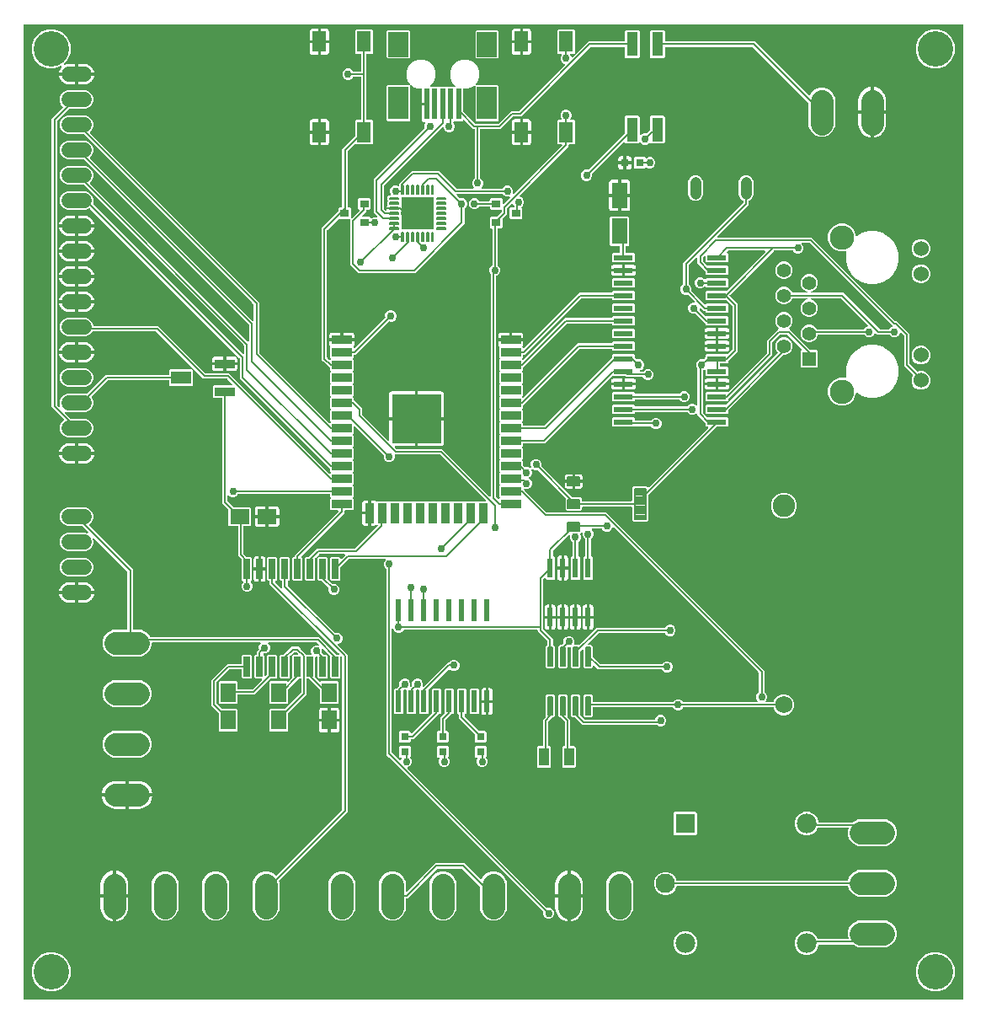
<source format=gbr>
G04 EAGLE Gerber RS-274X export*
G75*
%MOMM*%
%FSLAX34Y34*%
%LPD*%
%INTop Copper*%
%IPPOS*%
%AMOC8*
5,1,8,0,0,1.08239X$1,22.5*%
G01*
%ADD10C,1.755000*%
%ADD11C,2.250000*%
%ADD12R,1.500000X1.950000*%
%ADD13R,1.950000X1.500000*%
%ADD14R,1.600000X2.600000*%
%ADD15R,0.600000X2.200000*%
%ADD16R,1.398000X1.398000*%
%ADD17C,1.398000*%
%ADD18C,1.530000*%
%ADD19C,2.445000*%
%ADD20C,2.286000*%
%ADD21R,0.800000X0.800000*%
%ADD22R,0.660400X2.032000*%
%ADD23R,0.900000X0.800000*%
%ADD24C,1.117600*%
%ADD25R,1.000000X1.800000*%
%ADD26R,2.000000X0.900000*%
%ADD27R,2.000000X1.300000*%
%ADD28R,1.980000X1.980000*%
%ADD29C,1.935000*%
%ADD30C,1.980000*%
%ADD31C,1.524000*%
%ADD32R,1.400000X2.100000*%
%ADD33R,0.900000X2.000000*%
%ADD34R,5.000000X5.000000*%
%ADD35R,1.981200X0.558800*%
%ADD36C,0.135000*%
%ADD37R,3.250000X3.250000*%
%ADD38C,0.139500*%
%ADD39C,0.196500*%
%ADD40C,0.147500*%
%ADD41R,0.558800X1.981200*%
%ADD42R,2.000000X2.500000*%
%ADD43R,2.000000X3.300000*%
%ADD44R,0.500000X3.100000*%
%ADD45R,1.130000X2.440000*%
%ADD46C,0.177800*%
%ADD47C,0.756400*%
%ADD48C,3.556000*%

G36*
X954098Y10164D02*
X954098Y10164D01*
X954117Y10162D01*
X954219Y10184D01*
X954321Y10200D01*
X954338Y10210D01*
X954358Y10214D01*
X954447Y10267D01*
X954538Y10316D01*
X954552Y10330D01*
X954569Y10340D01*
X954636Y10419D01*
X954708Y10494D01*
X954716Y10512D01*
X954729Y10527D01*
X954768Y10623D01*
X954811Y10717D01*
X954813Y10737D01*
X954821Y10755D01*
X954839Y10922D01*
X954839Y989078D01*
X954836Y989098D01*
X954838Y989117D01*
X954816Y989219D01*
X954800Y989321D01*
X954790Y989338D01*
X954786Y989358D01*
X954733Y989447D01*
X954684Y989538D01*
X954670Y989552D01*
X954660Y989569D01*
X954581Y989636D01*
X954506Y989708D01*
X954488Y989716D01*
X954473Y989729D01*
X954377Y989768D01*
X954283Y989811D01*
X954263Y989813D01*
X954245Y989821D01*
X954078Y989839D01*
X10922Y989839D01*
X10902Y989836D01*
X10883Y989838D01*
X10781Y989816D01*
X10679Y989800D01*
X10662Y989790D01*
X10642Y989786D01*
X10553Y989733D01*
X10462Y989684D01*
X10448Y989670D01*
X10431Y989660D01*
X10364Y989581D01*
X10292Y989506D01*
X10284Y989488D01*
X10271Y989473D01*
X10232Y989377D01*
X10189Y989283D01*
X10187Y989263D01*
X10179Y989245D01*
X10161Y989078D01*
X10161Y10922D01*
X10164Y10902D01*
X10162Y10883D01*
X10184Y10781D01*
X10200Y10679D01*
X10210Y10662D01*
X10214Y10642D01*
X10267Y10553D01*
X10316Y10462D01*
X10330Y10448D01*
X10340Y10431D01*
X10419Y10364D01*
X10494Y10292D01*
X10512Y10284D01*
X10527Y10271D01*
X10623Y10232D01*
X10717Y10189D01*
X10737Y10187D01*
X10755Y10179D01*
X10922Y10161D01*
X954078Y10161D01*
X954098Y10164D01*
G37*
%LPC*%
G36*
X537056Y91277D02*
X537056Y91277D01*
X535013Y92123D01*
X533448Y93688D01*
X532602Y95731D01*
X532602Y97944D01*
X532607Y97956D01*
X532634Y98070D01*
X532662Y98183D01*
X532662Y98189D01*
X532663Y98195D01*
X532652Y98311D01*
X532643Y98428D01*
X532641Y98434D01*
X532640Y98440D01*
X532592Y98548D01*
X532547Y98654D01*
X532542Y98660D01*
X532540Y98665D01*
X532527Y98679D01*
X532442Y98785D01*
X376943Y254284D01*
X375157Y256070D01*
X375157Y442252D01*
X375138Y442368D01*
X375121Y442483D01*
X375119Y442489D01*
X375118Y442495D01*
X375063Y442598D01*
X375010Y442703D01*
X375005Y442707D01*
X375002Y442713D01*
X374918Y442792D01*
X374834Y442875D01*
X374828Y442879D01*
X374824Y442882D01*
X374807Y442890D01*
X374687Y442956D01*
X374675Y442961D01*
X373111Y444525D01*
X372264Y446569D01*
X372264Y448781D01*
X373111Y450825D01*
X373931Y451645D01*
X373973Y451703D01*
X374022Y451755D01*
X374044Y451803D01*
X374075Y451845D01*
X374096Y451913D01*
X374126Y451979D01*
X374132Y452030D01*
X374147Y452080D01*
X374145Y452152D01*
X374153Y452223D01*
X374142Y452274D01*
X374141Y452326D01*
X374116Y452393D01*
X374101Y452463D01*
X374074Y452508D01*
X374056Y452557D01*
X374011Y452613D01*
X373975Y452674D01*
X373935Y452708D01*
X373903Y452749D01*
X373842Y452788D01*
X373788Y452834D01*
X373739Y452854D01*
X373696Y452882D01*
X373626Y452899D01*
X373560Y452926D01*
X373488Y452934D01*
X373457Y452942D01*
X373434Y452940D01*
X373393Y452945D01*
X337970Y452945D01*
X337880Y452930D01*
X337789Y452923D01*
X337760Y452910D01*
X337728Y452905D01*
X337647Y452862D01*
X337563Y452827D01*
X337531Y452801D01*
X337510Y452790D01*
X337488Y452767D01*
X337432Y452722D01*
X329154Y444443D01*
X329101Y444370D01*
X329041Y444300D01*
X329029Y444270D01*
X329010Y444244D01*
X328983Y444157D01*
X328949Y444072D01*
X328945Y444031D01*
X328938Y444009D01*
X328939Y443976D01*
X328931Y443905D01*
X328931Y431825D01*
X327889Y430783D01*
X319811Y430783D01*
X318769Y431825D01*
X318769Y453619D01*
X319811Y454661D01*
X327889Y454661D01*
X328931Y453619D01*
X328931Y453604D01*
X328942Y453533D01*
X328944Y453461D01*
X328962Y453412D01*
X328970Y453361D01*
X329004Y453298D01*
X329029Y453230D01*
X329061Y453190D01*
X329086Y453144D01*
X329137Y453094D01*
X329182Y453038D01*
X329226Y453010D01*
X329264Y452974D01*
X329329Y452944D01*
X329389Y452905D01*
X329440Y452893D01*
X329487Y452871D01*
X329558Y452863D01*
X329628Y452845D01*
X329680Y452849D01*
X329731Y452844D01*
X329802Y452859D01*
X329873Y452864D01*
X329921Y452885D01*
X329972Y452896D01*
X330033Y452933D01*
X330099Y452961D01*
X330155Y453005D01*
X330183Y453022D01*
X330198Y453040D01*
X330230Y453065D01*
X333573Y456408D01*
X333614Y456466D01*
X333664Y456518D01*
X333686Y456565D01*
X333716Y456607D01*
X333737Y456676D01*
X333767Y456741D01*
X333773Y456793D01*
X333788Y456843D01*
X333787Y456914D01*
X333794Y456985D01*
X333783Y457036D01*
X333782Y457088D01*
X333757Y457156D01*
X333742Y457226D01*
X333716Y457270D01*
X333698Y457319D01*
X333653Y457375D01*
X333616Y457437D01*
X333576Y457471D01*
X333544Y457511D01*
X333484Y457550D01*
X333429Y457597D01*
X333381Y457616D01*
X333337Y457644D01*
X333268Y457662D01*
X333201Y457689D01*
X333130Y457697D01*
X333098Y457705D01*
X333075Y457703D01*
X333034Y457707D01*
X307808Y457707D01*
X307718Y457693D01*
X307627Y457685D01*
X307597Y457673D01*
X307565Y457668D01*
X307485Y457625D01*
X307401Y457589D01*
X307368Y457563D01*
X307348Y457552D01*
X307326Y457529D01*
X307270Y457484D01*
X303754Y453968D01*
X303701Y453894D01*
X303641Y453825D01*
X303629Y453795D01*
X303610Y453769D01*
X303583Y453682D01*
X303549Y453597D01*
X303545Y453556D01*
X303538Y453534D01*
X303539Y453501D01*
X303531Y453430D01*
X303531Y431825D01*
X302489Y430783D01*
X294411Y430783D01*
X293369Y431825D01*
X293369Y453619D01*
X294411Y454661D01*
X296585Y454661D01*
X296675Y454675D01*
X296766Y454683D01*
X296796Y454695D01*
X296828Y454700D01*
X296909Y454743D01*
X296993Y454779D01*
X297025Y454805D01*
X297045Y454816D01*
X297067Y454839D01*
X297124Y454884D01*
X297568Y455328D01*
X305282Y463043D01*
X343067Y463043D01*
X343157Y463057D01*
X343248Y463065D01*
X343278Y463077D01*
X343310Y463082D01*
X343391Y463125D01*
X343474Y463161D01*
X343507Y463187D01*
X343527Y463198D01*
X343549Y463221D01*
X343605Y463266D01*
X366262Y485922D01*
X366303Y485980D01*
X366353Y486032D01*
X366375Y486079D01*
X366405Y486121D01*
X366426Y486190D01*
X366456Y486255D01*
X366462Y486307D01*
X366477Y486357D01*
X366476Y486428D01*
X366483Y486499D01*
X366472Y486550D01*
X366471Y486602D01*
X366446Y486670D01*
X366431Y486740D01*
X366404Y486785D01*
X366387Y486833D01*
X366342Y486889D01*
X366305Y486951D01*
X366265Y486985D01*
X366233Y487025D01*
X366173Y487064D01*
X366118Y487111D01*
X366070Y487130D01*
X366026Y487158D01*
X365957Y487176D01*
X365890Y487203D01*
X365819Y487211D01*
X365787Y487219D01*
X365764Y487217D01*
X365723Y487221D01*
X365513Y487221D01*
X365477Y487257D01*
X365461Y487269D01*
X365448Y487285D01*
X365377Y487330D01*
X365350Y487354D01*
X365334Y487361D01*
X365277Y487401D01*
X365258Y487407D01*
X365242Y487418D01*
X365141Y487443D01*
X365042Y487473D01*
X365022Y487473D01*
X365003Y487478D01*
X364900Y487470D01*
X364796Y487467D01*
X364778Y487460D01*
X364758Y487459D01*
X364663Y487418D01*
X364565Y487382D01*
X364550Y487370D01*
X364531Y487362D01*
X364472Y487314D01*
X364463Y487310D01*
X364453Y487300D01*
X364400Y487257D01*
X364110Y486967D01*
X363531Y486632D01*
X362884Y486459D01*
X359573Y486459D01*
X359573Y498238D01*
X359570Y498258D01*
X359572Y498277D01*
X359550Y498379D01*
X359533Y498481D01*
X359524Y498498D01*
X359520Y498518D01*
X359467Y498607D01*
X359418Y498698D01*
X359404Y498712D01*
X359394Y498729D01*
X359315Y498796D01*
X359240Y498867D01*
X359222Y498876D01*
X359207Y498889D01*
X359111Y498928D01*
X359017Y498971D01*
X358997Y498973D01*
X358979Y498981D01*
X358812Y498999D01*
X358049Y498999D01*
X358049Y499001D01*
X358812Y499001D01*
X358832Y499004D01*
X358851Y499002D01*
X358953Y499024D01*
X359055Y499041D01*
X359072Y499050D01*
X359092Y499054D01*
X359181Y499107D01*
X359272Y499156D01*
X359286Y499170D01*
X359303Y499180D01*
X359370Y499259D01*
X359441Y499334D01*
X359450Y499352D01*
X359463Y499367D01*
X359502Y499463D01*
X359545Y499557D01*
X359547Y499577D01*
X359555Y499595D01*
X359573Y499762D01*
X359573Y511541D01*
X362884Y511541D01*
X363531Y511368D01*
X364110Y511033D01*
X364400Y510743D01*
X364417Y510731D01*
X364429Y510715D01*
X364516Y510659D01*
X364600Y510599D01*
X364619Y510593D01*
X364636Y510582D01*
X364736Y510557D01*
X364835Y510527D01*
X364855Y510527D01*
X364875Y510522D01*
X364978Y510530D01*
X365081Y510533D01*
X365100Y510540D01*
X365120Y510541D01*
X365215Y510582D01*
X365312Y510618D01*
X365328Y510630D01*
X365346Y510638D01*
X365477Y510743D01*
X365513Y510779D01*
X375987Y510779D01*
X376562Y510204D01*
X376578Y510192D01*
X376590Y510177D01*
X376678Y510121D01*
X376761Y510060D01*
X376780Y510054D01*
X376797Y510044D01*
X376898Y510018D01*
X376997Y509988D01*
X377016Y509988D01*
X377036Y509984D01*
X377139Y509992D01*
X377242Y509994D01*
X377261Y510001D01*
X377281Y510003D01*
X377376Y510043D01*
X377473Y510079D01*
X377489Y510091D01*
X377507Y510099D01*
X377638Y510204D01*
X378213Y510779D01*
X388687Y510779D01*
X389262Y510204D01*
X389278Y510192D01*
X389290Y510177D01*
X389378Y510121D01*
X389461Y510060D01*
X389480Y510054D01*
X389497Y510044D01*
X389598Y510018D01*
X389697Y509988D01*
X389716Y509988D01*
X389736Y509984D01*
X389839Y509992D01*
X389942Y509994D01*
X389961Y510001D01*
X389981Y510003D01*
X390076Y510043D01*
X390173Y510079D01*
X390189Y510091D01*
X390207Y510099D01*
X390338Y510204D01*
X390913Y510779D01*
X401387Y510779D01*
X401962Y510204D01*
X401978Y510192D01*
X401990Y510177D01*
X402078Y510121D01*
X402161Y510060D01*
X402180Y510054D01*
X402197Y510044D01*
X402298Y510018D01*
X402397Y509988D01*
X402416Y509988D01*
X402436Y509984D01*
X402539Y509992D01*
X402642Y509994D01*
X402661Y510001D01*
X402681Y510003D01*
X402776Y510043D01*
X402873Y510079D01*
X402889Y510091D01*
X402907Y510099D01*
X403038Y510204D01*
X403613Y510779D01*
X414087Y510779D01*
X414662Y510204D01*
X414678Y510192D01*
X414690Y510177D01*
X414778Y510121D01*
X414861Y510060D01*
X414880Y510054D01*
X414897Y510044D01*
X414998Y510018D01*
X415097Y509988D01*
X415116Y509988D01*
X415136Y509984D01*
X415239Y509992D01*
X415342Y509994D01*
X415361Y510001D01*
X415381Y510003D01*
X415476Y510043D01*
X415573Y510079D01*
X415589Y510091D01*
X415607Y510099D01*
X415738Y510204D01*
X416313Y510779D01*
X426787Y510779D01*
X427362Y510204D01*
X427378Y510192D01*
X427390Y510177D01*
X427478Y510121D01*
X427561Y510060D01*
X427580Y510054D01*
X427597Y510044D01*
X427698Y510018D01*
X427797Y509988D01*
X427816Y509988D01*
X427836Y509984D01*
X427939Y509992D01*
X428042Y509994D01*
X428061Y510001D01*
X428081Y510003D01*
X428176Y510043D01*
X428273Y510079D01*
X428289Y510091D01*
X428307Y510099D01*
X428438Y510204D01*
X429013Y510779D01*
X439487Y510779D01*
X440062Y510204D01*
X440078Y510192D01*
X440090Y510177D01*
X440178Y510121D01*
X440261Y510060D01*
X440280Y510054D01*
X440297Y510044D01*
X440398Y510018D01*
X440497Y509988D01*
X440516Y509988D01*
X440536Y509984D01*
X440639Y509992D01*
X440742Y509994D01*
X440761Y510001D01*
X440781Y510003D01*
X440876Y510043D01*
X440973Y510079D01*
X440989Y510091D01*
X441007Y510099D01*
X441138Y510204D01*
X441713Y510779D01*
X452187Y510779D01*
X452762Y510204D01*
X452778Y510192D01*
X452790Y510177D01*
X452878Y510121D01*
X452961Y510060D01*
X452980Y510054D01*
X452997Y510044D01*
X453098Y510018D01*
X453197Y509988D01*
X453216Y509988D01*
X453236Y509984D01*
X453339Y509992D01*
X453442Y509994D01*
X453461Y510001D01*
X453481Y510003D01*
X453576Y510043D01*
X453673Y510079D01*
X453689Y510091D01*
X453707Y510099D01*
X453838Y510204D01*
X454413Y510779D01*
X464887Y510779D01*
X465462Y510204D01*
X465478Y510192D01*
X465490Y510177D01*
X465578Y510121D01*
X465661Y510060D01*
X465680Y510054D01*
X465697Y510044D01*
X465798Y510018D01*
X465897Y509988D01*
X465916Y509988D01*
X465936Y509984D01*
X466039Y509992D01*
X466142Y509994D01*
X466161Y510001D01*
X466181Y510003D01*
X466276Y510043D01*
X466373Y510079D01*
X466389Y510091D01*
X466407Y510099D01*
X466538Y510204D01*
X467113Y510779D01*
X474211Y510779D01*
X474281Y510790D01*
X474353Y510792D01*
X474402Y510810D01*
X474453Y510818D01*
X474517Y510852D01*
X474584Y510877D01*
X474625Y510909D01*
X474671Y510934D01*
X474720Y510986D01*
X474776Y511030D01*
X474804Y511074D01*
X474840Y511112D01*
X474870Y511177D01*
X474909Y511237D01*
X474922Y511288D01*
X474944Y511335D01*
X474952Y511406D01*
X474969Y511476D01*
X474965Y511528D01*
X474971Y511579D01*
X474956Y511650D01*
X474950Y511721D01*
X474930Y511769D01*
X474919Y511820D01*
X474882Y511881D01*
X474854Y511947D01*
X474809Y512003D01*
X474793Y512031D01*
X474775Y512046D01*
X474749Y512078D01*
X429330Y557497D01*
X429257Y557550D01*
X429187Y557609D01*
X429157Y557622D01*
X429131Y557640D01*
X429044Y557667D01*
X428959Y557701D01*
X428918Y557706D01*
X428896Y557713D01*
X428863Y557712D01*
X428792Y557720D01*
X384116Y557720D01*
X384070Y557712D01*
X384024Y557714D01*
X383949Y557693D01*
X383873Y557680D01*
X383832Y557659D01*
X383788Y557646D01*
X383724Y557601D01*
X383655Y557565D01*
X383624Y557532D01*
X383586Y557505D01*
X383540Y557443D01*
X383486Y557387D01*
X383467Y557345D01*
X383439Y557308D01*
X383415Y557234D01*
X383382Y557164D01*
X383377Y557118D01*
X383363Y557074D01*
X383364Y556996D01*
X383355Y556919D01*
X383365Y556874D01*
X383365Y556828D01*
X383386Y556758D01*
X383386Y554519D01*
X382539Y552475D01*
X380975Y550911D01*
X378931Y550064D01*
X376719Y550064D01*
X374675Y550911D01*
X373111Y552475D01*
X372264Y554519D01*
X372264Y556731D01*
X372269Y556743D01*
X372296Y556857D01*
X372325Y556970D01*
X372324Y556977D01*
X372326Y556983D01*
X372314Y557100D01*
X372305Y557216D01*
X372303Y557221D01*
X372302Y557228D01*
X372254Y557336D01*
X372209Y557442D01*
X372205Y557448D01*
X372202Y557452D01*
X372190Y557466D01*
X372104Y557573D01*
X343278Y586399D01*
X343220Y586441D01*
X343168Y586490D01*
X343121Y586512D01*
X343079Y586543D01*
X343010Y586564D01*
X342945Y586594D01*
X342893Y586600D01*
X342843Y586615D01*
X342772Y586613D01*
X342701Y586621D01*
X342650Y586610D01*
X342598Y586609D01*
X342530Y586584D01*
X342460Y586569D01*
X342416Y586542D01*
X342367Y586524D01*
X342311Y586479D01*
X342249Y586443D01*
X342215Y586403D01*
X342175Y586370D01*
X342136Y586310D01*
X342089Y586256D01*
X342070Y586207D01*
X342042Y586163D01*
X342024Y586094D01*
X341997Y586027D01*
X341989Y585956D01*
X341981Y585925D01*
X341983Y585902D01*
X341979Y585861D01*
X341979Y578963D01*
X341404Y578388D01*
X341392Y578372D01*
X341377Y578360D01*
X341321Y578272D01*
X341260Y578189D01*
X341254Y578170D01*
X341244Y578153D01*
X341218Y578052D01*
X341188Y577953D01*
X341188Y577934D01*
X341184Y577914D01*
X341192Y577811D01*
X341194Y577708D01*
X341201Y577689D01*
X341203Y577669D01*
X341243Y577574D01*
X341279Y577477D01*
X341291Y577461D01*
X341299Y577443D01*
X341404Y577312D01*
X341979Y576737D01*
X341979Y566263D01*
X341404Y565688D01*
X341392Y565672D01*
X341377Y565660D01*
X341321Y565572D01*
X341260Y565489D01*
X341254Y565470D01*
X341244Y565453D01*
X341218Y565352D01*
X341188Y565253D01*
X341188Y565234D01*
X341184Y565214D01*
X341192Y565111D01*
X341194Y565008D01*
X341201Y564989D01*
X341203Y564969D01*
X341243Y564874D01*
X341279Y564777D01*
X341291Y564761D01*
X341299Y564743D01*
X341404Y564612D01*
X341979Y564037D01*
X341979Y553563D01*
X341404Y552988D01*
X341392Y552972D01*
X341377Y552960D01*
X341321Y552872D01*
X341260Y552789D01*
X341254Y552770D01*
X341244Y552753D01*
X341218Y552652D01*
X341188Y552553D01*
X341188Y552534D01*
X341184Y552514D01*
X341192Y552411D01*
X341194Y552308D01*
X341201Y552289D01*
X341203Y552269D01*
X341243Y552174D01*
X341279Y552077D01*
X341291Y552061D01*
X341299Y552043D01*
X341404Y551912D01*
X341979Y551337D01*
X341979Y540863D01*
X341404Y540288D01*
X341392Y540272D01*
X341377Y540260D01*
X341321Y540172D01*
X341260Y540089D01*
X341254Y540070D01*
X341244Y540053D01*
X341218Y539952D01*
X341188Y539853D01*
X341188Y539834D01*
X341184Y539814D01*
X341192Y539711D01*
X341194Y539608D01*
X341201Y539589D01*
X341203Y539569D01*
X341243Y539474D01*
X341279Y539377D01*
X341291Y539361D01*
X341299Y539343D01*
X341404Y539212D01*
X341979Y538637D01*
X341979Y528163D01*
X341404Y527588D01*
X341392Y527572D01*
X341377Y527560D01*
X341346Y527512D01*
X341313Y527478D01*
X341293Y527434D01*
X341260Y527389D01*
X341254Y527370D01*
X341244Y527353D01*
X341230Y527299D01*
X341209Y527254D01*
X341204Y527206D01*
X341188Y527153D01*
X341188Y527134D01*
X341184Y527114D01*
X341188Y527059D01*
X341182Y527010D01*
X341193Y526962D01*
X341194Y526908D01*
X341201Y526889D01*
X341203Y526869D01*
X341224Y526819D01*
X341235Y526770D01*
X341260Y526726D01*
X341279Y526677D01*
X341291Y526661D01*
X341299Y526643D01*
X341345Y526586D01*
X341361Y526559D01*
X341378Y526544D01*
X341404Y526512D01*
X341979Y525937D01*
X341979Y515463D01*
X341404Y514888D01*
X341392Y514872D01*
X341377Y514860D01*
X341321Y514772D01*
X341260Y514689D01*
X341254Y514670D01*
X341244Y514653D01*
X341218Y514552D01*
X341188Y514453D01*
X341188Y514434D01*
X341184Y514414D01*
X341192Y514311D01*
X341194Y514208D01*
X341201Y514189D01*
X341203Y514169D01*
X341243Y514074D01*
X341279Y513977D01*
X341291Y513961D01*
X341299Y513943D01*
X341404Y513812D01*
X341979Y513237D01*
X341979Y502763D01*
X340937Y501721D01*
X333629Y501721D01*
X333609Y501718D01*
X333590Y501720D01*
X333488Y501698D01*
X333386Y501682D01*
X333369Y501672D01*
X333349Y501668D01*
X333260Y501615D01*
X333169Y501566D01*
X333155Y501552D01*
X333138Y501542D01*
X333071Y501463D01*
X332999Y501388D01*
X332991Y501370D01*
X332978Y501355D01*
X332939Y501259D01*
X332896Y501165D01*
X332894Y501145D01*
X332886Y501127D01*
X332868Y500960D01*
X332868Y498957D01*
X289718Y455808D01*
X289707Y455792D01*
X289691Y455779D01*
X289635Y455692D01*
X289575Y455608D01*
X289569Y455589D01*
X289558Y455572D01*
X289533Y455472D01*
X289502Y455373D01*
X289503Y455353D01*
X289498Y455334D01*
X289506Y455231D01*
X289509Y455127D01*
X289515Y455108D01*
X289517Y455089D01*
X289557Y454994D01*
X289593Y454896D01*
X289606Y454881D01*
X289613Y454862D01*
X289718Y454731D01*
X290831Y453619D01*
X290831Y431825D01*
X289789Y430783D01*
X281711Y430783D01*
X280669Y431825D01*
X280669Y453619D01*
X281711Y454661D01*
X282321Y454661D01*
X282341Y454664D01*
X282360Y454662D01*
X282462Y454684D01*
X282564Y454700D01*
X282581Y454710D01*
X282601Y454714D01*
X282690Y454767D01*
X282781Y454816D01*
X282795Y454830D01*
X282812Y454840D01*
X282879Y454919D01*
X282951Y454994D01*
X282959Y455012D01*
X282972Y455027D01*
X283011Y455123D01*
X283054Y455217D01*
X283056Y455237D01*
X283064Y455255D01*
X283082Y455422D01*
X283082Y456718D01*
X284868Y458503D01*
X326787Y500422D01*
X326828Y500480D01*
X326878Y500532D01*
X326900Y500579D01*
X326930Y500621D01*
X326951Y500690D01*
X326981Y500755D01*
X326987Y500807D01*
X327002Y500857D01*
X327001Y500928D01*
X327008Y500999D01*
X326997Y501050D01*
X326996Y501102D01*
X326971Y501170D01*
X326956Y501240D01*
X326929Y501285D01*
X326912Y501333D01*
X326867Y501389D01*
X326830Y501451D01*
X326790Y501485D01*
X326758Y501525D01*
X326698Y501564D01*
X326643Y501611D01*
X326595Y501630D01*
X326551Y501658D01*
X326482Y501676D01*
X326415Y501703D01*
X326344Y501711D01*
X326312Y501719D01*
X326289Y501717D01*
X326248Y501721D01*
X319463Y501721D01*
X318421Y502763D01*
X318421Y513237D01*
X318996Y513812D01*
X319008Y513828D01*
X319023Y513840D01*
X319079Y513928D01*
X319140Y514011D01*
X319146Y514030D01*
X319156Y514047D01*
X319182Y514148D01*
X319212Y514247D01*
X319212Y514266D01*
X319216Y514286D01*
X319208Y514389D01*
X319206Y514492D01*
X319199Y514511D01*
X319197Y514531D01*
X319157Y514626D01*
X319121Y514723D01*
X319109Y514739D01*
X319101Y514757D01*
X318996Y514888D01*
X318421Y515463D01*
X318421Y517271D01*
X318418Y517291D01*
X318420Y517310D01*
X318398Y517412D01*
X318382Y517514D01*
X318372Y517531D01*
X318368Y517551D01*
X318315Y517640D01*
X318266Y517731D01*
X318252Y517745D01*
X318242Y517762D01*
X318163Y517829D01*
X318088Y517901D01*
X318070Y517909D01*
X318055Y517922D01*
X317959Y517961D01*
X317865Y518004D01*
X317845Y518006D01*
X317827Y518014D01*
X317660Y518032D01*
X226085Y518032D01*
X225970Y518013D01*
X225854Y517996D01*
X225848Y517994D01*
X225842Y517993D01*
X225739Y517938D01*
X225635Y517885D01*
X225630Y517880D01*
X225625Y517877D01*
X225545Y517793D01*
X225463Y517709D01*
X225459Y517703D01*
X225456Y517699D01*
X225448Y517682D01*
X225382Y517562D01*
X225377Y517550D01*
X223812Y515986D01*
X221769Y515139D01*
X219556Y515139D01*
X217513Y515986D01*
X216692Y516806D01*
X216634Y516848D01*
X216582Y516897D01*
X216535Y516919D01*
X216493Y516950D01*
X216424Y516971D01*
X216359Y517001D01*
X216307Y517007D01*
X216257Y517022D01*
X216186Y517020D01*
X216115Y517028D01*
X216064Y517017D01*
X216012Y517016D01*
X215944Y516991D01*
X215874Y516976D01*
X215829Y516949D01*
X215781Y516931D01*
X215725Y516886D01*
X215663Y516850D01*
X215629Y516810D01*
X215589Y516778D01*
X215550Y516717D01*
X215503Y516663D01*
X215484Y516614D01*
X215456Y516571D01*
X215438Y516501D01*
X215411Y516435D01*
X215403Y516363D01*
X215395Y516332D01*
X215397Y516309D01*
X215393Y516268D01*
X215393Y511008D01*
X215407Y510918D01*
X215415Y510827D01*
X215427Y510797D01*
X215432Y510765D01*
X215475Y510684D01*
X215511Y510601D01*
X215537Y510568D01*
X215548Y510548D01*
X215571Y510526D01*
X215616Y510470D01*
X221284Y504802D01*
X221358Y504749D01*
X221427Y504689D01*
X221457Y504677D01*
X221483Y504658D01*
X221570Y504631D01*
X221655Y504597D01*
X221696Y504593D01*
X221718Y504586D01*
X221751Y504587D01*
X221822Y504579D01*
X238037Y504579D01*
X239079Y503537D01*
X239079Y487063D01*
X238037Y486021D01*
X232029Y486021D01*
X232009Y486018D01*
X231990Y486020D01*
X231888Y485998D01*
X231786Y485982D01*
X231769Y485972D01*
X231749Y485968D01*
X231660Y485915D01*
X231569Y485866D01*
X231555Y485852D01*
X231538Y485842D01*
X231471Y485763D01*
X231399Y485688D01*
X231391Y485670D01*
X231378Y485655D01*
X231339Y485559D01*
X231296Y485465D01*
X231294Y485445D01*
X231286Y485427D01*
X231268Y485260D01*
X231268Y458620D01*
X231282Y458530D01*
X231290Y458439D01*
X231302Y458410D01*
X231307Y458378D01*
X231350Y458297D01*
X231386Y458213D01*
X231412Y458181D01*
X231423Y458160D01*
X231446Y458138D01*
X231491Y458082D01*
X234689Y454884D01*
X234763Y454831D01*
X234832Y454771D01*
X234863Y454759D01*
X234889Y454740D01*
X234976Y454713D01*
X235061Y454679D01*
X235102Y454675D01*
X235124Y454668D01*
X235156Y454669D01*
X235227Y454661D01*
X238989Y454661D01*
X240031Y453619D01*
X240031Y431825D01*
X238773Y430568D01*
X238761Y430551D01*
X238746Y430539D01*
X238690Y430452D01*
X238630Y430368D01*
X238624Y430349D01*
X238613Y430332D01*
X238588Y430232D01*
X238557Y430133D01*
X238558Y430113D01*
X238553Y430093D01*
X238561Y429991D01*
X238564Y429887D01*
X238570Y429868D01*
X238572Y429848D01*
X238612Y429753D01*
X238648Y429656D01*
X238660Y429640D01*
X238668Y429622D01*
X238773Y429491D01*
X239664Y428600D01*
X240511Y426556D01*
X240511Y424344D01*
X239664Y422300D01*
X238100Y420736D01*
X236056Y419889D01*
X233844Y419889D01*
X231800Y420736D01*
X230236Y422300D01*
X229389Y424344D01*
X229389Y426556D01*
X230236Y428600D01*
X231127Y429491D01*
X231139Y429507D01*
X231154Y429520D01*
X231210Y429607D01*
X231270Y429691D01*
X231276Y429710D01*
X231287Y429727D01*
X231312Y429827D01*
X231343Y429926D01*
X231342Y429946D01*
X231347Y429965D01*
X231339Y430068D01*
X231336Y430172D01*
X231330Y430190D01*
X231328Y430210D01*
X231288Y430305D01*
X231252Y430403D01*
X231240Y430418D01*
X231232Y430437D01*
X231127Y430568D01*
X229869Y431825D01*
X229869Y451843D01*
X229855Y451933D01*
X229847Y452024D01*
X229835Y452053D01*
X229830Y452085D01*
X229787Y452166D01*
X229751Y452250D01*
X229725Y452282D01*
X229714Y452303D01*
X229691Y452325D01*
X229646Y452381D01*
X225932Y456095D01*
X225932Y485260D01*
X225929Y485280D01*
X225931Y485299D01*
X225909Y485401D01*
X225893Y485503D01*
X225883Y485520D01*
X225879Y485540D01*
X225826Y485629D01*
X225777Y485720D01*
X225763Y485734D01*
X225753Y485751D01*
X225674Y485818D01*
X225599Y485890D01*
X225581Y485898D01*
X225566Y485911D01*
X225470Y485950D01*
X225376Y485993D01*
X225356Y485995D01*
X225338Y486003D01*
X225171Y486021D01*
X217063Y486021D01*
X216021Y487063D01*
X216021Y502203D01*
X216007Y502293D01*
X215999Y502384D01*
X215987Y502414D01*
X215982Y502446D01*
X215939Y502527D01*
X215903Y502611D01*
X215877Y502643D01*
X215866Y502663D01*
X215843Y502686D01*
X215798Y502741D01*
X210057Y508482D01*
X210057Y613960D01*
X210054Y613980D01*
X210056Y613999D01*
X210034Y614101D01*
X210018Y614203D01*
X210008Y614220D01*
X210004Y614240D01*
X209951Y614329D01*
X209902Y614420D01*
X209888Y614434D01*
X209878Y614451D01*
X209799Y614518D01*
X209724Y614590D01*
X209706Y614598D01*
X209691Y614611D01*
X209595Y614650D01*
X209501Y614693D01*
X209481Y614695D01*
X209463Y614703D01*
X209296Y614721D01*
X201763Y614721D01*
X200721Y615763D01*
X200721Y626237D01*
X201763Y627279D01*
X219598Y627279D01*
X219669Y627290D01*
X219741Y627292D01*
X219790Y627310D01*
X219841Y627318D01*
X219904Y627352D01*
X219972Y627377D01*
X220012Y627409D01*
X220058Y627434D01*
X220108Y627486D01*
X220164Y627530D01*
X220192Y627574D01*
X220228Y627612D01*
X220258Y627677D01*
X220297Y627737D01*
X220309Y627788D01*
X220331Y627835D01*
X220339Y627906D01*
X220357Y627976D01*
X220353Y628028D01*
X220358Y628079D01*
X220343Y628150D01*
X220338Y628221D01*
X220317Y628269D01*
X220306Y628320D01*
X220269Y628381D01*
X220241Y628447D01*
X220197Y628503D01*
X220180Y628531D01*
X220162Y628546D01*
X220137Y628578D01*
X215018Y633697D01*
X214944Y633750D01*
X214875Y633809D01*
X214844Y633822D01*
X214818Y633840D01*
X214731Y633867D01*
X214646Y633901D01*
X214605Y633906D01*
X214583Y633913D01*
X214551Y633912D01*
X214480Y633920D01*
X190982Y633920D01*
X143580Y681322D01*
X143507Y681375D01*
X143437Y681434D01*
X143407Y681447D01*
X143381Y681465D01*
X143294Y681492D01*
X143209Y681526D01*
X143168Y681531D01*
X143146Y681538D01*
X143113Y681537D01*
X143042Y681545D01*
X80039Y681545D01*
X79924Y681526D01*
X79808Y681509D01*
X79803Y681506D01*
X79796Y681505D01*
X79694Y681451D01*
X79589Y681397D01*
X79585Y681393D01*
X79579Y681390D01*
X79499Y681306D01*
X79417Y681222D01*
X79413Y681215D01*
X79410Y681212D01*
X79402Y681195D01*
X79336Y681075D01*
X79088Y680476D01*
X76444Y677832D01*
X72990Y676401D01*
X54010Y676401D01*
X50556Y677832D01*
X47912Y680476D01*
X46481Y683930D01*
X46481Y687670D01*
X47912Y691124D01*
X50556Y693768D01*
X54010Y695199D01*
X72990Y695199D01*
X76444Y693768D01*
X79088Y691124D01*
X80519Y687670D01*
X80519Y687641D01*
X80520Y687635D01*
X80520Y687634D01*
X80521Y687629D01*
X80522Y687622D01*
X80520Y687602D01*
X80542Y687501D01*
X80558Y687399D01*
X80568Y687381D01*
X80572Y687362D01*
X80625Y687273D01*
X80674Y687181D01*
X80688Y687168D01*
X80698Y687151D01*
X80777Y687083D01*
X80852Y687012D01*
X80870Y687004D01*
X80885Y686991D01*
X80981Y686952D01*
X81075Y686908D01*
X81095Y686906D01*
X81113Y686899D01*
X81280Y686880D01*
X145568Y686880D01*
X192970Y639478D01*
X193043Y639425D01*
X193113Y639366D01*
X193143Y639353D01*
X193169Y639335D01*
X193256Y639308D01*
X193341Y639274D01*
X193382Y639269D01*
X193404Y639262D01*
X193437Y639263D01*
X193508Y639255D01*
X217005Y639255D01*
X218791Y637470D01*
X317484Y538776D01*
X317500Y538765D01*
X317513Y538749D01*
X317600Y538693D01*
X317684Y538633D01*
X317703Y538627D01*
X317720Y538616D01*
X317820Y538591D01*
X317919Y538560D01*
X317939Y538561D01*
X317958Y538556D01*
X318061Y538564D01*
X318165Y538567D01*
X318184Y538573D01*
X318203Y538575D01*
X318298Y538615D01*
X318396Y538651D01*
X318411Y538664D01*
X318430Y538671D01*
X318561Y538776D01*
X318996Y539212D01*
X319008Y539228D01*
X319023Y539240D01*
X319079Y539327D01*
X319140Y539411D01*
X319146Y539431D01*
X319156Y539447D01*
X319182Y539548D01*
X319212Y539647D01*
X319212Y539666D01*
X319216Y539686D01*
X319208Y539789D01*
X319206Y539892D01*
X319199Y539911D01*
X319197Y539931D01*
X319157Y540026D01*
X319121Y540123D01*
X319109Y540139D01*
X319101Y540157D01*
X318996Y540288D01*
X318421Y540863D01*
X318421Y542678D01*
X318407Y542768D01*
X318399Y542859D01*
X318387Y542889D01*
X318382Y542921D01*
X318339Y543002D01*
X318303Y543086D01*
X318277Y543118D01*
X318266Y543138D01*
X318243Y543161D01*
X318198Y543216D01*
X229305Y632109D01*
X227520Y633895D01*
X227520Y654217D01*
X227505Y654307D01*
X227498Y654398D01*
X227485Y654428D01*
X227480Y654460D01*
X227437Y654541D01*
X227402Y654624D01*
X227376Y654657D01*
X227365Y654677D01*
X227342Y654699D01*
X227297Y654755D01*
X77352Y804700D01*
X77260Y804766D01*
X77226Y804795D01*
X77215Y804800D01*
X77164Y804838D01*
X77158Y804840D01*
X77153Y804843D01*
X77042Y804877D01*
X76930Y804914D01*
X76924Y804914D01*
X76918Y804916D01*
X76801Y804913D01*
X76684Y804912D01*
X76677Y804909D01*
X76672Y804909D01*
X76654Y804903D01*
X76523Y804865D01*
X72990Y803401D01*
X54010Y803401D01*
X50556Y804832D01*
X47912Y807476D01*
X46481Y810930D01*
X46481Y814670D01*
X47912Y818124D01*
X50556Y820768D01*
X54010Y822199D01*
X72990Y822199D01*
X76444Y820768D01*
X79088Y818124D01*
X80519Y814670D01*
X80519Y810930D01*
X80171Y810091D01*
X80144Y809977D01*
X80116Y809864D01*
X80116Y809858D01*
X80115Y809852D01*
X80126Y809735D01*
X80135Y809619D01*
X80137Y809613D01*
X80138Y809607D01*
X80186Y809499D01*
X80231Y809393D01*
X80236Y809387D01*
X80238Y809382D01*
X80251Y809368D01*
X80336Y809262D01*
X230983Y658615D01*
X231041Y658573D01*
X231093Y658524D01*
X231140Y658502D01*
X231182Y658471D01*
X231251Y658450D01*
X231316Y658420D01*
X231368Y658414D01*
X231418Y658399D01*
X231489Y658401D01*
X231560Y658393D01*
X231611Y658404D01*
X231663Y658405D01*
X231731Y658430D01*
X231801Y658445D01*
X231845Y658472D01*
X231894Y658490D01*
X231950Y658535D01*
X232012Y658571D01*
X232046Y658611D01*
X232086Y658644D01*
X232125Y658704D01*
X232172Y658758D01*
X232191Y658807D01*
X232219Y658851D01*
X232237Y658920D01*
X232264Y658987D01*
X232272Y659058D01*
X232280Y659089D01*
X232278Y659112D01*
X232282Y659153D01*
X232282Y666917D01*
X232268Y667007D01*
X232260Y667098D01*
X232248Y667128D01*
X232243Y667160D01*
X232200Y667241D01*
X232164Y667324D01*
X232138Y667357D01*
X232127Y667377D01*
X232104Y667399D01*
X232059Y667455D01*
X70936Y828578D01*
X70863Y828631D01*
X70793Y828691D01*
X70763Y828703D01*
X70737Y828722D01*
X70650Y828749D01*
X70565Y828783D01*
X70524Y828787D01*
X70502Y828794D01*
X70469Y828793D01*
X70398Y828801D01*
X54010Y828801D01*
X50556Y830232D01*
X47912Y832876D01*
X46481Y836330D01*
X46481Y840070D01*
X47912Y843524D01*
X50556Y846168D01*
X54010Y847599D01*
X72990Y847599D01*
X76444Y846168D01*
X79088Y843524D01*
X80519Y840070D01*
X80519Y836330D01*
X79088Y832876D01*
X77174Y830962D01*
X77163Y830946D01*
X77147Y830934D01*
X77091Y830847D01*
X77031Y830763D01*
X77025Y830744D01*
X77014Y830727D01*
X76989Y830626D01*
X76958Y830528D01*
X76959Y830508D01*
X76954Y830488D01*
X76962Y830385D01*
X76965Y830282D01*
X76972Y830263D01*
X76973Y830243D01*
X77014Y830148D01*
X77049Y830051D01*
X77062Y830035D01*
X77069Y830017D01*
X77174Y829886D01*
X235745Y671315D01*
X235803Y671273D01*
X235855Y671224D01*
X235903Y671202D01*
X235945Y671171D01*
X236013Y671150D01*
X236079Y671120D01*
X236130Y671114D01*
X236180Y671099D01*
X236252Y671101D01*
X236323Y671093D01*
X236374Y671104D01*
X236426Y671105D01*
X236493Y671130D01*
X236563Y671145D01*
X236608Y671172D01*
X236657Y671190D01*
X236713Y671235D01*
X236774Y671271D01*
X236808Y671311D01*
X236849Y671344D01*
X236888Y671404D01*
X236934Y671458D01*
X236954Y671507D01*
X236982Y671551D01*
X236999Y671620D01*
X237026Y671687D01*
X237034Y671758D01*
X237042Y671789D01*
X237040Y671812D01*
X237045Y671853D01*
X237045Y687555D01*
X237030Y687645D01*
X237023Y687736D01*
X237010Y687765D01*
X237005Y687797D01*
X236962Y687878D01*
X236927Y687962D01*
X236901Y687994D01*
X236890Y688015D01*
X236867Y688037D01*
X236822Y688093D01*
X70936Y853978D01*
X70863Y854031D01*
X70793Y854091D01*
X70763Y854103D01*
X70737Y854122D01*
X70650Y854149D01*
X70565Y854183D01*
X70524Y854187D01*
X70502Y854194D01*
X70469Y854193D01*
X70398Y854201D01*
X54010Y854201D01*
X50556Y855632D01*
X47912Y858276D01*
X46481Y861730D01*
X46481Y865470D01*
X47912Y868924D01*
X50556Y871568D01*
X54010Y872999D01*
X72990Y872999D01*
X76444Y871568D01*
X79088Y868924D01*
X80519Y865470D01*
X80519Y861730D01*
X79088Y858276D01*
X77174Y856362D01*
X77163Y856346D01*
X77147Y856334D01*
X77091Y856247D01*
X77031Y856163D01*
X77025Y856144D01*
X77014Y856127D01*
X76989Y856026D01*
X76958Y855928D01*
X76959Y855908D01*
X76954Y855888D01*
X76962Y855785D01*
X76965Y855682D01*
X76972Y855663D01*
X76973Y855643D01*
X77014Y855548D01*
X77049Y855451D01*
X77062Y855435D01*
X77069Y855417D01*
X77174Y855286D01*
X240508Y691952D01*
X240566Y691911D01*
X240618Y691861D01*
X240665Y691839D01*
X240707Y691809D01*
X240776Y691788D01*
X240841Y691758D01*
X240893Y691752D01*
X240943Y691737D01*
X241014Y691738D01*
X241085Y691731D01*
X241136Y691742D01*
X241188Y691743D01*
X241256Y691768D01*
X241326Y691783D01*
X241370Y691809D01*
X241419Y691827D01*
X241475Y691872D01*
X241537Y691909D01*
X241571Y691949D01*
X241611Y691981D01*
X241650Y692041D01*
X241697Y692096D01*
X241716Y692144D01*
X241744Y692188D01*
X241762Y692257D01*
X241789Y692324D01*
X241797Y692395D01*
X241805Y692427D01*
X241803Y692450D01*
X241807Y692491D01*
X241807Y708192D01*
X241793Y708282D01*
X241785Y708373D01*
X241773Y708403D01*
X241768Y708435D01*
X241725Y708516D01*
X241689Y708599D01*
X241663Y708632D01*
X241652Y708652D01*
X241629Y708674D01*
X241584Y708730D01*
X70936Y879378D01*
X70863Y879431D01*
X70793Y879491D01*
X70763Y879503D01*
X70737Y879522D01*
X70650Y879549D01*
X70565Y879583D01*
X70524Y879587D01*
X70502Y879594D01*
X70469Y879593D01*
X70398Y879601D01*
X54010Y879601D01*
X50556Y881032D01*
X47912Y883676D01*
X46481Y887130D01*
X46481Y890870D01*
X47912Y894324D01*
X50556Y896968D01*
X54010Y898399D01*
X72990Y898399D01*
X76444Y896968D01*
X79088Y894324D01*
X80519Y890870D01*
X80519Y887130D01*
X79088Y883676D01*
X77174Y881762D01*
X77163Y881746D01*
X77147Y881734D01*
X77091Y881647D01*
X77031Y881563D01*
X77025Y881544D01*
X77014Y881527D01*
X76989Y881426D01*
X76958Y881328D01*
X76959Y881308D01*
X76954Y881288D01*
X76962Y881185D01*
X76965Y881082D01*
X76972Y881063D01*
X76973Y881043D01*
X77014Y880948D01*
X77049Y880851D01*
X77062Y880835D01*
X77069Y880817D01*
X77174Y880686D01*
X247143Y710718D01*
X247143Y660233D01*
X247158Y660143D01*
X247165Y660052D01*
X247177Y660022D01*
X247182Y659990D01*
X247225Y659909D01*
X247261Y659826D01*
X247287Y659793D01*
X247298Y659773D01*
X247321Y659751D01*
X247366Y659695D01*
X317484Y589576D01*
X317500Y589565D01*
X317513Y589549D01*
X317600Y589493D01*
X317684Y589433D01*
X317703Y589427D01*
X317720Y589416D01*
X317820Y589391D01*
X317919Y589360D01*
X317939Y589361D01*
X317958Y589356D01*
X318061Y589364D01*
X318165Y589367D01*
X318184Y589373D01*
X318203Y589375D01*
X318298Y589415D01*
X318396Y589451D01*
X318411Y589464D01*
X318430Y589471D01*
X318561Y589576D01*
X318996Y590012D01*
X319008Y590028D01*
X319023Y590040D01*
X319079Y590127D01*
X319140Y590211D01*
X319146Y590231D01*
X319156Y590247D01*
X319182Y590348D01*
X319212Y590447D01*
X319212Y590466D01*
X319216Y590486D01*
X319208Y590589D01*
X319206Y590692D01*
X319199Y590711D01*
X319197Y590731D01*
X319157Y590826D01*
X319121Y590923D01*
X319109Y590939D01*
X319101Y590957D01*
X318996Y591088D01*
X318421Y591663D01*
X318421Y602137D01*
X318996Y602712D01*
X319008Y602728D01*
X319023Y602740D01*
X319079Y602828D01*
X319140Y602911D01*
X319146Y602930D01*
X319156Y602947D01*
X319182Y603048D01*
X319212Y603147D01*
X319212Y603166D01*
X319216Y603186D01*
X319208Y603289D01*
X319206Y603392D01*
X319199Y603411D01*
X319197Y603431D01*
X319157Y603526D01*
X319121Y603623D01*
X319109Y603639D01*
X319101Y603657D01*
X318996Y603788D01*
X318421Y604363D01*
X318421Y614837D01*
X318996Y615412D01*
X319008Y615428D01*
X319023Y615440D01*
X319079Y615528D01*
X319140Y615611D01*
X319146Y615630D01*
X319156Y615647D01*
X319182Y615748D01*
X319212Y615847D01*
X319212Y615866D01*
X319216Y615886D01*
X319208Y615989D01*
X319206Y616092D01*
X319199Y616111D01*
X319197Y616131D01*
X319157Y616226D01*
X319121Y616323D01*
X319109Y616339D01*
X319101Y616357D01*
X318996Y616488D01*
X318421Y617063D01*
X318421Y627537D01*
X318846Y627962D01*
X318858Y627978D01*
X318873Y627990D01*
X318929Y628078D01*
X318990Y628161D01*
X318996Y628180D01*
X319006Y628197D01*
X319032Y628298D01*
X319062Y628397D01*
X319062Y628416D01*
X319066Y628436D01*
X319058Y628539D01*
X319056Y628642D01*
X319049Y628661D01*
X319047Y628681D01*
X319007Y628776D01*
X318971Y628873D01*
X318959Y628889D01*
X318951Y628907D01*
X318846Y629038D01*
X318421Y629463D01*
X318421Y639937D01*
X319096Y640612D01*
X319108Y640628D01*
X319123Y640640D01*
X319179Y640728D01*
X319240Y640811D01*
X319246Y640830D01*
X319256Y640847D01*
X319282Y640948D01*
X319312Y641047D01*
X319312Y641066D01*
X319316Y641086D01*
X319308Y641189D01*
X319306Y641292D01*
X319299Y641311D01*
X319297Y641331D01*
X319257Y641426D01*
X319221Y641523D01*
X319209Y641539D01*
X319201Y641557D01*
X319096Y641688D01*
X318321Y642463D01*
X318321Y644378D01*
X318307Y644468D01*
X318299Y644559D01*
X318287Y644589D01*
X318282Y644621D01*
X318239Y644702D01*
X318203Y644786D01*
X318177Y644818D01*
X318166Y644838D01*
X318143Y644861D01*
X318098Y644916D01*
X311855Y651159D01*
X310070Y652945D01*
X310070Y785330D01*
X326398Y801659D01*
X326451Y801732D01*
X326511Y801802D01*
X326523Y801832D01*
X326542Y801858D01*
X326569Y801945D01*
X326603Y802030D01*
X326607Y802071D01*
X326614Y802093D01*
X326613Y802126D01*
X326621Y802197D01*
X326621Y804837D01*
X327663Y805879D01*
X329946Y805879D01*
X329966Y805882D01*
X329985Y805880D01*
X330087Y805902D01*
X330189Y805918D01*
X330206Y805928D01*
X330226Y805932D01*
X330315Y805985D01*
X330406Y806034D01*
X330420Y806048D01*
X330437Y806058D01*
X330504Y806137D01*
X330576Y806212D01*
X330584Y806230D01*
X330597Y806245D01*
X330636Y806341D01*
X330679Y806435D01*
X330681Y806455D01*
X330689Y806473D01*
X330707Y806640D01*
X330707Y864705D01*
X343698Y877696D01*
X343751Y877770D01*
X343811Y877839D01*
X343823Y877870D01*
X343842Y877896D01*
X343869Y877983D01*
X343903Y878068D01*
X343907Y878109D01*
X343914Y878131D01*
X343913Y878163D01*
X343921Y878234D01*
X343921Y892837D01*
X344963Y893879D01*
X348996Y893879D01*
X349016Y893882D01*
X349035Y893880D01*
X349137Y893902D01*
X349239Y893918D01*
X349256Y893928D01*
X349276Y893932D01*
X349365Y893985D01*
X349456Y894034D01*
X349470Y894048D01*
X349487Y894058D01*
X349554Y894137D01*
X349626Y894212D01*
X349634Y894230D01*
X349647Y894245D01*
X349686Y894341D01*
X349729Y894435D01*
X349731Y894455D01*
X349739Y894473D01*
X349757Y894640D01*
X349757Y936371D01*
X349754Y936391D01*
X349756Y936410D01*
X349734Y936512D01*
X349718Y936614D01*
X349708Y936631D01*
X349704Y936651D01*
X349651Y936740D01*
X349602Y936831D01*
X349588Y936845D01*
X349578Y936862D01*
X349499Y936929D01*
X349424Y937001D01*
X349406Y937009D01*
X349391Y937022D01*
X349295Y937061D01*
X349201Y937104D01*
X349181Y937106D01*
X349163Y937114D01*
X348996Y937132D01*
X341973Y937132D01*
X341857Y937113D01*
X341742Y937096D01*
X341736Y937094D01*
X341730Y937093D01*
X341627Y937038D01*
X341522Y936985D01*
X341518Y936980D01*
X341512Y936977D01*
X341433Y936893D01*
X341350Y936809D01*
X341346Y936803D01*
X341343Y936799D01*
X341335Y936782D01*
X341269Y936662D01*
X341264Y936650D01*
X339700Y935086D01*
X337656Y934239D01*
X335444Y934239D01*
X333400Y935086D01*
X331836Y936650D01*
X330989Y938694D01*
X330989Y940906D01*
X331836Y942950D01*
X333400Y944514D01*
X335444Y945361D01*
X337656Y945361D01*
X339700Y944514D01*
X341264Y942950D01*
X341269Y942938D01*
X341331Y942839D01*
X341391Y942738D01*
X341395Y942734D01*
X341399Y942729D01*
X341489Y942654D01*
X341578Y942578D01*
X341583Y942576D01*
X341588Y942572D01*
X341697Y942530D01*
X341806Y942486D01*
X341813Y942485D01*
X341818Y942484D01*
X341836Y942483D01*
X341973Y942468D01*
X348996Y942468D01*
X349016Y942471D01*
X349035Y942469D01*
X349137Y942491D01*
X349239Y942507D01*
X349256Y942517D01*
X349276Y942521D01*
X349365Y942574D01*
X349456Y942623D01*
X349470Y942637D01*
X349487Y942647D01*
X349554Y942726D01*
X349626Y942801D01*
X349634Y942819D01*
X349647Y942834D01*
X349686Y942930D01*
X349729Y943024D01*
X349731Y943044D01*
X349739Y943062D01*
X349757Y943229D01*
X349757Y959560D01*
X349754Y959580D01*
X349756Y959599D01*
X349734Y959701D01*
X349718Y959803D01*
X349708Y959820D01*
X349704Y959840D01*
X349651Y959929D01*
X349602Y960020D01*
X349588Y960034D01*
X349578Y960051D01*
X349499Y960118D01*
X349424Y960190D01*
X349406Y960198D01*
X349391Y960211D01*
X349295Y960250D01*
X349201Y960293D01*
X349181Y960295D01*
X349163Y960303D01*
X348996Y960321D01*
X344963Y960321D01*
X343921Y961363D01*
X343921Y983837D01*
X344963Y984879D01*
X360437Y984879D01*
X361479Y983837D01*
X361479Y961363D01*
X360437Y960321D01*
X355854Y960321D01*
X355834Y960318D01*
X355815Y960320D01*
X355713Y960298D01*
X355611Y960282D01*
X355594Y960272D01*
X355574Y960268D01*
X355485Y960215D01*
X355394Y960166D01*
X355380Y960152D01*
X355363Y960142D01*
X355296Y960063D01*
X355224Y959988D01*
X355216Y959970D01*
X355203Y959955D01*
X355164Y959859D01*
X355121Y959765D01*
X355119Y959745D01*
X355111Y959727D01*
X355093Y959560D01*
X355093Y894640D01*
X355096Y894620D01*
X355094Y894601D01*
X355116Y894499D01*
X355132Y894397D01*
X355142Y894380D01*
X355146Y894360D01*
X355199Y894271D01*
X355248Y894180D01*
X355262Y894166D01*
X355272Y894149D01*
X355351Y894082D01*
X355426Y894010D01*
X355444Y894002D01*
X355459Y893989D01*
X355555Y893950D01*
X355649Y893907D01*
X355669Y893905D01*
X355687Y893897D01*
X355854Y893879D01*
X360437Y893879D01*
X361479Y892837D01*
X361479Y870363D01*
X360437Y869321D01*
X344963Y869321D01*
X344454Y869830D01*
X344438Y869842D01*
X344426Y869857D01*
X344339Y869913D01*
X344255Y869974D01*
X344236Y869979D01*
X344219Y869990D01*
X344118Y870016D01*
X344020Y870046D01*
X344000Y870045D01*
X343980Y870050D01*
X343877Y870042D01*
X343774Y870040D01*
X343755Y870033D01*
X343735Y870031D01*
X343640Y869991D01*
X343543Y869955D01*
X343527Y869943D01*
X343509Y869935D01*
X343378Y869830D01*
X336266Y862718D01*
X336213Y862644D01*
X336153Y862575D01*
X336141Y862544D01*
X336122Y862518D01*
X336095Y862431D01*
X336061Y862346D01*
X336057Y862305D01*
X336050Y862283D01*
X336051Y862251D01*
X336043Y862180D01*
X336043Y806640D01*
X336046Y806620D01*
X336044Y806601D01*
X336066Y806499D01*
X336082Y806397D01*
X336092Y806380D01*
X336096Y806360D01*
X336149Y806271D01*
X336198Y806180D01*
X336212Y806166D01*
X336222Y806149D01*
X336301Y806082D01*
X336376Y806010D01*
X336394Y806002D01*
X336409Y805989D01*
X336505Y805950D01*
X336599Y805907D01*
X336619Y805905D01*
X336637Y805897D01*
X336804Y805879D01*
X338137Y805879D01*
X339179Y804837D01*
X339179Y795639D01*
X339190Y795569D01*
X339192Y795497D01*
X339210Y795448D01*
X339218Y795397D01*
X339252Y795333D01*
X339277Y795266D01*
X339309Y795225D01*
X339334Y795179D01*
X339385Y795130D01*
X339430Y795074D01*
X339474Y795046D01*
X339512Y795010D01*
X339577Y794980D01*
X339637Y794941D01*
X339688Y794928D01*
X339735Y794906D01*
X339806Y794898D01*
X339876Y794881D01*
X339928Y794885D01*
X339979Y794879D01*
X340050Y794894D01*
X340121Y794900D01*
X340169Y794920D01*
X340220Y794931D01*
X340281Y794968D01*
X340347Y794996D01*
X340403Y795041D01*
X340431Y795057D01*
X340446Y795075D01*
X340478Y795101D01*
X347899Y802522D01*
X347941Y802580D01*
X347990Y802632D01*
X348012Y802679D01*
X348043Y802721D01*
X348064Y802790D01*
X348094Y802855D01*
X348100Y802907D01*
X348115Y802957D01*
X348113Y803028D01*
X348121Y803099D01*
X348110Y803150D01*
X348109Y803202D01*
X348084Y803270D01*
X348069Y803340D01*
X348042Y803384D01*
X348024Y803433D01*
X347979Y803489D01*
X347943Y803551D01*
X347903Y803585D01*
X347870Y803625D01*
X347838Y803646D01*
X346621Y804863D01*
X346621Y814337D01*
X347663Y815379D01*
X358137Y815379D01*
X359179Y814337D01*
X359179Y804863D01*
X358137Y803821D01*
X355854Y803821D01*
X355834Y803818D01*
X355815Y803820D01*
X355713Y803798D01*
X355611Y803782D01*
X355594Y803772D01*
X355574Y803768D01*
X355485Y803715D01*
X355394Y803666D01*
X355380Y803652D01*
X355363Y803642D01*
X355296Y803563D01*
X355224Y803488D01*
X355216Y803470D01*
X355203Y803455D01*
X355164Y803359D01*
X355121Y803265D01*
X355119Y803245D01*
X355111Y803227D01*
X355093Y803060D01*
X355093Y802170D01*
X350601Y797678D01*
X350559Y797620D01*
X350510Y797568D01*
X350488Y797521D01*
X350457Y797479D01*
X350436Y797410D01*
X350406Y797345D01*
X350400Y797293D01*
X350385Y797243D01*
X350387Y797172D01*
X350379Y797101D01*
X350390Y797050D01*
X350391Y796998D01*
X350416Y796930D01*
X350431Y796860D01*
X350458Y796815D01*
X350476Y796767D01*
X350521Y796711D01*
X350557Y796649D01*
X350597Y796615D01*
X350630Y796575D01*
X350690Y796536D01*
X350744Y796489D01*
X350793Y796470D01*
X350837Y796442D01*
X350906Y796424D01*
X350973Y796397D01*
X351044Y796389D01*
X351075Y796381D01*
X351098Y796383D01*
X351139Y796379D01*
X358137Y796379D01*
X359269Y795247D01*
X359285Y795235D01*
X359297Y795220D01*
X359385Y795164D01*
X359468Y795103D01*
X359487Y795097D01*
X359504Y795087D01*
X359605Y795061D01*
X359704Y795031D01*
X359724Y795031D01*
X359743Y795027D01*
X359846Y795035D01*
X359949Y795037D01*
X359968Y795044D01*
X359988Y795046D01*
X360083Y795086D01*
X360180Y795122D01*
X360196Y795134D01*
X360214Y795142D01*
X360345Y795247D01*
X360388Y795289D01*
X362431Y796136D01*
X364644Y796136D01*
X364967Y796002D01*
X365061Y795980D01*
X365155Y795951D01*
X365181Y795952D01*
X365206Y795946D01*
X365303Y795955D01*
X365400Y795957D01*
X365425Y795966D01*
X365451Y795969D01*
X365540Y796008D01*
X365631Y796042D01*
X365652Y796058D01*
X365676Y796069D01*
X365748Y796135D01*
X365823Y796196D01*
X365838Y796218D01*
X365857Y796235D01*
X365904Y796320D01*
X365956Y796402D01*
X365963Y796428D01*
X365975Y796451D01*
X365993Y796547D01*
X366017Y796641D01*
X366015Y796667D01*
X366019Y796693D01*
X366005Y796789D01*
X365997Y796886D01*
X365987Y796910D01*
X365983Y796936D01*
X365939Y797023D01*
X365901Y797113D01*
X365881Y797138D01*
X365872Y797155D01*
X365848Y797178D01*
X365796Y797243D01*
X364243Y798797D01*
X362457Y800582D01*
X362457Y834543D01*
X413379Y885465D01*
X413447Y885558D01*
X413517Y885653D01*
X413519Y885659D01*
X413523Y885664D01*
X413557Y885776D01*
X413593Y885887D01*
X413593Y885893D01*
X413595Y885899D01*
X413592Y886016D01*
X413591Y886133D01*
X413589Y886140D01*
X413589Y886145D01*
X413583Y886162D01*
X413544Y886294D01*
X413539Y886306D01*
X413539Y888519D01*
X414424Y890655D01*
X414426Y890657D01*
X414427Y890662D01*
X414444Y890702D01*
X414452Y890737D01*
X414478Y890793D01*
X414484Y890843D01*
X414499Y890892D01*
X414498Y890933D01*
X414500Y890942D01*
X414497Y890968D01*
X414505Y891037D01*
X414494Y891087D01*
X414493Y891138D01*
X414477Y891182D01*
X414477Y891187D01*
X414470Y891202D01*
X414468Y891206D01*
X414453Y891278D01*
X414427Y891321D01*
X414410Y891369D01*
X414378Y891409D01*
X414377Y891411D01*
X414371Y891418D01*
X414364Y891426D01*
X414327Y891489D01*
X414288Y891522D01*
X414257Y891562D01*
X414213Y891590D01*
X414210Y891592D01*
X414201Y891598D01*
X414195Y891601D01*
X414140Y891649D01*
X414093Y891668D01*
X414050Y891695D01*
X414000Y891708D01*
X413995Y891711D01*
X413978Y891714D01*
X413912Y891741D01*
X413843Y891748D01*
X413812Y891756D01*
X413788Y891755D01*
X413745Y891759D01*
X412966Y891759D01*
X412319Y891932D01*
X411740Y892267D01*
X411267Y892740D01*
X410932Y893319D01*
X410759Y893966D01*
X410759Y908551D01*
X415312Y908551D01*
X415331Y908554D01*
X415351Y908552D01*
X415453Y908574D01*
X415555Y908590D01*
X415572Y908600D01*
X415592Y908604D01*
X415681Y908657D01*
X415772Y908706D01*
X415786Y908720D01*
X415803Y908730D01*
X415870Y908809D01*
X415941Y908884D01*
X415950Y908902D01*
X415963Y908917D01*
X416001Y909013D01*
X416045Y909107D01*
X416047Y909127D01*
X416055Y909145D01*
X416073Y909312D01*
X416073Y910288D01*
X416070Y910308D01*
X416072Y910327D01*
X416050Y910429D01*
X416033Y910531D01*
X416024Y910548D01*
X416020Y910568D01*
X415967Y910657D01*
X415918Y910748D01*
X415904Y910762D01*
X415894Y910779D01*
X415815Y910846D01*
X415740Y910918D01*
X415722Y910926D01*
X415707Y910939D01*
X415610Y910978D01*
X415517Y911021D01*
X415497Y911023D01*
X415479Y911031D01*
X415312Y911049D01*
X410759Y911049D01*
X410759Y924378D01*
X410756Y924398D01*
X410758Y924417D01*
X410736Y924519D01*
X410720Y924621D01*
X410710Y924638D01*
X410706Y924658D01*
X410653Y924747D01*
X410604Y924838D01*
X410590Y924852D01*
X410580Y924869D01*
X410501Y924936D01*
X410426Y925008D01*
X410408Y925016D01*
X410393Y925029D01*
X410297Y925068D01*
X410203Y925111D01*
X410183Y925113D01*
X410165Y925121D01*
X409998Y925139D01*
X406884Y925139D01*
X401495Y927371D01*
X400378Y928488D01*
X400320Y928530D01*
X400268Y928580D01*
X400221Y928601D01*
X400179Y928632D01*
X400110Y928653D01*
X400045Y928683D01*
X399993Y928689D01*
X399943Y928704D01*
X399872Y928702D01*
X399801Y928710D01*
X399750Y928699D01*
X399698Y928698D01*
X399630Y928673D01*
X399560Y928658D01*
X399515Y928631D01*
X399467Y928613D01*
X399411Y928569D01*
X399349Y928532D01*
X399315Y928492D01*
X399275Y928460D01*
X399236Y928399D01*
X399189Y928345D01*
X399170Y928297D01*
X399142Y928253D01*
X399124Y928183D01*
X399097Y928117D01*
X399089Y928045D01*
X399081Y928014D01*
X399083Y927991D01*
X399079Y927950D01*
X399079Y893563D01*
X398037Y892521D01*
X376563Y892521D01*
X375521Y893563D01*
X375521Y928037D01*
X376563Y929079D01*
X397950Y929079D01*
X398021Y929090D01*
X398092Y929092D01*
X398141Y929110D01*
X398193Y929118D01*
X398256Y929152D01*
X398323Y929177D01*
X398364Y929209D01*
X398410Y929234D01*
X398460Y929286D01*
X398516Y929330D01*
X398544Y929374D01*
X398580Y929412D01*
X398610Y929477D01*
X398649Y929537D01*
X398661Y929588D01*
X398683Y929635D01*
X398691Y929706D01*
X398709Y929776D01*
X398705Y929828D01*
X398710Y929879D01*
X398695Y929950D01*
X398689Y930021D01*
X398669Y930069D01*
X398658Y930120D01*
X398621Y930181D01*
X398593Y930247D01*
X398548Y930303D01*
X398532Y930331D01*
X398514Y930346D01*
X398488Y930378D01*
X397371Y931495D01*
X395139Y936884D01*
X395139Y942716D01*
X397371Y948105D01*
X401495Y952229D01*
X406884Y954461D01*
X412716Y954461D01*
X418105Y952229D01*
X422229Y948105D01*
X424461Y942716D01*
X424461Y936884D01*
X422229Y931495D01*
X419424Y928691D01*
X419355Y928594D01*
X419285Y928499D01*
X419283Y928495D01*
X419281Y928491D01*
X419246Y928378D01*
X419210Y928264D01*
X419210Y928260D01*
X419209Y928256D01*
X419212Y928135D01*
X419213Y928018D01*
X419215Y928015D01*
X419215Y928010D01*
X419256Y927899D01*
X419295Y927787D01*
X419298Y927783D01*
X419299Y927779D01*
X419374Y927686D01*
X419447Y927593D01*
X419451Y927590D01*
X419453Y927587D01*
X419465Y927580D01*
X419582Y927494D01*
X419860Y927333D01*
X419891Y927302D01*
X419965Y927249D01*
X420035Y927189D01*
X420065Y927177D01*
X420091Y927158D01*
X420178Y927131D01*
X420263Y927097D01*
X420304Y927093D01*
X420326Y927086D01*
X420358Y927087D01*
X420430Y927079D01*
X427037Y927079D01*
X427262Y926854D01*
X427278Y926842D01*
X427290Y926827D01*
X427378Y926770D01*
X427461Y926710D01*
X427480Y926704D01*
X427497Y926694D01*
X427598Y926668D01*
X427697Y926638D01*
X427717Y926638D01*
X427736Y926634D01*
X427839Y926642D01*
X427942Y926644D01*
X427961Y926651D01*
X427981Y926653D01*
X428076Y926693D01*
X428173Y926729D01*
X428189Y926741D01*
X428207Y926749D01*
X428338Y926854D01*
X428563Y927079D01*
X435037Y927079D01*
X435262Y926854D01*
X435278Y926842D01*
X435290Y926827D01*
X435378Y926770D01*
X435461Y926710D01*
X435480Y926704D01*
X435497Y926694D01*
X435598Y926668D01*
X435697Y926638D01*
X435717Y926638D01*
X435736Y926634D01*
X435839Y926642D01*
X435942Y926644D01*
X435961Y926651D01*
X435981Y926653D01*
X436076Y926693D01*
X436173Y926729D01*
X436189Y926741D01*
X436207Y926749D01*
X436338Y926854D01*
X436563Y927079D01*
X443037Y927079D01*
X443262Y926854D01*
X443278Y926842D01*
X443290Y926827D01*
X443378Y926770D01*
X443461Y926710D01*
X443480Y926704D01*
X443497Y926694D01*
X443598Y926668D01*
X443697Y926638D01*
X443716Y926638D01*
X443736Y926634D01*
X443839Y926642D01*
X443942Y926644D01*
X443961Y926651D01*
X443981Y926653D01*
X444076Y926693D01*
X444173Y926729D01*
X444189Y926741D01*
X444207Y926749D01*
X444338Y926854D01*
X444637Y927153D01*
X444649Y927169D01*
X444664Y927181D01*
X444721Y927269D01*
X444781Y927353D01*
X444787Y927371D01*
X444797Y927388D01*
X444823Y927489D01*
X444853Y927588D01*
X444853Y927608D01*
X444858Y927627D01*
X444849Y927730D01*
X444847Y927833D01*
X444840Y927852D01*
X444838Y927872D01*
X444798Y927967D01*
X444762Y928064D01*
X444750Y928080D01*
X444742Y928098D01*
X444637Y928229D01*
X441371Y931495D01*
X439139Y936884D01*
X439139Y942716D01*
X441371Y948105D01*
X445495Y952229D01*
X450884Y954461D01*
X456716Y954461D01*
X462105Y952229D01*
X466229Y948105D01*
X468461Y942716D01*
X468461Y936884D01*
X466229Y931495D01*
X465112Y930378D01*
X465070Y930320D01*
X465020Y930268D01*
X464999Y930221D01*
X464968Y930179D01*
X464947Y930110D01*
X464917Y930045D01*
X464911Y929993D01*
X464896Y929943D01*
X464898Y929872D01*
X464890Y929801D01*
X464901Y929750D01*
X464902Y929698D01*
X464927Y929630D01*
X464942Y929560D01*
X464969Y929515D01*
X464987Y929467D01*
X465031Y929411D01*
X465068Y929349D01*
X465108Y929315D01*
X465140Y929275D01*
X465201Y929236D01*
X465255Y929189D01*
X465303Y929170D01*
X465347Y929142D01*
X465417Y929124D01*
X465483Y929097D01*
X465555Y929089D01*
X465586Y929081D01*
X465609Y929083D01*
X465650Y929079D01*
X487037Y929079D01*
X488079Y928037D01*
X488079Y893563D01*
X487037Y892521D01*
X465563Y892521D01*
X464521Y893563D01*
X464521Y927950D01*
X464510Y928021D01*
X464508Y928092D01*
X464490Y928141D01*
X464482Y928193D01*
X464448Y928256D01*
X464423Y928323D01*
X464391Y928364D01*
X464366Y928410D01*
X464314Y928460D01*
X464270Y928516D01*
X464226Y928544D01*
X464188Y928580D01*
X464123Y928610D01*
X464063Y928649D01*
X464012Y928661D01*
X463965Y928683D01*
X463894Y928691D01*
X463824Y928709D01*
X463772Y928705D01*
X463721Y928710D01*
X463650Y928695D01*
X463579Y928689D01*
X463531Y928669D01*
X463480Y928658D01*
X463419Y928621D01*
X463353Y928593D01*
X463297Y928548D01*
X463269Y928532D01*
X463254Y928514D01*
X463222Y928488D01*
X462105Y927371D01*
X456716Y925139D01*
X452840Y925139D01*
X452820Y925136D01*
X452801Y925138D01*
X452699Y925116D01*
X452597Y925100D01*
X452580Y925090D01*
X452560Y925086D01*
X452471Y925033D01*
X452380Y924984D01*
X452366Y924970D01*
X452349Y924960D01*
X452282Y924881D01*
X452210Y924806D01*
X452202Y924788D01*
X452189Y924773D01*
X452150Y924677D01*
X452107Y924583D01*
X452105Y924563D01*
X452097Y924545D01*
X452079Y924378D01*
X452079Y902972D01*
X452093Y902882D01*
X452101Y902791D01*
X452113Y902761D01*
X452118Y902729D01*
X452161Y902648D01*
X452197Y902565D01*
X452223Y902532D01*
X452234Y902512D01*
X452257Y902490D01*
X452302Y902434D01*
X464432Y890303D01*
X464506Y890250D01*
X464575Y890191D01*
X464606Y890178D01*
X464632Y890160D01*
X464719Y890133D01*
X464804Y890099D01*
X464845Y890094D01*
X464867Y890087D01*
X464899Y890088D01*
X464970Y890080D01*
X487530Y890080D01*
X487620Y890095D01*
X487711Y890102D01*
X487740Y890115D01*
X487772Y890120D01*
X487853Y890163D01*
X487937Y890198D01*
X487969Y890224D01*
X487990Y890235D01*
X488012Y890258D01*
X488068Y890303D01*
X500545Y902780D01*
X508167Y902780D01*
X508257Y902795D01*
X508348Y902802D01*
X508378Y902815D01*
X508410Y902820D01*
X508491Y902863D01*
X508574Y902898D01*
X508607Y902924D01*
X508627Y902935D01*
X508649Y902958D01*
X508705Y903003D01*
X554631Y948929D01*
X554658Y948966D01*
X554691Y948997D01*
X554729Y949065D01*
X554774Y949128D01*
X554788Y949172D01*
X554810Y949212D01*
X554824Y949289D01*
X554847Y949363D01*
X554846Y949409D01*
X554854Y949454D01*
X554842Y949532D01*
X554840Y949609D01*
X554825Y949652D01*
X554818Y949698D01*
X554783Y949767D01*
X554756Y949840D01*
X554727Y949876D01*
X554706Y949917D01*
X554651Y949972D01*
X554602Y950032D01*
X554564Y950057D01*
X554531Y950089D01*
X554411Y950155D01*
X554395Y950165D01*
X554390Y950167D01*
X554384Y950170D01*
X552475Y950961D01*
X550911Y952525D01*
X550064Y954569D01*
X550064Y956781D01*
X550911Y958825D01*
X551108Y959022D01*
X551150Y959080D01*
X551199Y959132D01*
X551221Y959179D01*
X551251Y959221D01*
X551272Y959290D01*
X551303Y959355D01*
X551308Y959407D01*
X551324Y959457D01*
X551322Y959528D01*
X551330Y959599D01*
X551319Y959650D01*
X551317Y959702D01*
X551293Y959770D01*
X551277Y959840D01*
X551251Y959885D01*
X551233Y959933D01*
X551188Y959989D01*
X551151Y960051D01*
X551112Y960085D01*
X551079Y960125D01*
X551019Y960164D01*
X550964Y960211D01*
X550916Y960230D01*
X550872Y960258D01*
X550803Y960276D01*
X550736Y960303D01*
X550665Y960311D01*
X550634Y960319D01*
X550610Y960317D01*
X550569Y960321D01*
X548163Y960321D01*
X547121Y961363D01*
X547121Y983837D01*
X548163Y984879D01*
X563637Y984879D01*
X564679Y983837D01*
X564679Y961363D01*
X563637Y960321D01*
X560681Y960321D01*
X560610Y960310D01*
X560538Y960308D01*
X560489Y960290D01*
X560438Y960282D01*
X560375Y960248D01*
X560307Y960223D01*
X560266Y960191D01*
X560220Y960166D01*
X560171Y960115D01*
X560115Y960070D01*
X560087Y960026D01*
X560051Y959988D01*
X560021Y959923D01*
X559982Y959863D01*
X559969Y959812D01*
X559947Y959765D01*
X559940Y959694D01*
X559922Y959624D01*
X559926Y959572D01*
X559920Y959521D01*
X559936Y959450D01*
X559941Y959379D01*
X559962Y959331D01*
X559973Y959280D01*
X560009Y959219D01*
X560037Y959153D01*
X560082Y959097D01*
X560099Y959069D01*
X560117Y959054D01*
X560142Y959022D01*
X560339Y958825D01*
X561130Y956916D01*
X561154Y956877D01*
X561170Y956834D01*
X561218Y956773D01*
X561259Y956707D01*
X561295Y956678D01*
X561323Y956642D01*
X561389Y956600D01*
X561449Y956550D01*
X561492Y956534D01*
X561530Y956509D01*
X561606Y956490D01*
X561679Y956462D01*
X561724Y956460D01*
X561769Y956449D01*
X561846Y956455D01*
X561924Y956452D01*
X561968Y956464D01*
X562014Y956468D01*
X562086Y956498D01*
X562160Y956520D01*
X562198Y956546D01*
X562240Y956564D01*
X562347Y956650D01*
X562363Y956660D01*
X562366Y956664D01*
X562371Y956669D01*
X578332Y972630D01*
X614110Y972630D01*
X614130Y972633D01*
X614149Y972631D01*
X614251Y972653D01*
X614353Y972670D01*
X614370Y972679D01*
X614390Y972684D01*
X614479Y972737D01*
X614570Y972785D01*
X614584Y972799D01*
X614601Y972810D01*
X614668Y972888D01*
X614740Y972963D01*
X614748Y972981D01*
X614761Y972997D01*
X614800Y973093D01*
X614843Y973186D01*
X614845Y973206D01*
X614853Y973225D01*
X614871Y973391D01*
X614871Y983037D01*
X615913Y984079D01*
X628687Y984079D01*
X629729Y983037D01*
X629729Y957163D01*
X628687Y956121D01*
X615913Y956121D01*
X614871Y957163D01*
X614871Y966534D01*
X614868Y966553D01*
X614870Y966573D01*
X614848Y966674D01*
X614832Y966776D01*
X614822Y966794D01*
X614818Y966813D01*
X614765Y966902D01*
X614716Y966994D01*
X614702Y967007D01*
X614692Y967024D01*
X614613Y967092D01*
X614538Y967163D01*
X614520Y967171D01*
X614505Y967184D01*
X614409Y967223D01*
X614315Y967267D01*
X614295Y967269D01*
X614277Y967276D01*
X614110Y967295D01*
X580858Y967295D01*
X580768Y967280D01*
X580677Y967273D01*
X580647Y967260D01*
X580615Y967255D01*
X580534Y967212D01*
X580451Y967177D01*
X580418Y967151D01*
X580398Y967140D01*
X580376Y967117D01*
X580320Y967072D01*
X510693Y897445D01*
X503070Y897445D01*
X502980Y897430D01*
X502889Y897423D01*
X502860Y897410D01*
X502828Y897405D01*
X502747Y897362D01*
X502663Y897327D01*
X502631Y897301D01*
X502610Y897290D01*
X502588Y897267D01*
X502532Y897222D01*
X490055Y884745D01*
X470154Y884745D01*
X470134Y884742D01*
X470115Y884744D01*
X470013Y884722D01*
X469911Y884705D01*
X469894Y884696D01*
X469874Y884691D01*
X469785Y884638D01*
X469694Y884590D01*
X469680Y884576D01*
X469663Y884565D01*
X469596Y884487D01*
X469524Y884412D01*
X469516Y884394D01*
X469503Y884378D01*
X469464Y884282D01*
X469421Y884189D01*
X469419Y884169D01*
X469411Y884150D01*
X469393Y883984D01*
X469393Y835685D01*
X469412Y835570D01*
X469429Y835454D01*
X469431Y835448D01*
X469432Y835442D01*
X469487Y835339D01*
X469540Y835235D01*
X469545Y835230D01*
X469548Y835225D01*
X469632Y835145D01*
X469716Y835063D01*
X469722Y835059D01*
X469726Y835056D01*
X469743Y835048D01*
X469863Y834982D01*
X469875Y834977D01*
X471439Y833412D01*
X472286Y831369D01*
X472286Y829156D01*
X471439Y827113D01*
X470619Y826292D01*
X470577Y826234D01*
X470528Y826182D01*
X470506Y826135D01*
X470475Y826093D01*
X470454Y826024D01*
X470424Y825959D01*
X470418Y825907D01*
X470403Y825857D01*
X470405Y825786D01*
X470397Y825715D01*
X470408Y825664D01*
X470409Y825612D01*
X470434Y825544D01*
X470449Y825474D01*
X470476Y825429D01*
X470494Y825381D01*
X470539Y825325D01*
X470575Y825263D01*
X470615Y825229D01*
X470647Y825189D01*
X470708Y825150D01*
X470762Y825103D01*
X470811Y825084D01*
X470854Y825056D01*
X470924Y825038D01*
X470990Y825011D01*
X471062Y825003D01*
X471093Y824995D01*
X471116Y824997D01*
X471157Y824993D01*
X491465Y824993D01*
X491580Y825012D01*
X491696Y825029D01*
X491702Y825031D01*
X491708Y825032D01*
X491811Y825087D01*
X491915Y825140D01*
X491920Y825145D01*
X491925Y825148D01*
X492005Y825232D01*
X492087Y825316D01*
X492091Y825322D01*
X492094Y825326D01*
X492102Y825343D01*
X492168Y825463D01*
X492173Y825475D01*
X493738Y827039D01*
X495781Y827886D01*
X497994Y827886D01*
X500037Y827039D01*
X501602Y825475D01*
X502448Y823431D01*
X502448Y821219D01*
X502314Y820896D01*
X502292Y820801D01*
X502264Y820708D01*
X502264Y820682D01*
X502258Y820656D01*
X502267Y820560D01*
X502270Y820462D01*
X502279Y820437D01*
X502281Y820411D01*
X502321Y820323D01*
X502354Y820231D01*
X502371Y820211D01*
X502381Y820187D01*
X502447Y820115D01*
X502508Y820039D01*
X502530Y820025D01*
X502548Y820006D01*
X502633Y819959D01*
X502715Y819906D01*
X502740Y819900D01*
X502763Y819887D01*
X502859Y819870D01*
X502953Y819846D01*
X502979Y819848D01*
X503005Y819843D01*
X503102Y819858D01*
X503199Y819865D01*
X503223Y819875D01*
X503249Y819879D01*
X503336Y819923D01*
X503425Y819961D01*
X503450Y819982D01*
X503468Y819991D01*
X503491Y820014D01*
X503556Y820066D01*
X551512Y868022D01*
X551553Y868080D01*
X551603Y868132D01*
X551625Y868179D01*
X551655Y868221D01*
X551676Y868290D01*
X551706Y868355D01*
X551712Y868407D01*
X551727Y868457D01*
X551726Y868528D01*
X551733Y868599D01*
X551722Y868650D01*
X551721Y868702D01*
X551696Y868770D01*
X551681Y868840D01*
X551655Y868884D01*
X551637Y868933D01*
X551592Y868989D01*
X551555Y869051D01*
X551515Y869085D01*
X551483Y869125D01*
X551423Y869164D01*
X551368Y869211D01*
X551320Y869230D01*
X551276Y869258D01*
X551207Y869276D01*
X551140Y869303D01*
X551069Y869311D01*
X551037Y869319D01*
X551014Y869317D01*
X550973Y869321D01*
X548163Y869321D01*
X547121Y870363D01*
X547121Y892837D01*
X548163Y893879D01*
X550569Y893879D01*
X550640Y893890D01*
X550712Y893892D01*
X550761Y893910D01*
X550812Y893918D01*
X550875Y893952D01*
X550943Y893977D01*
X550984Y894009D01*
X551030Y894034D01*
X551079Y894085D01*
X551135Y894130D01*
X551163Y894174D01*
X551199Y894212D01*
X551229Y894277D01*
X551268Y894337D01*
X551281Y894388D01*
X551303Y894435D01*
X551310Y894506D01*
X551328Y894576D01*
X551324Y894628D01*
X551330Y894679D01*
X551314Y894750D01*
X551309Y894821D01*
X551288Y894869D01*
X551277Y894920D01*
X551241Y894981D01*
X551213Y895047D01*
X551168Y895103D01*
X551151Y895131D01*
X551133Y895146D01*
X551108Y895178D01*
X550911Y895375D01*
X550064Y897419D01*
X550064Y899631D01*
X550911Y901675D01*
X552475Y903239D01*
X554519Y904086D01*
X556731Y904086D01*
X558775Y903239D01*
X560339Y901675D01*
X561186Y899631D01*
X561186Y897419D01*
X560339Y895375D01*
X560142Y895178D01*
X560100Y895120D01*
X560051Y895068D01*
X560029Y895021D01*
X559999Y894979D01*
X559978Y894910D01*
X559947Y894845D01*
X559942Y894793D01*
X559926Y894743D01*
X559928Y894672D01*
X559920Y894601D01*
X559931Y894550D01*
X559933Y894498D01*
X559957Y894430D01*
X559973Y894360D01*
X559999Y894315D01*
X560017Y894267D01*
X560062Y894211D01*
X560099Y894149D01*
X560138Y894115D01*
X560171Y894075D01*
X560231Y894036D01*
X560286Y893989D01*
X560334Y893970D01*
X560378Y893942D01*
X560447Y893924D01*
X560514Y893897D01*
X560585Y893889D01*
X560616Y893881D01*
X560640Y893883D01*
X560681Y893879D01*
X563637Y893879D01*
X564679Y892837D01*
X564679Y870363D01*
X563637Y869321D01*
X559054Y869321D01*
X559034Y869318D01*
X559015Y869320D01*
X558913Y869298D01*
X558811Y869282D01*
X558794Y869272D01*
X558774Y869268D01*
X558685Y869215D01*
X558594Y869166D01*
X558580Y869152D01*
X558563Y869142D01*
X558496Y869063D01*
X558424Y868988D01*
X558416Y868970D01*
X558403Y868955D01*
X558364Y868859D01*
X558321Y868765D01*
X558319Y868745D01*
X558311Y868727D01*
X558293Y868560D01*
X558293Y867257D01*
X508994Y817959D01*
X508967Y817922D01*
X508934Y817891D01*
X508896Y817822D01*
X508851Y817759D01*
X508837Y817715D01*
X508815Y817675D01*
X508801Y817598D01*
X508778Y817524D01*
X508779Y817478D01*
X508771Y817433D01*
X508783Y817356D01*
X508785Y817278D01*
X508800Y817235D01*
X508807Y817190D01*
X508842Y817120D01*
X508869Y817047D01*
X508898Y817011D01*
X508919Y816970D01*
X508974Y816916D01*
X509023Y816855D01*
X509061Y816830D01*
X509094Y816798D01*
X509214Y816732D01*
X509230Y816722D01*
X509234Y816721D01*
X509241Y816717D01*
X511150Y815927D01*
X512714Y814362D01*
X513561Y812319D01*
X513561Y810106D01*
X512714Y808063D01*
X511072Y806420D01*
X511060Y806404D01*
X511045Y806392D01*
X510989Y806305D01*
X510928Y806221D01*
X510922Y806201D01*
X510912Y806185D01*
X510886Y806084D01*
X510856Y805985D01*
X510856Y805966D01*
X510852Y805946D01*
X510860Y805843D01*
X510862Y805740D01*
X510869Y805721D01*
X510871Y805701D01*
X510911Y805606D01*
X510947Y805509D01*
X510959Y805493D01*
X510967Y805475D01*
X511072Y805344D01*
X511579Y804837D01*
X511579Y795363D01*
X510537Y794321D01*
X500063Y794321D01*
X499021Y795363D01*
X499021Y804837D01*
X500063Y805879D01*
X502984Y805879D01*
X503003Y805882D01*
X503023Y805880D01*
X503124Y805902D01*
X503226Y805918D01*
X503244Y805928D01*
X503263Y805932D01*
X503352Y805985D01*
X503444Y806034D01*
X503457Y806048D01*
X503474Y806058D01*
X503542Y806137D01*
X503613Y806212D01*
X503621Y806230D01*
X503634Y806245D01*
X503673Y806341D01*
X503717Y806435D01*
X503719Y806455D01*
X503726Y806473D01*
X503745Y806640D01*
X503745Y807288D01*
X503730Y807378D01*
X503723Y807469D01*
X503710Y807499D01*
X503705Y807531D01*
X503662Y807612D01*
X503627Y807696D01*
X503601Y807728D01*
X503590Y807749D01*
X503567Y807771D01*
X503522Y807827D01*
X503286Y808063D01*
X502495Y809971D01*
X502471Y810010D01*
X502455Y810054D01*
X502407Y810114D01*
X502366Y810180D01*
X502330Y810210D01*
X502302Y810246D01*
X502236Y810288D01*
X502176Y810337D01*
X502133Y810354D01*
X502095Y810379D01*
X502019Y810398D01*
X501946Y810425D01*
X501901Y810427D01*
X501856Y810439D01*
X501779Y810433D01*
X501701Y810436D01*
X501657Y810423D01*
X501611Y810420D01*
X501539Y810389D01*
X501465Y810367D01*
X501427Y810341D01*
X501385Y810323D01*
X501278Y810238D01*
X501262Y810227D01*
X501259Y810223D01*
X501254Y810218D01*
X496603Y805568D01*
X496550Y805494D01*
X496491Y805425D01*
X496479Y805394D01*
X496460Y805368D01*
X496433Y805281D01*
X496399Y805196D01*
X496394Y805155D01*
X496387Y805133D01*
X496388Y805101D01*
X496380Y805030D01*
X496380Y798995D01*
X491802Y794416D01*
X491749Y794342D01*
X491689Y794273D01*
X491677Y794243D01*
X491658Y794217D01*
X491631Y794130D01*
X491597Y794045D01*
X491593Y794004D01*
X491586Y793982D01*
X491587Y793949D01*
X491579Y793878D01*
X491579Y785863D01*
X490537Y784821D01*
X487616Y784821D01*
X487597Y784818D01*
X487577Y784820D01*
X487476Y784798D01*
X487374Y784782D01*
X487356Y784772D01*
X487337Y784768D01*
X487248Y784715D01*
X487156Y784666D01*
X487143Y784652D01*
X487126Y784642D01*
X487058Y784563D01*
X486987Y784488D01*
X486979Y784470D01*
X486966Y784455D01*
X486927Y784359D01*
X486883Y784265D01*
X486881Y784245D01*
X486874Y784227D01*
X486855Y784060D01*
X486855Y748373D01*
X486874Y748257D01*
X486891Y748142D01*
X486894Y748136D01*
X486895Y748130D01*
X486950Y748027D01*
X487003Y747922D01*
X487007Y747918D01*
X487010Y747912D01*
X487094Y747833D01*
X487178Y747750D01*
X487185Y747746D01*
X487188Y747743D01*
X487205Y747735D01*
X487325Y747669D01*
X487337Y747664D01*
X488902Y746100D01*
X489748Y744056D01*
X489748Y741844D01*
X488902Y739800D01*
X487337Y738236D01*
X485738Y737573D01*
X485638Y737512D01*
X485538Y737452D01*
X485534Y737447D01*
X485529Y737444D01*
X485454Y737354D01*
X485378Y737265D01*
X485376Y737259D01*
X485372Y737254D01*
X485330Y737146D01*
X485286Y737037D01*
X485285Y737029D01*
X485284Y737025D01*
X485283Y737006D01*
X485268Y736870D01*
X485268Y515770D01*
X485282Y515680D01*
X485290Y515589D01*
X485302Y515560D01*
X485307Y515528D01*
X485350Y515447D01*
X485386Y515363D01*
X485412Y515331D01*
X485423Y515310D01*
X485446Y515288D01*
X485491Y515232D01*
X487415Y513308D01*
X487431Y513296D01*
X487443Y513281D01*
X487530Y513225D01*
X487615Y513164D01*
X487634Y513158D01*
X487650Y513148D01*
X487751Y513122D01*
X487850Y513092D01*
X487870Y513093D01*
X487889Y513088D01*
X487992Y513096D01*
X488096Y513098D01*
X488114Y513105D01*
X488134Y513107D01*
X488229Y513147D01*
X488327Y513183D01*
X488342Y513195D01*
X488360Y513203D01*
X488491Y513308D01*
X488998Y513815D01*
X489010Y513831D01*
X489025Y513843D01*
X489081Y513930D01*
X489142Y514014D01*
X489148Y514034D01*
X489158Y514050D01*
X489184Y514151D01*
X489214Y514250D01*
X489214Y514269D01*
X489218Y514289D01*
X489210Y514392D01*
X489208Y514495D01*
X489201Y514514D01*
X489199Y514534D01*
X489159Y514629D01*
X489123Y514726D01*
X489111Y514742D01*
X489103Y514760D01*
X488998Y514891D01*
X488411Y515478D01*
X488411Y525952D01*
X488985Y526525D01*
X488996Y526541D01*
X489012Y526554D01*
X489042Y526600D01*
X489062Y526621D01*
X489077Y526653D01*
X489128Y526725D01*
X489134Y526744D01*
X489145Y526761D01*
X489170Y526861D01*
X489201Y526960D01*
X489200Y526980D01*
X489205Y526999D01*
X489197Y527102D01*
X489194Y527206D01*
X489187Y527225D01*
X489186Y527245D01*
X489145Y527339D01*
X489110Y527437D01*
X489097Y527453D01*
X489090Y527471D01*
X488985Y527602D01*
X488431Y528155D01*
X488431Y538629D01*
X488993Y539191D01*
X489005Y539207D01*
X489020Y539219D01*
X489076Y539307D01*
X489137Y539390D01*
X489143Y539409D01*
X489153Y539426D01*
X489179Y539527D01*
X489209Y539626D01*
X489209Y539645D01*
X489213Y539665D01*
X489205Y539768D01*
X489203Y539871D01*
X489196Y539890D01*
X489194Y539910D01*
X489154Y540005D01*
X489118Y540102D01*
X489106Y540118D01*
X489098Y540136D01*
X488993Y540267D01*
X488415Y540845D01*
X488415Y551319D01*
X488978Y551882D01*
X488990Y551898D01*
X489005Y551910D01*
X489061Y551998D01*
X489122Y552081D01*
X489128Y552100D01*
X489138Y552117D01*
X489164Y552218D01*
X489194Y552317D01*
X489194Y552336D01*
X489198Y552356D01*
X489190Y552459D01*
X489188Y552562D01*
X489181Y552581D01*
X489179Y552601D01*
X489139Y552696D01*
X489103Y552793D01*
X489091Y552809D01*
X489083Y552827D01*
X488978Y552958D01*
X488396Y553540D01*
X488396Y564014D01*
X488986Y564604D01*
X488998Y564620D01*
X489013Y564632D01*
X489045Y564681D01*
X489047Y564684D01*
X489050Y564689D01*
X489069Y564720D01*
X489130Y564803D01*
X489136Y564822D01*
X489146Y564839D01*
X489172Y564940D01*
X489202Y565039D01*
X489202Y565058D01*
X489206Y565078D01*
X489198Y565181D01*
X489196Y565284D01*
X489189Y565303D01*
X489187Y565323D01*
X489147Y565418D01*
X489111Y565515D01*
X489099Y565531D01*
X489091Y565549D01*
X488986Y565680D01*
X488414Y566252D01*
X488414Y576726D01*
X489001Y577313D01*
X489013Y577329D01*
X489028Y577341D01*
X489084Y577428D01*
X489145Y577512D01*
X489150Y577531D01*
X489161Y577548D01*
X489187Y577649D01*
X489217Y577747D01*
X489216Y577767D01*
X489221Y577787D01*
X489213Y577890D01*
X489211Y577993D01*
X489204Y578012D01*
X489202Y578032D01*
X489162Y578127D01*
X489126Y578224D01*
X489114Y578240D01*
X489106Y578258D01*
X489001Y578389D01*
X488440Y578950D01*
X488440Y589423D01*
X489003Y589986D01*
X489015Y590003D01*
X489030Y590015D01*
X489086Y590102D01*
X489147Y590186D01*
X489153Y590205D01*
X489163Y590222D01*
X489189Y590322D01*
X489219Y590421D01*
X489219Y590441D01*
X489223Y590460D01*
X489215Y590563D01*
X489213Y590667D01*
X489206Y590686D01*
X489204Y590706D01*
X489164Y590801D01*
X489128Y590898D01*
X489116Y590914D01*
X489108Y590932D01*
X489003Y591063D01*
X488426Y591640D01*
X488426Y602113D01*
X489010Y602698D01*
X489022Y602714D01*
X489038Y602726D01*
X489094Y602813D01*
X489154Y602897D01*
X489160Y602916D01*
X489171Y602933D01*
X489196Y603034D01*
X489226Y603132D01*
X489226Y603152D01*
X489231Y603172D01*
X489223Y603275D01*
X489220Y603378D01*
X489213Y603397D01*
X489211Y603417D01*
X489171Y603512D01*
X489135Y603609D01*
X489123Y603625D01*
X489115Y603643D01*
X489010Y603774D01*
X488421Y604363D01*
X488421Y614837D01*
X488996Y615412D01*
X489008Y615428D01*
X489023Y615440D01*
X489079Y615528D01*
X489140Y615611D01*
X489146Y615630D01*
X489156Y615647D01*
X489182Y615748D01*
X489212Y615847D01*
X489212Y615866D01*
X489216Y615886D01*
X489208Y615989D01*
X489206Y616092D01*
X489199Y616111D01*
X489197Y616131D01*
X489157Y616226D01*
X489121Y616323D01*
X489109Y616339D01*
X489101Y616357D01*
X488996Y616488D01*
X488421Y617063D01*
X488421Y627537D01*
X488996Y628112D01*
X489008Y628128D01*
X489023Y628140D01*
X489079Y628228D01*
X489140Y628311D01*
X489146Y628330D01*
X489156Y628347D01*
X489182Y628448D01*
X489212Y628547D01*
X489212Y628566D01*
X489216Y628586D01*
X489208Y628689D01*
X489206Y628792D01*
X489199Y628811D01*
X489197Y628831D01*
X489157Y628926D01*
X489121Y629023D01*
X489109Y629039D01*
X489101Y629057D01*
X488996Y629188D01*
X488421Y629763D01*
X488421Y640237D01*
X488996Y640812D01*
X489008Y640828D01*
X489023Y640840D01*
X489079Y640928D01*
X489140Y641011D01*
X489146Y641030D01*
X489156Y641047D01*
X489182Y641148D01*
X489212Y641247D01*
X489212Y641266D01*
X489216Y641286D01*
X489208Y641389D01*
X489206Y641492D01*
X489199Y641511D01*
X489197Y641531D01*
X489157Y641626D01*
X489121Y641723D01*
X489109Y641739D01*
X489101Y641757D01*
X488996Y641888D01*
X488421Y642463D01*
X488421Y652937D01*
X488996Y653512D01*
X489008Y653528D01*
X489023Y653540D01*
X489079Y653628D01*
X489140Y653711D01*
X489146Y653730D01*
X489156Y653747D01*
X489182Y653848D01*
X489212Y653947D01*
X489212Y653966D01*
X489216Y653986D01*
X489208Y654089D01*
X489206Y654192D01*
X489199Y654211D01*
X489197Y654231D01*
X489157Y654326D01*
X489121Y654423D01*
X489109Y654439D01*
X489101Y654457D01*
X488996Y654588D01*
X488421Y655163D01*
X488421Y665637D01*
X488457Y665673D01*
X488469Y665689D01*
X488485Y665702D01*
X488541Y665789D01*
X488601Y665873D01*
X488607Y665892D01*
X488618Y665908D01*
X488643Y666009D01*
X488673Y666108D01*
X488673Y666128D01*
X488678Y666147D01*
X488670Y666250D01*
X488667Y666354D01*
X488660Y666372D01*
X488659Y666392D01*
X488618Y666487D01*
X488582Y666585D01*
X488570Y666600D01*
X488562Y666619D01*
X488457Y666750D01*
X488167Y667040D01*
X487832Y667619D01*
X487659Y668266D01*
X487659Y671577D01*
X499438Y671577D01*
X499458Y671580D01*
X499477Y671578D01*
X499579Y671600D01*
X499681Y671617D01*
X499698Y671626D01*
X499718Y671630D01*
X499807Y671683D01*
X499898Y671732D01*
X499912Y671746D01*
X499929Y671756D01*
X499996Y671835D01*
X500067Y671910D01*
X500076Y671928D01*
X500089Y671943D01*
X500128Y672039D01*
X500171Y672133D01*
X500173Y672153D01*
X500181Y672171D01*
X500199Y672338D01*
X500199Y673101D01*
X500201Y673101D01*
X500201Y672338D01*
X500204Y672318D01*
X500202Y672299D01*
X500224Y672197D01*
X500241Y672095D01*
X500250Y672078D01*
X500254Y672058D01*
X500307Y671969D01*
X500356Y671878D01*
X500370Y671864D01*
X500380Y671847D01*
X500459Y671780D01*
X500534Y671709D01*
X500552Y671700D01*
X500567Y671687D01*
X500663Y671648D01*
X500757Y671605D01*
X500777Y671603D01*
X500795Y671595D01*
X500962Y671577D01*
X512741Y671577D01*
X512741Y668266D01*
X512568Y667619D01*
X512233Y667040D01*
X511943Y666750D01*
X511931Y666733D01*
X511915Y666721D01*
X511859Y666634D01*
X511799Y666550D01*
X511793Y666531D01*
X511782Y666514D01*
X511757Y666414D01*
X511727Y666315D01*
X511727Y666295D01*
X511722Y666275D01*
X511730Y666172D01*
X511733Y666069D01*
X511740Y666050D01*
X511741Y666030D01*
X511782Y665935D01*
X511818Y665838D01*
X511830Y665822D01*
X511838Y665804D01*
X511943Y665673D01*
X511979Y665637D01*
X511979Y665227D01*
X511990Y665156D01*
X511992Y665084D01*
X512010Y665035D01*
X512018Y664984D01*
X512052Y664921D01*
X512077Y664853D01*
X512109Y664813D01*
X512134Y664767D01*
X512186Y664717D01*
X512230Y664661D01*
X512274Y664633D01*
X512312Y664597D01*
X512377Y664567D01*
X512437Y664528D01*
X512488Y664516D01*
X512535Y664494D01*
X512606Y664486D01*
X512676Y664468D01*
X512728Y664472D01*
X512779Y664467D01*
X512850Y664482D01*
X512921Y664487D01*
X512969Y664508D01*
X513020Y664519D01*
X513081Y664556D01*
X513147Y664584D01*
X513203Y664628D01*
X513231Y664645D01*
X513246Y664663D01*
X513278Y664688D01*
X568807Y720218D01*
X600964Y720218D01*
X600984Y720221D01*
X601003Y720219D01*
X601105Y720241D01*
X601207Y720257D01*
X601224Y720267D01*
X601244Y720271D01*
X601333Y720324D01*
X601424Y720373D01*
X601438Y720387D01*
X601455Y720397D01*
X601522Y720476D01*
X601594Y720551D01*
X601602Y720569D01*
X601615Y720584D01*
X601654Y720680D01*
X601697Y720774D01*
X601699Y720794D01*
X601707Y720812D01*
X601725Y720979D01*
X601725Y721081D01*
X602767Y722123D01*
X624053Y722123D01*
X625095Y721081D01*
X625095Y714019D01*
X624053Y712977D01*
X602767Y712977D01*
X601725Y714019D01*
X601725Y714121D01*
X601722Y714141D01*
X601724Y714160D01*
X601702Y714262D01*
X601686Y714364D01*
X601676Y714381D01*
X601672Y714401D01*
X601619Y714490D01*
X601570Y714581D01*
X601556Y714595D01*
X601546Y714612D01*
X601467Y714679D01*
X601392Y714751D01*
X601374Y714759D01*
X601359Y714772D01*
X601263Y714811D01*
X601169Y714854D01*
X601149Y714856D01*
X601131Y714864D01*
X600964Y714882D01*
X571333Y714882D01*
X571243Y714868D01*
X571152Y714860D01*
X571122Y714848D01*
X571090Y714843D01*
X571009Y714800D01*
X570926Y714764D01*
X570893Y714738D01*
X570873Y714727D01*
X570851Y714704D01*
X570795Y714659D01*
X513868Y657732D01*
X512740Y657732D01*
X512720Y657729D01*
X512701Y657731D01*
X512599Y657709D01*
X512497Y657693D01*
X512480Y657683D01*
X512460Y657679D01*
X512371Y657626D01*
X512280Y657577D01*
X512266Y657563D01*
X512249Y657553D01*
X512182Y657474D01*
X512110Y657399D01*
X512102Y657381D01*
X512089Y657366D01*
X512050Y657270D01*
X512007Y657176D01*
X512005Y657156D01*
X511997Y657138D01*
X511979Y656971D01*
X511979Y655163D01*
X511404Y654588D01*
X511392Y654572D01*
X511377Y654560D01*
X511321Y654473D01*
X511260Y654389D01*
X511254Y654370D01*
X511244Y654353D01*
X511218Y654252D01*
X511188Y654153D01*
X511188Y654134D01*
X511184Y654114D01*
X511192Y654011D01*
X511194Y653908D01*
X511201Y653889D01*
X511203Y653869D01*
X511243Y653774D01*
X511279Y653677D01*
X511291Y653661D01*
X511299Y653643D01*
X511404Y653512D01*
X511771Y653145D01*
X511787Y653133D01*
X511799Y653118D01*
X511886Y653062D01*
X511970Y653001D01*
X511989Y652996D01*
X512006Y652985D01*
X512106Y652959D01*
X512205Y652929D01*
X512225Y652930D01*
X512245Y652925D01*
X512348Y652933D01*
X512451Y652935D01*
X512470Y652942D01*
X512490Y652944D01*
X512585Y652984D01*
X512682Y653020D01*
X512698Y653032D01*
X512716Y653040D01*
X512847Y653145D01*
X554520Y694818D01*
X600964Y694818D01*
X600984Y694821D01*
X601003Y694819D01*
X601105Y694841D01*
X601207Y694857D01*
X601224Y694867D01*
X601244Y694871D01*
X601333Y694924D01*
X601424Y694973D01*
X601438Y694987D01*
X601455Y694997D01*
X601522Y695076D01*
X601594Y695151D01*
X601602Y695169D01*
X601615Y695184D01*
X601654Y695280D01*
X601697Y695374D01*
X601699Y695394D01*
X601707Y695412D01*
X601725Y695579D01*
X601725Y695681D01*
X602767Y696723D01*
X624053Y696723D01*
X625095Y695681D01*
X625095Y688619D01*
X624053Y687577D01*
X602767Y687577D01*
X601725Y688619D01*
X601725Y688721D01*
X601722Y688741D01*
X601724Y688760D01*
X601702Y688862D01*
X601686Y688964D01*
X601676Y688981D01*
X601672Y689001D01*
X601619Y689090D01*
X601570Y689181D01*
X601556Y689195D01*
X601546Y689212D01*
X601467Y689279D01*
X601392Y689351D01*
X601374Y689359D01*
X601359Y689372D01*
X601263Y689411D01*
X601169Y689454D01*
X601149Y689456D01*
X601131Y689464D01*
X600964Y689482D01*
X557045Y689482D01*
X556955Y689468D01*
X556864Y689460D01*
X556835Y689448D01*
X556803Y689443D01*
X556722Y689400D01*
X556638Y689364D01*
X556606Y689338D01*
X556585Y689327D01*
X556563Y689304D01*
X556507Y689259D01*
X512202Y644954D01*
X512149Y644880D01*
X512089Y644811D01*
X512077Y644780D01*
X512058Y644754D01*
X512031Y644667D01*
X511997Y644582D01*
X511993Y644541D01*
X511986Y644519D01*
X511987Y644487D01*
X511979Y644416D01*
X511979Y642463D01*
X511404Y641888D01*
X511392Y641872D01*
X511377Y641860D01*
X511321Y641772D01*
X511260Y641689D01*
X511254Y641670D01*
X511244Y641653D01*
X511218Y641552D01*
X511188Y641453D01*
X511188Y641434D01*
X511184Y641414D01*
X511192Y641311D01*
X511194Y641208D01*
X511201Y641189D01*
X511203Y641169D01*
X511243Y641074D01*
X511279Y640977D01*
X511291Y640961D01*
X511299Y640943D01*
X511404Y640812D01*
X511979Y640237D01*
X511979Y629763D01*
X511404Y629188D01*
X511392Y629172D01*
X511377Y629160D01*
X511321Y629072D01*
X511260Y628989D01*
X511254Y628970D01*
X511244Y628953D01*
X511218Y628852D01*
X511188Y628753D01*
X511188Y628734D01*
X511184Y628714D01*
X511192Y628611D01*
X511194Y628508D01*
X511201Y628489D01*
X511203Y628469D01*
X511243Y628374D01*
X511279Y628277D01*
X511291Y628261D01*
X511299Y628243D01*
X511404Y628112D01*
X511979Y627537D01*
X511979Y617063D01*
X511404Y616488D01*
X511392Y616472D01*
X511377Y616460D01*
X511321Y616373D01*
X511260Y616289D01*
X511254Y616270D01*
X511244Y616253D01*
X511218Y616152D01*
X511188Y616053D01*
X511188Y616034D01*
X511184Y616014D01*
X511192Y615911D01*
X511194Y615808D01*
X511201Y615789D01*
X511203Y615769D01*
X511243Y615674D01*
X511279Y615577D01*
X511291Y615561D01*
X511299Y615543D01*
X511404Y615412D01*
X511771Y615045D01*
X511787Y615033D01*
X511799Y615018D01*
X511886Y614962D01*
X511970Y614901D01*
X511989Y614896D01*
X512006Y614885D01*
X512106Y614859D01*
X512205Y614829D01*
X512225Y614830D01*
X512245Y614825D01*
X512348Y614833D01*
X512451Y614835D01*
X512470Y614842D01*
X512490Y614844D01*
X512585Y614884D01*
X512682Y614920D01*
X512698Y614932D01*
X512716Y614940D01*
X512847Y615045D01*
X567220Y669418D01*
X600964Y669418D01*
X600984Y669421D01*
X601003Y669419D01*
X601105Y669441D01*
X601207Y669457D01*
X601224Y669467D01*
X601244Y669471D01*
X601333Y669524D01*
X601424Y669573D01*
X601438Y669587D01*
X601455Y669597D01*
X601522Y669676D01*
X601594Y669751D01*
X601602Y669769D01*
X601615Y669784D01*
X601654Y669880D01*
X601697Y669974D01*
X601699Y669994D01*
X601707Y670012D01*
X601725Y670179D01*
X601725Y670281D01*
X602767Y671323D01*
X624053Y671323D01*
X625095Y670281D01*
X625095Y663219D01*
X624053Y662177D01*
X602767Y662177D01*
X601725Y663219D01*
X601725Y663321D01*
X601723Y663338D01*
X601724Y663353D01*
X601724Y663355D01*
X601724Y663360D01*
X601702Y663462D01*
X601686Y663564D01*
X601676Y663581D01*
X601672Y663601D01*
X601619Y663690D01*
X601570Y663781D01*
X601556Y663795D01*
X601546Y663812D01*
X601467Y663879D01*
X601392Y663951D01*
X601374Y663959D01*
X601359Y663972D01*
X601263Y664011D01*
X601169Y664054D01*
X601149Y664056D01*
X601131Y664064D01*
X600964Y664082D01*
X569745Y664082D01*
X569655Y664068D01*
X569564Y664060D01*
X569535Y664048D01*
X569503Y664043D01*
X569422Y664000D01*
X569338Y663964D01*
X569306Y663938D01*
X569285Y663927D01*
X569278Y663920D01*
X569277Y663920D01*
X569261Y663903D01*
X569207Y663859D01*
X512202Y606854D01*
X512149Y606780D01*
X512089Y606711D01*
X512077Y606680D01*
X512058Y606654D01*
X512031Y606567D01*
X511997Y606482D01*
X511993Y606441D01*
X511986Y606419D01*
X511987Y606387D01*
X511979Y606316D01*
X511979Y604363D01*
X511395Y603779D01*
X511383Y603763D01*
X511367Y603751D01*
X511311Y603663D01*
X511251Y603579D01*
X511245Y603560D01*
X511234Y603544D01*
X511209Y603443D01*
X511179Y603344D01*
X511179Y603324D01*
X511174Y603305D01*
X511182Y603202D01*
X511185Y603098D01*
X511192Y603080D01*
X511194Y603060D01*
X511234Y602965D01*
X511270Y602867D01*
X511282Y602852D01*
X511290Y602834D01*
X511395Y602703D01*
X511984Y602113D01*
X511984Y591640D01*
X511421Y591077D01*
X511409Y591061D01*
X511394Y591048D01*
X511338Y590961D01*
X511277Y590877D01*
X511271Y590858D01*
X511261Y590841D01*
X511235Y590741D01*
X511205Y590642D01*
X511205Y590622D01*
X511201Y590603D01*
X511209Y590500D01*
X511211Y590396D01*
X511218Y590378D01*
X511220Y590358D01*
X511260Y590263D01*
X511296Y590165D01*
X511308Y590150D01*
X511316Y590131D01*
X511421Y590000D01*
X511998Y589423D01*
X511998Y587629D01*
X512001Y587609D01*
X511999Y587590D01*
X512021Y587488D01*
X512037Y587386D01*
X512047Y587369D01*
X512051Y587349D01*
X512104Y587260D01*
X512153Y587169D01*
X512167Y587155D01*
X512177Y587138D01*
X512256Y587071D01*
X512331Y586999D01*
X512349Y586991D01*
X512364Y586978D01*
X512460Y586939D01*
X512554Y586896D01*
X512574Y586894D01*
X512592Y586886D01*
X512759Y586868D01*
X533567Y586868D01*
X533657Y586882D01*
X533748Y586890D01*
X533778Y586902D01*
X533810Y586907D01*
X533891Y586950D01*
X533974Y586986D01*
X534007Y587012D01*
X534027Y587023D01*
X534049Y587046D01*
X534105Y587091D01*
X601502Y654488D01*
X601555Y654561D01*
X601615Y654631D01*
X601627Y654661D01*
X601646Y654687D01*
X601673Y654774D01*
X601707Y654859D01*
X601711Y654900D01*
X601718Y654922D01*
X601717Y654955D01*
X601725Y655026D01*
X601725Y657581D01*
X602767Y658623D01*
X624053Y658623D01*
X625095Y657581D01*
X625095Y655343D01*
X625109Y655253D01*
X625117Y655162D01*
X625129Y655133D01*
X625134Y655101D01*
X625177Y655020D01*
X625213Y654936D01*
X625239Y654904D01*
X625250Y654883D01*
X625273Y654861D01*
X625318Y654805D01*
X626702Y653421D01*
X626797Y653352D01*
X626891Y653283D01*
X626897Y653281D01*
X626902Y653277D01*
X627014Y653243D01*
X627125Y653207D01*
X627131Y653207D01*
X627137Y653205D01*
X627254Y653208D01*
X627371Y653209D01*
X627378Y653211D01*
X627383Y653211D01*
X627400Y653217D01*
X627532Y653256D01*
X627544Y653261D01*
X629756Y653261D01*
X631800Y652414D01*
X633364Y650850D01*
X634211Y648806D01*
X634211Y646594D01*
X633364Y644550D01*
X631800Y642986D01*
X630162Y642307D01*
X630079Y642256D01*
X629993Y642210D01*
X629975Y642192D01*
X629953Y642178D01*
X629890Y642102D01*
X629823Y642032D01*
X629812Y642008D01*
X629796Y641988D01*
X629761Y641897D01*
X629720Y641809D01*
X629717Y641783D01*
X629708Y641759D01*
X629703Y641661D01*
X629693Y641565D01*
X629698Y641539D01*
X629697Y641513D01*
X629724Y641419D01*
X629745Y641324D01*
X629758Y641302D01*
X629766Y641277D01*
X629821Y641197D01*
X629871Y641113D01*
X629891Y641096D01*
X629906Y641075D01*
X629984Y641016D01*
X630058Y640953D01*
X630082Y640943D01*
X630103Y640928D01*
X630196Y640898D01*
X630286Y640861D01*
X630319Y640858D01*
X630337Y640852D01*
X630370Y640852D01*
X630453Y640843D01*
X632752Y640843D01*
X632868Y640862D01*
X632983Y640879D01*
X632989Y640881D01*
X632995Y640882D01*
X633098Y640937D01*
X633203Y640990D01*
X633207Y640995D01*
X633213Y640998D01*
X633292Y641082D01*
X633375Y641166D01*
X633379Y641172D01*
X633382Y641176D01*
X633390Y641193D01*
X633456Y641313D01*
X633461Y641325D01*
X635025Y642889D01*
X637069Y643736D01*
X639281Y643736D01*
X641325Y642889D01*
X642889Y641325D01*
X643736Y639281D01*
X643736Y637069D01*
X642889Y635025D01*
X641325Y633461D01*
X639281Y632614D01*
X637069Y632614D01*
X635025Y633461D01*
X633461Y635025D01*
X633456Y635037D01*
X633394Y635136D01*
X633334Y635237D01*
X633330Y635241D01*
X633326Y635246D01*
X633236Y635321D01*
X633147Y635397D01*
X633142Y635399D01*
X633137Y635403D01*
X633028Y635445D01*
X632919Y635489D01*
X632912Y635490D01*
X632907Y635491D01*
X632889Y635492D01*
X632752Y635507D01*
X616432Y635507D01*
X615385Y636554D01*
X615312Y636607D01*
X615242Y636667D01*
X615212Y636679D01*
X615186Y636698D01*
X615099Y636725D01*
X615014Y636759D01*
X614973Y636763D01*
X614951Y636770D01*
X614918Y636769D01*
X614847Y636777D01*
X602765Y636777D01*
X602675Y636763D01*
X602584Y636755D01*
X602555Y636743D01*
X602523Y636738D01*
X602442Y636695D01*
X602358Y636659D01*
X602326Y636633D01*
X602305Y636622D01*
X602283Y636599D01*
X602227Y636554D01*
X534505Y568832D01*
X512733Y568832D01*
X512713Y568829D01*
X512694Y568831D01*
X512592Y568809D01*
X512490Y568793D01*
X512473Y568783D01*
X512453Y568779D01*
X512364Y568726D01*
X512273Y568677D01*
X512259Y568663D01*
X512242Y568653D01*
X512175Y568574D01*
X512103Y568499D01*
X512095Y568481D01*
X512082Y568466D01*
X512043Y568370D01*
X512000Y568276D01*
X511998Y568256D01*
X511990Y568238D01*
X511972Y568071D01*
X511972Y566252D01*
X511382Y565662D01*
X511370Y565646D01*
X511355Y565634D01*
X511299Y565546D01*
X511238Y565463D01*
X511232Y565444D01*
X511222Y565427D01*
X511196Y565326D01*
X511166Y565227D01*
X511166Y565208D01*
X511162Y565188D01*
X511170Y565085D01*
X511172Y564982D01*
X511179Y564963D01*
X511181Y564943D01*
X511220Y564850D01*
X511224Y564832D01*
X511231Y564820D01*
X511257Y564751D01*
X511269Y564735D01*
X511277Y564717D01*
X511341Y564637D01*
X511350Y564621D01*
X511361Y564612D01*
X511382Y564586D01*
X511954Y564014D01*
X511954Y553540D01*
X511391Y552977D01*
X511379Y552961D01*
X511364Y552949D01*
X511308Y552861D01*
X511247Y552778D01*
X511241Y552759D01*
X511231Y552742D01*
X511205Y552641D01*
X511175Y552542D01*
X511175Y552523D01*
X511171Y552503D01*
X511179Y552400D01*
X511181Y552297D01*
X511188Y552278D01*
X511190Y552258D01*
X511230Y552163D01*
X511266Y552066D01*
X511278Y552050D01*
X511286Y552032D01*
X511391Y551901D01*
X511973Y551319D01*
X511973Y547803D01*
X511987Y547713D01*
X511995Y547622D01*
X512007Y547592D01*
X512012Y547560D01*
X512055Y547480D01*
X512091Y547395D01*
X512117Y547363D01*
X512128Y547343D01*
X512151Y547321D01*
X512196Y547264D01*
X512478Y546982D01*
X513990Y545471D01*
X514084Y545402D01*
X514178Y545333D01*
X514184Y545331D01*
X514189Y545327D01*
X514301Y545293D01*
X514412Y545257D01*
X514418Y545257D01*
X514424Y545255D01*
X514541Y545258D01*
X514658Y545259D01*
X514665Y545261D01*
X514670Y545261D01*
X514687Y545267D01*
X514819Y545306D01*
X514831Y545311D01*
X517044Y545311D01*
X519087Y544464D01*
X519269Y544283D01*
X519348Y544226D01*
X519423Y544164D01*
X519447Y544155D01*
X519468Y544139D01*
X519562Y544111D01*
X519652Y544076D01*
X519678Y544075D01*
X519703Y544067D01*
X519801Y544070D01*
X519898Y544065D01*
X519923Y544073D01*
X519949Y544073D01*
X520041Y544107D01*
X520134Y544134D01*
X520156Y544149D01*
X520180Y544158D01*
X520256Y544219D01*
X520336Y544274D01*
X520352Y544295D01*
X520372Y544311D01*
X520425Y544394D01*
X520483Y544472D01*
X520491Y544496D01*
X520505Y544518D01*
X520529Y544613D01*
X520559Y544705D01*
X520559Y544732D01*
X520565Y544757D01*
X520558Y544854D01*
X520557Y544951D01*
X520548Y544983D01*
X520546Y545002D01*
X520533Y545033D01*
X520510Y545112D01*
X519902Y546581D01*
X519902Y548794D01*
X520748Y550837D01*
X522313Y552402D01*
X524356Y553248D01*
X526569Y553248D01*
X528612Y552402D01*
X530177Y550837D01*
X531023Y548794D01*
X531023Y546581D01*
X531018Y546569D01*
X530991Y546455D01*
X530963Y546342D01*
X530963Y546336D01*
X530962Y546330D01*
X530973Y546213D01*
X530982Y546097D01*
X530984Y546091D01*
X530985Y546085D01*
X531033Y545977D01*
X531078Y545871D01*
X531083Y545865D01*
X531085Y545860D01*
X531098Y545846D01*
X531183Y545740D01*
X562271Y514652D01*
X562345Y514599D01*
X562414Y514539D01*
X562445Y514527D01*
X562471Y514508D01*
X562558Y514481D01*
X562643Y514447D01*
X562684Y514443D01*
X562706Y514436D01*
X562738Y514437D01*
X562809Y514429D01*
X570328Y514429D01*
X571779Y512978D01*
X571779Y511429D01*
X571782Y511409D01*
X571780Y511390D01*
X571802Y511288D01*
X571818Y511186D01*
X571828Y511169D01*
X571832Y511149D01*
X571885Y511060D01*
X571934Y510969D01*
X571948Y510955D01*
X571958Y510938D01*
X572037Y510871D01*
X572112Y510799D01*
X572130Y510791D01*
X572145Y510778D01*
X572241Y510739D01*
X572335Y510696D01*
X572355Y510694D01*
X572373Y510686D01*
X572540Y510668D01*
X621260Y510668D01*
X621280Y510671D01*
X621299Y510669D01*
X621401Y510691D01*
X621503Y510707D01*
X621520Y510717D01*
X621540Y510721D01*
X621629Y510774D01*
X621720Y510823D01*
X621734Y510837D01*
X621751Y510847D01*
X621818Y510926D01*
X621890Y511001D01*
X621898Y511019D01*
X621911Y511034D01*
X621950Y511130D01*
X621993Y511224D01*
X621995Y511244D01*
X622003Y511262D01*
X622021Y511429D01*
X622021Y524361D01*
X623639Y525979D01*
X637061Y525979D01*
X637833Y525207D01*
X637849Y525196D01*
X637861Y525180D01*
X637949Y525124D01*
X638033Y525064D01*
X638052Y525058D01*
X638068Y525047D01*
X638169Y525022D01*
X638268Y524991D01*
X638288Y524992D01*
X638307Y524987D01*
X638410Y524995D01*
X638514Y524998D01*
X638532Y525004D01*
X638552Y525006D01*
X638647Y525046D01*
X638745Y525082D01*
X638760Y525095D01*
X638778Y525102D01*
X638909Y525207D01*
X698380Y584678D01*
X698422Y584736D01*
X698471Y584788D01*
X698493Y584835D01*
X698524Y584877D01*
X698545Y584946D01*
X698575Y585011D01*
X698581Y585063D01*
X698596Y585113D01*
X698594Y585184D01*
X698602Y585255D01*
X698591Y585306D01*
X698590Y585358D01*
X698565Y585426D01*
X698550Y585496D01*
X698523Y585541D01*
X698505Y585589D01*
X698460Y585645D01*
X698424Y585707D01*
X698384Y585741D01*
X698351Y585781D01*
X698291Y585820D01*
X698237Y585867D01*
X698188Y585886D01*
X698144Y585914D01*
X698075Y585932D01*
X698008Y585959D01*
X697937Y585967D01*
X697906Y585975D01*
X697883Y585973D01*
X697842Y585977D01*
X696747Y585977D01*
X695705Y587019D01*
X695705Y589257D01*
X695691Y589347D01*
X695683Y589438D01*
X695671Y589467D01*
X695666Y589499D01*
X695623Y589580D01*
X695587Y589664D01*
X695561Y589696D01*
X695550Y589717D01*
X695527Y589739D01*
X695482Y589795D01*
X687895Y597382D01*
X687895Y598818D01*
X687883Y598889D01*
X687881Y598960D01*
X687863Y599009D01*
X687855Y599061D01*
X687821Y599124D01*
X687797Y599191D01*
X687764Y599232D01*
X687740Y599278D01*
X687688Y599327D01*
X687643Y599383D01*
X687599Y599412D01*
X687562Y599447D01*
X687497Y599478D01*
X687436Y599516D01*
X687386Y599529D01*
X687339Y599551D01*
X687267Y599559D01*
X687198Y599576D01*
X687146Y599572D01*
X687094Y599578D01*
X687024Y599563D01*
X686953Y599557D01*
X686905Y599537D01*
X686854Y599526D01*
X686792Y599489D01*
X686726Y599461D01*
X686670Y599416D01*
X686643Y599400D01*
X686627Y599382D01*
X686595Y599356D01*
X685775Y598536D01*
X683731Y597689D01*
X681519Y597689D01*
X679475Y598536D01*
X677911Y600100D01*
X677906Y600112D01*
X677845Y600211D01*
X677784Y600312D01*
X677780Y600316D01*
X677776Y600321D01*
X677686Y600396D01*
X677597Y600472D01*
X677592Y600474D01*
X677587Y600478D01*
X677478Y600520D01*
X677369Y600564D01*
X677362Y600565D01*
X677357Y600566D01*
X677339Y600567D01*
X677202Y600582D01*
X625856Y600582D01*
X625836Y600579D01*
X625817Y600581D01*
X625715Y600559D01*
X625613Y600543D01*
X625596Y600533D01*
X625576Y600529D01*
X625487Y600476D01*
X625396Y600427D01*
X625382Y600413D01*
X625365Y600403D01*
X625298Y600324D01*
X625226Y600249D01*
X625218Y600231D01*
X625205Y600216D01*
X625166Y600120D01*
X625123Y600026D01*
X625121Y600006D01*
X625113Y599988D01*
X625095Y599821D01*
X625095Y599719D01*
X624053Y598677D01*
X602767Y598677D01*
X601725Y599719D01*
X601725Y606781D01*
X602767Y607823D01*
X624053Y607823D01*
X625095Y606781D01*
X625095Y606679D01*
X625098Y606659D01*
X625096Y606640D01*
X625118Y606538D01*
X625134Y606436D01*
X625144Y606419D01*
X625148Y606399D01*
X625201Y606310D01*
X625250Y606219D01*
X625264Y606205D01*
X625274Y606188D01*
X625353Y606121D01*
X625428Y606049D01*
X625446Y606041D01*
X625461Y606028D01*
X625557Y605989D01*
X625651Y605946D01*
X625671Y605944D01*
X625689Y605936D01*
X625856Y605918D01*
X677202Y605918D01*
X677318Y605937D01*
X677433Y605954D01*
X677439Y605956D01*
X677445Y605957D01*
X677548Y606012D01*
X677653Y606065D01*
X677657Y606070D01*
X677663Y606073D01*
X677742Y606157D01*
X677825Y606241D01*
X677829Y606247D01*
X677832Y606251D01*
X677840Y606268D01*
X677906Y606388D01*
X677911Y606400D01*
X679475Y607964D01*
X681519Y608811D01*
X683731Y608811D01*
X685775Y607964D01*
X686595Y607144D01*
X686653Y607102D01*
X686705Y607053D01*
X686753Y607031D01*
X686795Y607000D01*
X686863Y606979D01*
X686929Y606949D01*
X686980Y606943D01*
X687030Y606928D01*
X687102Y606930D01*
X687173Y606922D01*
X687224Y606933D01*
X687276Y606934D01*
X687343Y606959D01*
X687413Y606974D01*
X687458Y607001D01*
X687507Y607019D01*
X687563Y607064D01*
X687624Y607100D01*
X687658Y607140D01*
X687699Y607172D01*
X687738Y607233D01*
X687784Y607287D01*
X687804Y607336D01*
X687832Y607379D01*
X687849Y607449D01*
X687876Y607515D01*
X687884Y607587D01*
X687892Y607618D01*
X687890Y607641D01*
X687895Y607682D01*
X687895Y643776D01*
X687880Y643866D01*
X687873Y643957D01*
X687860Y643987D01*
X687855Y644019D01*
X687812Y644099D01*
X687777Y644183D01*
X687751Y644215D01*
X687740Y644236D01*
X687717Y644258D01*
X687672Y644314D01*
X687436Y644550D01*
X686589Y646594D01*
X686589Y648806D01*
X687436Y650850D01*
X689000Y652414D01*
X691044Y653261D01*
X693256Y653261D01*
X693268Y653256D01*
X693382Y653229D01*
X693495Y653200D01*
X693502Y653201D01*
X693508Y653199D01*
X693625Y653211D01*
X693741Y653220D01*
X693746Y653222D01*
X693753Y653223D01*
X693860Y653271D01*
X693967Y653316D01*
X693973Y653320D01*
X693977Y653323D01*
X693991Y653335D01*
X694098Y653421D01*
X695482Y654805D01*
X695535Y654879D01*
X695595Y654948D01*
X695607Y654979D01*
X695626Y655005D01*
X695653Y655092D01*
X695687Y655177D01*
X695691Y655218D01*
X695698Y655240D01*
X695697Y655272D01*
X695705Y655343D01*
X695705Y657581D01*
X696747Y658623D01*
X718035Y658623D01*
X718125Y658637D01*
X718216Y658645D01*
X718245Y658657D01*
X718277Y658662D01*
X718358Y658705D01*
X718442Y658741D01*
X718474Y658767D01*
X718495Y658778D01*
X718517Y658801D01*
X718573Y658846D01*
X722597Y662870D01*
X722650Y662943D01*
X722709Y663013D01*
X722722Y663043D01*
X722740Y663069D01*
X722767Y663156D01*
X722801Y663241D01*
X722806Y663282D01*
X722813Y663304D01*
X722812Y663337D01*
X722820Y663408D01*
X722820Y706605D01*
X722805Y706695D01*
X722798Y706786D01*
X722785Y706815D01*
X722780Y706847D01*
X722737Y706928D01*
X722702Y707012D01*
X722676Y707044D01*
X722665Y707065D01*
X722642Y707087D01*
X722597Y707143D01*
X716985Y712754D01*
X716912Y712807D01*
X716842Y712867D01*
X716812Y712879D01*
X716786Y712898D01*
X716699Y712925D01*
X716614Y712959D01*
X716573Y712963D01*
X716551Y712970D01*
X716518Y712969D01*
X716447Y712977D01*
X696747Y712977D01*
X695705Y714019D01*
X695705Y721081D01*
X696747Y722123D01*
X716447Y722123D01*
X716537Y722137D01*
X716628Y722145D01*
X716658Y722157D01*
X716690Y722162D01*
X716771Y722205D01*
X716855Y722241D01*
X716887Y722267D01*
X716907Y722278D01*
X716930Y722301D01*
X716985Y722346D01*
X755848Y761208D01*
X755889Y761266D01*
X755939Y761318D01*
X755961Y761365D01*
X755991Y761407D01*
X756012Y761476D01*
X756042Y761541D01*
X756048Y761593D01*
X756063Y761643D01*
X756062Y761714D01*
X756069Y761785D01*
X756058Y761836D01*
X756057Y761888D01*
X756032Y761956D01*
X756017Y762026D01*
X755991Y762070D01*
X755973Y762119D01*
X755928Y762175D01*
X755891Y762237D01*
X755851Y762271D01*
X755819Y762311D01*
X755759Y762350D01*
X755704Y762397D01*
X755656Y762416D01*
X755612Y762444D01*
X755543Y762462D01*
X755476Y762489D01*
X755405Y762497D01*
X755373Y762505D01*
X755350Y762503D01*
X755309Y762507D01*
X718970Y762507D01*
X718880Y762493D01*
X718789Y762485D01*
X718759Y762473D01*
X718728Y762468D01*
X718647Y762425D01*
X718563Y762389D01*
X718531Y762363D01*
X718510Y762352D01*
X718488Y762329D01*
X718432Y762284D01*
X717670Y761522D01*
X717628Y761464D01*
X717579Y761412D01*
X717557Y761365D01*
X717526Y761323D01*
X717505Y761254D01*
X717475Y761189D01*
X717469Y761137D01*
X717454Y761087D01*
X717456Y761016D01*
X717448Y760945D01*
X717459Y760894D01*
X717460Y760842D01*
X717485Y760774D01*
X717500Y760704D01*
X717527Y760659D01*
X717545Y760611D01*
X717590Y760555D01*
X717626Y760493D01*
X717666Y760459D01*
X717699Y760419D01*
X717759Y760380D01*
X717813Y760333D01*
X717862Y760314D01*
X717906Y760286D01*
X717975Y760268D01*
X717996Y760260D01*
X719075Y759181D01*
X719075Y752119D01*
X718033Y751077D01*
X696747Y751077D01*
X695705Y752119D01*
X695705Y756770D01*
X695694Y756840D01*
X695692Y756912D01*
X695674Y756961D01*
X695666Y757012D01*
X695632Y757076D01*
X695607Y757143D01*
X695575Y757184D01*
X695550Y757230D01*
X695498Y757279D01*
X695454Y757335D01*
X695410Y757363D01*
X695372Y757399D01*
X695307Y757429D01*
X695247Y757468D01*
X695196Y757481D01*
X695149Y757503D01*
X695078Y757511D01*
X695008Y757528D01*
X694956Y757524D01*
X694905Y757530D01*
X694834Y757515D01*
X694763Y757509D01*
X694715Y757489D01*
X694664Y757478D01*
X694603Y757441D01*
X694537Y757413D01*
X694481Y757368D01*
X694453Y757352D01*
X694438Y757334D01*
X694406Y757308D01*
X693453Y756355D01*
X693400Y756281D01*
X693341Y756212D01*
X693329Y756182D01*
X693310Y756156D01*
X693283Y756069D01*
X693249Y755984D01*
X693244Y755943D01*
X693237Y755921D01*
X693238Y755888D01*
X693230Y755817D01*
X693230Y752308D01*
X693245Y752218D01*
X693252Y752127D01*
X693265Y752097D01*
X693270Y752065D01*
X693313Y751984D01*
X693348Y751901D01*
X693374Y751868D01*
X693385Y751848D01*
X693408Y751826D01*
X693453Y751770D01*
X697477Y747746D01*
X697551Y747693D01*
X697620Y747633D01*
X697651Y747621D01*
X697677Y747602D01*
X697764Y747575D01*
X697849Y747541D01*
X697890Y747537D01*
X697912Y747530D01*
X697944Y747531D01*
X698015Y747523D01*
X718033Y747523D01*
X719075Y746481D01*
X719075Y739419D01*
X718033Y738377D01*
X696747Y738377D01*
X695705Y739419D01*
X695705Y741657D01*
X695691Y741747D01*
X695683Y741838D01*
X695671Y741867D01*
X695666Y741899D01*
X695623Y741980D01*
X695587Y742064D01*
X695561Y742096D01*
X695550Y742117D01*
X695527Y742139D01*
X695482Y742195D01*
X689680Y747997D01*
X687895Y749782D01*
X687895Y755309D01*
X687883Y755380D01*
X687881Y755452D01*
X687863Y755501D01*
X687855Y755552D01*
X687821Y755615D01*
X687797Y755683D01*
X687764Y755723D01*
X687740Y755769D01*
X687688Y755819D01*
X687643Y755875D01*
X687599Y755903D01*
X687562Y755939D01*
X687497Y755969D01*
X687436Y756008D01*
X687386Y756020D01*
X687339Y756042D01*
X687267Y756050D01*
X687198Y756068D01*
X687146Y756064D01*
X687094Y756069D01*
X687024Y756054D01*
X686953Y756049D01*
X686905Y756028D01*
X686854Y756017D01*
X686792Y755980D01*
X686726Y755952D01*
X686670Y755908D01*
X686643Y755891D01*
X686627Y755873D01*
X686595Y755848D01*
X679166Y748418D01*
X679113Y748344D01*
X679053Y748275D01*
X679041Y748244D01*
X679022Y748218D01*
X678995Y748131D01*
X678961Y748046D01*
X678957Y748005D01*
X678950Y747983D01*
X678951Y747951D01*
X678943Y747880D01*
X678943Y729323D01*
X678962Y729207D01*
X678979Y729092D01*
X678981Y729086D01*
X678982Y729080D01*
X679037Y728977D01*
X679090Y728872D01*
X679095Y728868D01*
X679098Y728862D01*
X679182Y728783D01*
X679266Y728700D01*
X679272Y728696D01*
X679276Y728693D01*
X679293Y728685D01*
X679413Y728619D01*
X679425Y728614D01*
X680989Y727050D01*
X681836Y725006D01*
X681836Y722794D01*
X681831Y722782D01*
X681804Y722668D01*
X681775Y722555D01*
X681776Y722548D01*
X681774Y722542D01*
X681786Y722425D01*
X681795Y722309D01*
X681797Y722304D01*
X681798Y722297D01*
X681846Y722189D01*
X681891Y722083D01*
X681895Y722077D01*
X681898Y722073D01*
X681910Y722059D01*
X681996Y721952D01*
X695098Y708850D01*
X695114Y708838D01*
X695126Y708823D01*
X695214Y708767D01*
X695298Y708706D01*
X695317Y708701D01*
X695333Y708690D01*
X695434Y708664D01*
X695533Y708634D01*
X695553Y708635D01*
X695572Y708630D01*
X695675Y708638D01*
X695779Y708640D01*
X695797Y708647D01*
X695817Y708649D01*
X695912Y708689D01*
X696010Y708725D01*
X696025Y708737D01*
X696043Y708745D01*
X696174Y708850D01*
X696747Y709423D01*
X718033Y709423D01*
X719075Y708381D01*
X719075Y701319D01*
X718033Y700277D01*
X696747Y700277D01*
X695705Y701319D01*
X695705Y701421D01*
X695702Y701441D01*
X695704Y701460D01*
X695682Y701562D01*
X695666Y701664D01*
X695656Y701681D01*
X695652Y701701D01*
X695599Y701790D01*
X695550Y701881D01*
X695536Y701895D01*
X695526Y701912D01*
X695447Y701979D01*
X695372Y702051D01*
X695354Y702059D01*
X695339Y702072D01*
X695243Y702111D01*
X695149Y702154D01*
X695129Y702156D01*
X695111Y702164D01*
X694944Y702182D01*
X694220Y702182D01*
X691073Y705330D01*
X691015Y705371D01*
X690963Y705421D01*
X690915Y705443D01*
X690873Y705473D01*
X690805Y705494D01*
X690739Y705524D01*
X690688Y705530D01*
X690638Y705545D01*
X690566Y705544D01*
X690495Y705551D01*
X690444Y705540D01*
X690392Y705539D01*
X690325Y705514D01*
X690255Y705499D01*
X690210Y705472D01*
X690161Y705455D01*
X690105Y705410D01*
X690044Y705373D01*
X690010Y705333D01*
X689969Y705301D01*
X689930Y705241D01*
X689884Y705186D01*
X689864Y705138D01*
X689836Y705094D01*
X689819Y705025D01*
X689792Y704958D01*
X689784Y704887D01*
X689776Y704855D01*
X689778Y704832D01*
X689773Y704791D01*
X689773Y703744D01*
X689768Y703732D01*
X689741Y703618D01*
X689713Y703505D01*
X689713Y703498D01*
X689712Y703492D01*
X689723Y703375D01*
X689732Y703259D01*
X689734Y703254D01*
X689735Y703247D01*
X689783Y703139D01*
X689828Y703033D01*
X689833Y703027D01*
X689835Y703023D01*
X689848Y703009D01*
X689933Y702902D01*
X695892Y696944D01*
X695910Y696930D01*
X695925Y696913D01*
X696000Y696865D01*
X696037Y696833D01*
X696056Y696825D01*
X696091Y696800D01*
X696113Y696793D01*
X696132Y696781D01*
X696217Y696760D01*
X696265Y696741D01*
X696292Y696738D01*
X696326Y696728D01*
X696349Y696728D01*
X696371Y696723D01*
X696405Y696726D01*
X696432Y696723D01*
X718033Y696723D01*
X719075Y695681D01*
X719075Y688619D01*
X718033Y687577D01*
X696747Y687577D01*
X695705Y688619D01*
X695705Y689269D01*
X695691Y689359D01*
X695683Y689450D01*
X695671Y689480D01*
X695666Y689512D01*
X695623Y689593D01*
X695587Y689676D01*
X695561Y689709D01*
X695550Y689729D01*
X695527Y689751D01*
X695482Y689807D01*
X686160Y699129D01*
X686066Y699198D01*
X685972Y699267D01*
X685966Y699269D01*
X685961Y699273D01*
X685849Y699307D01*
X685738Y699343D01*
X685732Y699343D01*
X685726Y699345D01*
X685609Y699342D01*
X685492Y699341D01*
X685485Y699339D01*
X685480Y699339D01*
X685463Y699333D01*
X685331Y699294D01*
X685319Y699289D01*
X683106Y699289D01*
X681063Y700136D01*
X679498Y701700D01*
X678652Y703744D01*
X678652Y705956D01*
X679498Y708000D01*
X681063Y709564D01*
X683106Y710411D01*
X684154Y710411D01*
X684224Y710422D01*
X684296Y710424D01*
X684345Y710442D01*
X684396Y710450D01*
X684460Y710484D01*
X684527Y710509D01*
X684568Y710541D01*
X684614Y710566D01*
X684663Y710617D01*
X684719Y710662D01*
X684747Y710706D01*
X684783Y710744D01*
X684813Y710809D01*
X684852Y710869D01*
X684865Y710920D01*
X684887Y710967D01*
X684895Y711038D01*
X684912Y711108D01*
X684908Y711160D01*
X684914Y711211D01*
X684899Y711282D01*
X684893Y711353D01*
X684873Y711401D01*
X684862Y711452D01*
X684825Y711513D01*
X684797Y711579D01*
X684752Y711635D01*
X684736Y711663D01*
X684718Y711678D01*
X684692Y711710D01*
X678223Y718179D01*
X678128Y718247D01*
X678034Y718317D01*
X678028Y718319D01*
X678023Y718323D01*
X677912Y718357D01*
X677800Y718393D01*
X677794Y718393D01*
X677788Y718395D01*
X677671Y718392D01*
X677554Y718391D01*
X677547Y718389D01*
X677542Y718389D01*
X677525Y718383D01*
X677393Y718344D01*
X677381Y718339D01*
X675169Y718339D01*
X673125Y719186D01*
X671561Y720750D01*
X670714Y722794D01*
X670714Y725006D01*
X671561Y727050D01*
X673125Y728614D01*
X673137Y728619D01*
X673236Y728681D01*
X673337Y728741D01*
X673341Y728745D01*
X673346Y728749D01*
X673421Y728839D01*
X673497Y728928D01*
X673499Y728933D01*
X673503Y728938D01*
X673545Y729047D01*
X673589Y729156D01*
X673590Y729163D01*
X673591Y729168D01*
X673592Y729186D01*
X673607Y729323D01*
X673607Y750405D01*
X733709Y810507D01*
X733762Y810581D01*
X733822Y810650D01*
X733834Y810681D01*
X733853Y810707D01*
X733880Y810794D01*
X733914Y810879D01*
X733918Y810920D01*
X733925Y810942D01*
X733924Y810974D01*
X733932Y811045D01*
X733932Y812535D01*
X733930Y812548D01*
X733931Y812558D01*
X733920Y812609D01*
X733913Y812649D01*
X733896Y812766D01*
X733894Y812771D01*
X733893Y812777D01*
X733838Y812880D01*
X733785Y812985D01*
X733780Y812989D01*
X733777Y812995D01*
X733693Y813075D01*
X733609Y813157D01*
X733603Y813161D01*
X733599Y813164D01*
X733582Y813172D01*
X733462Y813238D01*
X732427Y813667D01*
X730355Y815739D01*
X729233Y818447D01*
X729233Y832553D01*
X730355Y835261D01*
X732427Y837333D01*
X735135Y838455D01*
X738065Y838455D01*
X740773Y837333D01*
X742845Y835261D01*
X743967Y832553D01*
X743967Y818447D01*
X742845Y815739D01*
X740773Y813667D01*
X739738Y813238D01*
X739638Y813176D01*
X739538Y813116D01*
X739534Y813112D01*
X739529Y813108D01*
X739454Y813018D01*
X739378Y812930D01*
X739376Y812924D01*
X739372Y812919D01*
X739330Y812810D01*
X739286Y812701D01*
X739285Y812694D01*
X739284Y812689D01*
X739283Y812671D01*
X739268Y812535D01*
X739268Y808520D01*
X707827Y777080D01*
X707786Y777022D01*
X707736Y776970D01*
X707714Y776922D01*
X707684Y776880D01*
X707663Y776812D01*
X707633Y776746D01*
X707627Y776695D01*
X707612Y776645D01*
X707613Y776573D01*
X707606Y776502D01*
X707617Y776451D01*
X707618Y776399D01*
X707643Y776332D01*
X707658Y776262D01*
X707685Y776217D01*
X707702Y776168D01*
X707747Y776112D01*
X707784Y776051D01*
X707824Y776017D01*
X707856Y775976D01*
X707916Y775937D01*
X707971Y775891D01*
X708019Y775871D01*
X708063Y775843D01*
X708132Y775826D01*
X708199Y775799D01*
X708270Y775791D01*
X708302Y775783D01*
X708325Y775785D01*
X708366Y775780D01*
X802793Y775780D01*
X886707Y691866D01*
X886781Y691813D01*
X886850Y691753D01*
X886881Y691741D01*
X886907Y691722D01*
X886994Y691695D01*
X887079Y691661D01*
X887120Y691657D01*
X887142Y691650D01*
X887174Y691651D01*
X887245Y691643D01*
X888518Y691643D01*
X901193Y678968D01*
X901193Y649120D01*
X901207Y649030D01*
X901215Y648939D01*
X901227Y648910D01*
X901232Y648878D01*
X901275Y648797D01*
X901311Y648713D01*
X901337Y648681D01*
X901348Y648660D01*
X901371Y648638D01*
X901416Y648582D01*
X908664Y641334D01*
X908759Y641265D01*
X908853Y641196D01*
X908859Y641194D01*
X908864Y641190D01*
X908975Y641156D01*
X909086Y641120D01*
X909093Y641120D01*
X909099Y641118D01*
X909215Y641121D01*
X909332Y641122D01*
X909340Y641124D01*
X909345Y641124D01*
X909362Y641131D01*
X909494Y641169D01*
X910725Y641679D01*
X914475Y641679D01*
X917941Y640243D01*
X920593Y637591D01*
X922029Y634125D01*
X922029Y630374D01*
X920593Y626909D01*
X917941Y624257D01*
X914475Y622821D01*
X910725Y622821D01*
X907259Y624257D01*
X904607Y626909D01*
X903171Y630374D01*
X903171Y634125D01*
X904487Y637301D01*
X904513Y637415D01*
X904542Y637528D01*
X904541Y637534D01*
X904543Y637541D01*
X904532Y637657D01*
X904523Y637773D01*
X904520Y637779D01*
X904520Y637785D01*
X904472Y637893D01*
X904426Y638000D01*
X904422Y638006D01*
X904420Y638010D01*
X904407Y638024D01*
X904322Y638131D01*
X895857Y646595D01*
X895857Y676442D01*
X895843Y676532D01*
X895835Y676623D01*
X895823Y676653D01*
X895818Y676685D01*
X895775Y676766D01*
X895739Y676849D01*
X895713Y676882D01*
X895702Y676902D01*
X895679Y676924D01*
X895634Y676980D01*
X892571Y680043D01*
X892534Y680070D01*
X892503Y680104D01*
X892435Y680142D01*
X892372Y680187D01*
X892328Y680200D01*
X892288Y680223D01*
X892211Y680236D01*
X892137Y680259D01*
X892091Y680258D01*
X892046Y680266D01*
X891968Y680255D01*
X891891Y680253D01*
X891848Y680237D01*
X891802Y680230D01*
X891733Y680195D01*
X891660Y680168D01*
X891624Y680140D01*
X891583Y680119D01*
X891528Y680063D01*
X891468Y680015D01*
X891443Y679976D01*
X891411Y679943D01*
X891345Y679824D01*
X891335Y679808D01*
X891333Y679803D01*
X891330Y679796D01*
X890539Y677888D01*
X888975Y676323D01*
X886931Y675477D01*
X884719Y675477D01*
X882675Y676323D01*
X881111Y677888D01*
X881106Y677900D01*
X881044Y677999D01*
X880984Y678099D01*
X880980Y678104D01*
X880976Y678109D01*
X880886Y678183D01*
X880797Y678259D01*
X880792Y678262D01*
X880787Y678266D01*
X880678Y678307D01*
X880569Y678351D01*
X880562Y678352D01*
X880557Y678354D01*
X880539Y678355D01*
X880402Y678370D01*
X868845Y678370D01*
X867171Y680043D01*
X867134Y680070D01*
X867103Y680104D01*
X867035Y680142D01*
X866972Y680187D01*
X866928Y680200D01*
X866888Y680223D01*
X866811Y680236D01*
X866737Y680259D01*
X866691Y680258D01*
X866646Y680266D01*
X866568Y680255D01*
X866491Y680253D01*
X866448Y680237D01*
X866402Y680230D01*
X866333Y680195D01*
X866260Y680168D01*
X866224Y680140D01*
X866183Y680119D01*
X866128Y680063D01*
X866068Y680015D01*
X866043Y679976D01*
X866011Y679943D01*
X865945Y679824D01*
X865935Y679808D01*
X865933Y679803D01*
X865930Y679796D01*
X865139Y677888D01*
X863575Y676323D01*
X861531Y675477D01*
X859319Y675477D01*
X857275Y676323D01*
X855711Y677888D01*
X855706Y677900D01*
X855644Y677999D01*
X855584Y678099D01*
X855580Y678104D01*
X855576Y678109D01*
X855486Y678183D01*
X855397Y678259D01*
X855392Y678262D01*
X855387Y678266D01*
X855278Y678307D01*
X855169Y678351D01*
X855162Y678352D01*
X855157Y678354D01*
X855139Y678355D01*
X855002Y678370D01*
X809630Y678370D01*
X809610Y678367D01*
X809591Y678369D01*
X809489Y678347D01*
X809387Y678330D01*
X809370Y678321D01*
X809350Y678316D01*
X809261Y678263D01*
X809170Y678215D01*
X809156Y678201D01*
X809139Y678190D01*
X809072Y678112D01*
X809000Y678037D01*
X808992Y678019D01*
X808979Y678003D01*
X808940Y677907D01*
X808897Y677814D01*
X808895Y677794D01*
X808887Y677775D01*
X808876Y677673D01*
X807534Y674433D01*
X805067Y671966D01*
X801844Y670631D01*
X798356Y670631D01*
X795133Y671966D01*
X792666Y674433D01*
X791331Y677656D01*
X791331Y681144D01*
X792666Y684367D01*
X795133Y686834D01*
X798356Y688169D01*
X801844Y688169D01*
X805067Y686834D01*
X807534Y684367D01*
X807613Y684175D01*
X807675Y684075D01*
X807735Y683976D01*
X807740Y683972D01*
X807743Y683966D01*
X807834Y683891D01*
X807922Y683816D01*
X807928Y683813D01*
X807932Y683809D01*
X808041Y683768D01*
X808150Y683724D01*
X808157Y683723D01*
X808162Y683721D01*
X808180Y683720D01*
X808317Y683705D01*
X855002Y683705D01*
X855118Y683724D01*
X855233Y683741D01*
X855239Y683744D01*
X855245Y683745D01*
X855348Y683800D01*
X855453Y683853D01*
X855457Y683857D01*
X855463Y683860D01*
X855542Y683944D01*
X855625Y684028D01*
X855629Y684035D01*
X855632Y684038D01*
X855640Y684055D01*
X855706Y684175D01*
X855711Y684187D01*
X857275Y685752D01*
X859184Y686542D01*
X859223Y686566D01*
X859266Y686582D01*
X859327Y686631D01*
X859393Y686672D01*
X859422Y686707D01*
X859458Y686736D01*
X859500Y686802D01*
X859550Y686861D01*
X859566Y686904D01*
X859591Y686943D01*
X859610Y687018D01*
X859638Y687091D01*
X859640Y687137D01*
X859651Y687181D01*
X859645Y687259D01*
X859648Y687337D01*
X859636Y687381D01*
X859632Y687427D01*
X859602Y687498D01*
X859580Y687573D01*
X859554Y687611D01*
X859536Y687653D01*
X859450Y687760D01*
X859440Y687775D01*
X859436Y687778D01*
X859431Y687784D01*
X832555Y714659D01*
X832482Y714712D01*
X832412Y714772D01*
X832382Y714784D01*
X832356Y714803D01*
X832269Y714830D01*
X832184Y714864D01*
X832143Y714868D01*
X832121Y714875D01*
X832088Y714874D01*
X832017Y714882D01*
X802500Y714882D01*
X802404Y714867D01*
X802307Y714857D01*
X802283Y714847D01*
X802257Y714843D01*
X802171Y714797D01*
X802082Y714757D01*
X802063Y714740D01*
X802040Y714727D01*
X801973Y714657D01*
X801901Y714591D01*
X801889Y714568D01*
X801871Y714549D01*
X801830Y714461D01*
X801783Y714375D01*
X801778Y714350D01*
X801767Y714326D01*
X801756Y714229D01*
X801739Y714133D01*
X801743Y714107D01*
X801740Y714082D01*
X801761Y713986D01*
X801775Y713890D01*
X801787Y713867D01*
X801792Y713841D01*
X801842Y713758D01*
X801886Y713671D01*
X801905Y713652D01*
X801918Y713630D01*
X801992Y713567D01*
X802062Y713499D01*
X802090Y713483D01*
X802105Y713470D01*
X802136Y713458D01*
X802209Y713418D01*
X805067Y712234D01*
X807534Y709767D01*
X808869Y706544D01*
X808869Y703056D01*
X807534Y699833D01*
X805067Y697366D01*
X801844Y696031D01*
X798356Y696031D01*
X795133Y697366D01*
X792666Y699833D01*
X791331Y703056D01*
X791331Y706544D01*
X792666Y709767D01*
X795133Y712234D01*
X797991Y713418D01*
X798074Y713469D01*
X798160Y713515D01*
X798178Y713533D01*
X798200Y713547D01*
X798263Y713623D01*
X798329Y713693D01*
X798340Y713717D01*
X798357Y713737D01*
X798392Y713828D01*
X798433Y713916D01*
X798436Y713942D01*
X798445Y713966D01*
X798449Y714064D01*
X798460Y714160D01*
X798455Y714186D01*
X798456Y714212D01*
X798429Y714306D01*
X798408Y714401D01*
X798394Y714423D01*
X798387Y714448D01*
X798332Y714528D01*
X798282Y714612D01*
X798262Y714629D01*
X798247Y714650D01*
X798169Y714709D01*
X798095Y714772D01*
X798071Y714782D01*
X798050Y714797D01*
X797957Y714827D01*
X797867Y714864D01*
X797834Y714867D01*
X797816Y714873D01*
X797783Y714873D01*
X797700Y714882D01*
X783616Y714882D01*
X783501Y714863D01*
X783385Y714846D01*
X783379Y714844D01*
X783373Y714843D01*
X783270Y714788D01*
X783165Y714735D01*
X783161Y714730D01*
X783155Y714727D01*
X783076Y714643D01*
X782993Y714559D01*
X782989Y714553D01*
X782986Y714549D01*
X782978Y714532D01*
X782912Y714412D01*
X782134Y712533D01*
X779667Y710066D01*
X776444Y708731D01*
X772956Y708731D01*
X769733Y710066D01*
X767266Y712533D01*
X765931Y715756D01*
X765931Y719244D01*
X767266Y722467D01*
X769733Y724934D01*
X772956Y726269D01*
X776444Y726269D01*
X779667Y724934D01*
X782134Y722467D01*
X782871Y720688D01*
X782932Y720588D01*
X782992Y720488D01*
X782997Y720484D01*
X783000Y720479D01*
X783091Y720404D01*
X783179Y720328D01*
X783185Y720326D01*
X783190Y720322D01*
X783298Y720280D01*
X783407Y720236D01*
X783415Y720235D01*
X783420Y720234D01*
X783438Y720233D01*
X783574Y720218D01*
X797458Y720218D01*
X797555Y720233D01*
X797652Y720243D01*
X797675Y720253D01*
X797701Y720257D01*
X797787Y720303D01*
X797876Y720343D01*
X797896Y720360D01*
X797919Y720373D01*
X797986Y720443D01*
X798057Y720509D01*
X798070Y720532D01*
X798088Y720551D01*
X798129Y720639D01*
X798176Y720725D01*
X798181Y720750D01*
X798192Y720774D01*
X798202Y720871D01*
X798220Y720967D01*
X798216Y720993D01*
X798219Y721018D01*
X798198Y721114D01*
X798184Y721210D01*
X798172Y721233D01*
X798166Y721259D01*
X798117Y721342D01*
X798072Y721429D01*
X798054Y721448D01*
X798040Y721470D01*
X797966Y721533D01*
X797897Y721601D01*
X797868Y721617D01*
X797853Y721630D01*
X797823Y721642D01*
X797750Y721682D01*
X795133Y722766D01*
X792666Y725233D01*
X791331Y728456D01*
X791331Y731944D01*
X792666Y735167D01*
X795133Y737634D01*
X798356Y738969D01*
X801844Y738969D01*
X805067Y737634D01*
X807534Y735167D01*
X808869Y731944D01*
X808869Y728456D01*
X807534Y725233D01*
X805067Y722766D01*
X802450Y721682D01*
X802367Y721631D01*
X802281Y721585D01*
X802263Y721566D01*
X802241Y721553D01*
X802179Y721478D01*
X802112Y721407D01*
X802101Y721383D01*
X802084Y721363D01*
X802049Y721272D01*
X802008Y721184D01*
X802006Y721158D01*
X801996Y721134D01*
X801992Y721036D01*
X801981Y720940D01*
X801987Y720914D01*
X801986Y720888D01*
X802013Y720794D01*
X802034Y720699D01*
X802047Y720677D01*
X802054Y720652D01*
X802110Y720572D01*
X802160Y720488D01*
X802180Y720471D01*
X802195Y720450D01*
X802273Y720391D01*
X802347Y720328D01*
X802371Y720318D01*
X802392Y720303D01*
X802484Y720273D01*
X802575Y720236D01*
X802607Y720233D01*
X802626Y720227D01*
X802659Y720227D01*
X802742Y720218D01*
X834543Y720218D01*
X870832Y683928D01*
X870906Y683875D01*
X870975Y683816D01*
X871006Y683803D01*
X871032Y683785D01*
X871119Y683758D01*
X871204Y683724D01*
X871245Y683719D01*
X871267Y683712D01*
X871299Y683713D01*
X871370Y683705D01*
X880402Y683705D01*
X880518Y683724D01*
X880633Y683741D01*
X880639Y683744D01*
X880645Y683745D01*
X880748Y683800D01*
X880853Y683853D01*
X880857Y683857D01*
X880863Y683860D01*
X880942Y683944D01*
X881025Y684028D01*
X881029Y684035D01*
X881032Y684038D01*
X881040Y684055D01*
X881106Y684175D01*
X881111Y684187D01*
X882675Y685752D01*
X883461Y686077D01*
X883500Y686102D01*
X883544Y686117D01*
X883604Y686166D01*
X883670Y686207D01*
X883700Y686242D01*
X883736Y686271D01*
X883778Y686336D01*
X883827Y686396D01*
X883844Y686439D01*
X883869Y686478D01*
X883888Y686553D01*
X883915Y686626D01*
X883917Y686672D01*
X883929Y686716D01*
X883923Y686794D01*
X883926Y686872D01*
X883913Y686916D01*
X883909Y686962D01*
X883879Y687033D01*
X883857Y687108D01*
X883831Y687146D01*
X883813Y687188D01*
X883728Y687295D01*
X883717Y687310D01*
X883713Y687313D01*
X883708Y687319D01*
X882934Y688093D01*
X800805Y770222D01*
X800732Y770275D01*
X800662Y770334D01*
X800632Y770347D01*
X800606Y770365D01*
X800519Y770392D01*
X800434Y770426D01*
X800393Y770431D01*
X800371Y770438D01*
X800338Y770437D01*
X800267Y770445D01*
X793420Y770445D01*
X793349Y770433D01*
X793277Y770431D01*
X793228Y770413D01*
X793177Y770405D01*
X793113Y770371D01*
X793046Y770347D01*
X793005Y770314D01*
X792959Y770290D01*
X792910Y770238D01*
X792854Y770193D01*
X792826Y770149D01*
X792790Y770112D01*
X792760Y770047D01*
X792721Y769986D01*
X792708Y769936D01*
X792686Y769889D01*
X792679Y769817D01*
X792661Y769748D01*
X792665Y769696D01*
X792659Y769644D01*
X792675Y769574D01*
X792680Y769503D01*
X792701Y769455D01*
X792712Y769404D01*
X792748Y769342D01*
X792776Y769276D01*
X792821Y769220D01*
X792838Y769193D01*
X792856Y769177D01*
X792881Y769145D01*
X793702Y768325D01*
X794548Y766281D01*
X794548Y764069D01*
X793702Y762025D01*
X792137Y760461D01*
X790094Y759614D01*
X787881Y759614D01*
X785838Y760461D01*
X784273Y762025D01*
X784268Y762037D01*
X784207Y762136D01*
X784147Y762237D01*
X784142Y762241D01*
X784139Y762246D01*
X784049Y762321D01*
X783960Y762397D01*
X783954Y762399D01*
X783949Y762403D01*
X783841Y762445D01*
X783732Y762489D01*
X783724Y762490D01*
X783720Y762491D01*
X783701Y762492D01*
X783565Y762507D01*
X765008Y762507D01*
X764918Y762493D01*
X764827Y762485D01*
X764797Y762473D01*
X764765Y762468D01*
X764684Y762425D01*
X764601Y762389D01*
X764568Y762363D01*
X764548Y762352D01*
X764526Y762329D01*
X764470Y762284D01*
X720274Y718088D01*
X720262Y718072D01*
X720246Y718060D01*
X720190Y717972D01*
X720130Y717889D01*
X720124Y717870D01*
X720113Y717853D01*
X720088Y717752D01*
X720058Y717653D01*
X720058Y717634D01*
X720053Y717614D01*
X720061Y717511D01*
X720064Y717408D01*
X720071Y717389D01*
X720072Y717369D01*
X720113Y717274D01*
X720148Y717177D01*
X720161Y717161D01*
X720169Y717143D01*
X720274Y717012D01*
X728155Y709130D01*
X728155Y660882D01*
X719298Y652025D01*
X719245Y651951D01*
X719185Y651882D01*
X719173Y651851D01*
X719154Y651825D01*
X719127Y651738D01*
X719093Y651653D01*
X719089Y651612D01*
X719082Y651590D01*
X719083Y651558D01*
X719075Y651487D01*
X719075Y650519D01*
X718033Y649477D01*
X711454Y649477D01*
X711434Y649474D01*
X711415Y649476D01*
X711313Y649454D01*
X711211Y649438D01*
X711194Y649428D01*
X711174Y649424D01*
X711085Y649371D01*
X710994Y649322D01*
X710980Y649308D01*
X710963Y649298D01*
X710896Y649219D01*
X710824Y649144D01*
X710816Y649126D01*
X710803Y649111D01*
X710764Y649015D01*
X710721Y648921D01*
X710719Y648901D01*
X710711Y648883D01*
X710693Y648716D01*
X710693Y646684D01*
X710696Y646664D01*
X710694Y646645D01*
X710716Y646543D01*
X710732Y646441D01*
X710742Y646424D01*
X710746Y646404D01*
X710799Y646315D01*
X710848Y646224D01*
X710862Y646210D01*
X710872Y646193D01*
X710951Y646126D01*
X711026Y646054D01*
X711044Y646046D01*
X711059Y646033D01*
X711155Y645994D01*
X711249Y645951D01*
X711269Y645949D01*
X711287Y645941D01*
X711454Y645923D01*
X718033Y645923D01*
X719075Y644881D01*
X719075Y637819D01*
X718033Y636777D01*
X696747Y636777D01*
X695705Y637819D01*
X695705Y642014D01*
X695703Y642028D01*
X695704Y642038D01*
X695698Y642066D01*
X695700Y642106D01*
X695678Y642181D01*
X695666Y642257D01*
X695644Y642298D01*
X695631Y642342D01*
X695587Y642406D01*
X695550Y642475D01*
X695517Y642506D01*
X695491Y642544D01*
X695429Y642590D01*
X695372Y642644D01*
X695330Y642663D01*
X695294Y642691D01*
X695220Y642715D01*
X695149Y642748D01*
X695103Y642753D01*
X695060Y642767D01*
X694982Y642766D01*
X694905Y642775D01*
X694860Y642765D01*
X694814Y642765D01*
X694682Y642726D01*
X694664Y642722D01*
X694660Y642720D01*
X694653Y642718D01*
X693700Y642323D01*
X693601Y642262D01*
X693501Y642202D01*
X693496Y642197D01*
X693491Y642194D01*
X693417Y642104D01*
X693341Y642015D01*
X693338Y642009D01*
X693334Y642004D01*
X693292Y641895D01*
X693249Y641787D01*
X693248Y641779D01*
X693246Y641775D01*
X693245Y641756D01*
X693230Y641620D01*
X693230Y599908D01*
X693245Y599818D01*
X693252Y599727D01*
X693265Y599697D01*
X693270Y599665D01*
X693313Y599584D01*
X693348Y599501D01*
X693374Y599468D01*
X693385Y599448D01*
X693408Y599426D01*
X693453Y599370D01*
X697477Y595346D01*
X697551Y595293D01*
X697620Y595233D01*
X697651Y595221D01*
X697677Y595202D01*
X697764Y595175D01*
X697849Y595141D01*
X697890Y595137D01*
X697912Y595130D01*
X697944Y595131D01*
X698015Y595123D01*
X718033Y595123D01*
X719075Y594081D01*
X719075Y587019D01*
X718033Y585977D01*
X707540Y585977D01*
X707450Y585963D01*
X707359Y585955D01*
X707330Y585943D01*
X707298Y585938D01*
X707217Y585895D01*
X707133Y585859D01*
X707101Y585833D01*
X707080Y585822D01*
X707058Y585799D01*
X707002Y585754D01*
X638902Y517654D01*
X638854Y517588D01*
X638848Y517581D01*
X638846Y517577D01*
X638789Y517511D01*
X638777Y517480D01*
X638758Y517454D01*
X638731Y517367D01*
X638697Y517282D01*
X638693Y517241D01*
X638686Y517219D01*
X638687Y517187D01*
X638679Y517116D01*
X638679Y491639D01*
X637061Y490021D01*
X623639Y490021D01*
X622021Y491639D01*
X622021Y504571D01*
X622018Y504591D01*
X622020Y504610D01*
X621998Y504712D01*
X621982Y504814D01*
X621972Y504831D01*
X621968Y504851D01*
X621915Y504940D01*
X621866Y505031D01*
X621852Y505045D01*
X621842Y505062D01*
X621763Y505129D01*
X621688Y505201D01*
X621670Y505209D01*
X621655Y505222D01*
X621559Y505261D01*
X621465Y505304D01*
X621445Y505306D01*
X621427Y505314D01*
X621260Y505332D01*
X572540Y505332D01*
X572520Y505329D01*
X572501Y505331D01*
X572399Y505309D01*
X572297Y505293D01*
X572280Y505283D01*
X572260Y505279D01*
X572171Y505226D01*
X572080Y505177D01*
X572066Y505163D01*
X572049Y505153D01*
X571982Y505074D01*
X571910Y504999D01*
X571902Y504981D01*
X571889Y504966D01*
X571850Y504870D01*
X571807Y504776D01*
X571805Y504756D01*
X571797Y504738D01*
X571779Y504571D01*
X571779Y503022D01*
X570328Y501571D01*
X556572Y501571D01*
X555121Y503022D01*
X555121Y512978D01*
X555222Y513079D01*
X555233Y513095D01*
X555249Y513107D01*
X555305Y513195D01*
X555365Y513278D01*
X555371Y513298D01*
X555382Y513314D01*
X555407Y513415D01*
X555438Y513514D01*
X555437Y513534D01*
X555442Y513553D01*
X555434Y513656D01*
X555431Y513759D01*
X555425Y513778D01*
X555423Y513798D01*
X555383Y513893D01*
X555347Y513990D01*
X555334Y514006D01*
X555327Y514024D01*
X555222Y514155D01*
X527410Y541967D01*
X527316Y542035D01*
X527222Y542105D01*
X527216Y542107D01*
X527211Y542110D01*
X527099Y542145D01*
X526988Y542181D01*
X526982Y542181D01*
X526976Y542183D01*
X526859Y542180D01*
X526742Y542179D01*
X526735Y542176D01*
X526730Y542176D01*
X526713Y542170D01*
X526581Y542132D01*
X526569Y542127D01*
X524356Y542127D01*
X522313Y542973D01*
X522131Y543155D01*
X522052Y543211D01*
X521977Y543274D01*
X521953Y543283D01*
X521932Y543298D01*
X521838Y543327D01*
X521748Y543362D01*
X521722Y543363D01*
X521697Y543371D01*
X521599Y543368D01*
X521502Y543372D01*
X521477Y543365D01*
X521451Y543364D01*
X521359Y543331D01*
X521266Y543304D01*
X521244Y543289D01*
X521220Y543280D01*
X521144Y543219D01*
X521064Y543163D01*
X521048Y543142D01*
X521028Y543126D01*
X520975Y543044D01*
X520917Y542966D01*
X520909Y542941D01*
X520895Y542919D01*
X520871Y542825D01*
X520841Y542732D01*
X520841Y542706D01*
X520835Y542681D01*
X520842Y542584D01*
X520843Y542486D01*
X520852Y542455D01*
X520854Y542435D01*
X520867Y542405D01*
X520890Y542325D01*
X521498Y540856D01*
X521498Y538644D01*
X520652Y536600D01*
X519087Y535036D01*
X518752Y534897D01*
X518692Y534859D01*
X518626Y534830D01*
X518587Y534795D01*
X518543Y534767D01*
X518498Y534712D01*
X518445Y534664D01*
X518420Y534618D01*
X518386Y534578D01*
X518361Y534511D01*
X518326Y534448D01*
X518317Y534397D01*
X518298Y534348D01*
X518295Y534277D01*
X518282Y534206D01*
X518290Y534155D01*
X518288Y534103D01*
X518308Y534034D01*
X518318Y533963D01*
X518342Y533916D01*
X518356Y533866D01*
X518397Y533807D01*
X518430Y533744D01*
X518467Y533707D01*
X518497Y533664D01*
X518554Y533622D01*
X518605Y533571D01*
X518668Y533537D01*
X518694Y533518D01*
X518716Y533510D01*
X518752Y533490D01*
X519087Y533352D01*
X520652Y531787D01*
X521498Y529744D01*
X521498Y527531D01*
X520652Y525488D01*
X519087Y523923D01*
X517044Y523077D01*
X514831Y523077D01*
X514508Y523211D01*
X514414Y523233D01*
X514320Y523261D01*
X514294Y523261D01*
X514269Y523267D01*
X514172Y523258D01*
X514075Y523255D01*
X514050Y523246D01*
X514024Y523244D01*
X513935Y523204D01*
X513844Y523171D01*
X513823Y523154D01*
X513799Y523144D01*
X513728Y523078D01*
X513652Y523017D01*
X513637Y522995D01*
X513618Y522977D01*
X513571Y522892D01*
X513519Y522810D01*
X513512Y522785D01*
X513500Y522762D01*
X513482Y522666D01*
X513458Y522572D01*
X513461Y522546D01*
X513456Y522520D01*
X513470Y522423D01*
X513478Y522326D01*
X513488Y522302D01*
X513492Y522276D01*
X513536Y522189D01*
X513574Y522100D01*
X513594Y522075D01*
X513603Y522057D01*
X513627Y522034D01*
X513659Y521994D01*
X513661Y521991D01*
X513662Y521990D01*
X513679Y521969D01*
X535870Y499778D01*
X535943Y499725D01*
X536013Y499666D01*
X536043Y499653D01*
X536069Y499635D01*
X536156Y499608D01*
X536241Y499574D01*
X536282Y499569D01*
X536304Y499562D01*
X536337Y499563D01*
X536408Y499555D01*
X596418Y499555D01*
X755143Y340830D01*
X755143Y319748D01*
X755162Y319632D01*
X755179Y319517D01*
X755181Y319511D01*
X755182Y319505D01*
X755237Y319402D01*
X755290Y319297D01*
X755295Y319293D01*
X755298Y319287D01*
X755382Y319208D01*
X755466Y319125D01*
X755472Y319121D01*
X755476Y319118D01*
X755493Y319110D01*
X755613Y319044D01*
X755625Y319039D01*
X757189Y317475D01*
X758036Y315431D01*
X758036Y313219D01*
X757189Y311175D01*
X756369Y310355D01*
X756327Y310297D01*
X756278Y310245D01*
X756256Y310197D01*
X756225Y310155D01*
X756204Y310087D01*
X756174Y310021D01*
X756168Y309970D01*
X756153Y309920D01*
X756155Y309848D01*
X756147Y309777D01*
X756158Y309726D01*
X756159Y309674D01*
X756184Y309607D01*
X756199Y309537D01*
X756226Y309492D01*
X756244Y309443D01*
X756289Y309387D01*
X756325Y309326D01*
X756365Y309292D01*
X756397Y309251D01*
X756458Y309212D01*
X756512Y309166D01*
X756561Y309146D01*
X756604Y309118D01*
X756674Y309101D01*
X756740Y309074D01*
X756812Y309066D01*
X756843Y309058D01*
X756866Y309060D01*
X756907Y309055D01*
X763868Y309055D01*
X763983Y309074D01*
X764099Y309091D01*
X764104Y309094D01*
X764111Y309095D01*
X764213Y309149D01*
X764318Y309203D01*
X764323Y309207D01*
X764328Y309210D01*
X764408Y309294D01*
X764490Y309378D01*
X764494Y309385D01*
X764497Y309388D01*
X764505Y309405D01*
X764571Y309525D01*
X765753Y312378D01*
X768722Y315347D01*
X772601Y316954D01*
X776799Y316954D01*
X780678Y315347D01*
X783647Y312378D01*
X785254Y308499D01*
X785254Y304301D01*
X783647Y300422D01*
X780678Y297453D01*
X776799Y295846D01*
X772601Y295846D01*
X768722Y297453D01*
X765753Y300422D01*
X764582Y303250D01*
X764520Y303349D01*
X764460Y303449D01*
X764455Y303454D01*
X764452Y303459D01*
X764362Y303533D01*
X764273Y303609D01*
X764267Y303612D01*
X764262Y303616D01*
X764154Y303657D01*
X764045Y303701D01*
X764037Y303702D01*
X764033Y303704D01*
X764015Y303705D01*
X763878Y303720D01*
X673760Y303720D01*
X673645Y303701D01*
X673529Y303684D01*
X673523Y303681D01*
X673517Y303680D01*
X673414Y303625D01*
X673310Y303572D01*
X673305Y303568D01*
X673300Y303565D01*
X673220Y303481D01*
X673138Y303397D01*
X673134Y303390D01*
X673131Y303387D01*
X673123Y303370D01*
X673057Y303250D01*
X673052Y303238D01*
X671487Y301673D01*
X669444Y300827D01*
X667231Y300827D01*
X665188Y301673D01*
X663623Y303238D01*
X663618Y303250D01*
X663557Y303349D01*
X663497Y303449D01*
X663492Y303454D01*
X663489Y303459D01*
X663399Y303533D01*
X663310Y303609D01*
X663304Y303612D01*
X663299Y303616D01*
X663191Y303657D01*
X663082Y303701D01*
X663074Y303702D01*
X663070Y303704D01*
X663051Y303705D01*
X662915Y303720D01*
X583340Y303720D01*
X583320Y303717D01*
X583301Y303719D01*
X583199Y303697D01*
X583097Y303680D01*
X583080Y303671D01*
X583060Y303666D01*
X582971Y303613D01*
X582880Y303565D01*
X582866Y303551D01*
X582849Y303540D01*
X582782Y303462D01*
X582710Y303387D01*
X582702Y303369D01*
X582689Y303353D01*
X582650Y303257D01*
X582607Y303164D01*
X582605Y303144D01*
X582597Y303125D01*
X582579Y302959D01*
X582579Y295295D01*
X581105Y293821D01*
X574595Y293821D01*
X573121Y295295D01*
X573121Y315605D01*
X574595Y317079D01*
X581105Y317079D01*
X582579Y315605D01*
X582579Y309816D01*
X582582Y309797D01*
X582580Y309777D01*
X582602Y309676D01*
X582618Y309574D01*
X582628Y309556D01*
X582632Y309537D01*
X582685Y309448D01*
X582734Y309356D01*
X582748Y309343D01*
X582758Y309326D01*
X582837Y309258D01*
X582912Y309187D01*
X582930Y309179D01*
X582945Y309166D01*
X583041Y309127D01*
X583135Y309083D01*
X583155Y309081D01*
X583173Y309074D01*
X583340Y309055D01*
X662915Y309055D01*
X663030Y309074D01*
X663146Y309091D01*
X663152Y309094D01*
X663158Y309095D01*
X663261Y309150D01*
X663365Y309203D01*
X663370Y309207D01*
X663375Y309210D01*
X663455Y309294D01*
X663537Y309378D01*
X663541Y309385D01*
X663544Y309388D01*
X663552Y309405D01*
X663618Y309525D01*
X663623Y309537D01*
X665188Y311102D01*
X667231Y311948D01*
X669444Y311948D01*
X671487Y311102D01*
X673052Y309537D01*
X673057Y309525D01*
X673118Y309426D01*
X673178Y309326D01*
X673183Y309321D01*
X673186Y309316D01*
X673276Y309242D01*
X673365Y309166D01*
X673371Y309163D01*
X673376Y309159D01*
X673484Y309118D01*
X673593Y309074D01*
X673601Y309073D01*
X673605Y309071D01*
X673624Y309070D01*
X673760Y309055D01*
X748043Y309055D01*
X748114Y309067D01*
X748185Y309069D01*
X748234Y309087D01*
X748286Y309095D01*
X748349Y309129D01*
X748416Y309153D01*
X748457Y309186D01*
X748503Y309210D01*
X748552Y309262D01*
X748608Y309307D01*
X748637Y309351D01*
X748672Y309388D01*
X748703Y309453D01*
X748741Y309514D01*
X748754Y309564D01*
X748776Y309611D01*
X748784Y309683D01*
X748801Y309752D01*
X748797Y309804D01*
X748803Y309856D01*
X748788Y309926D01*
X748782Y309997D01*
X748762Y310045D01*
X748751Y310096D01*
X748714Y310158D01*
X748686Y310224D01*
X748641Y310280D01*
X748625Y310307D01*
X748607Y310323D01*
X748581Y310355D01*
X747761Y311175D01*
X746914Y313219D01*
X746914Y315431D01*
X747761Y317475D01*
X749325Y319039D01*
X749337Y319044D01*
X749436Y319106D01*
X749537Y319166D01*
X749541Y319170D01*
X749546Y319174D01*
X749621Y319264D01*
X749697Y319353D01*
X749699Y319358D01*
X749703Y319363D01*
X749745Y319472D01*
X749789Y319581D01*
X749790Y319588D01*
X749791Y319593D01*
X749792Y319611D01*
X749807Y319748D01*
X749807Y338305D01*
X749793Y338395D01*
X749785Y338486D01*
X749773Y338515D01*
X749768Y338547D01*
X749725Y338628D01*
X749689Y338712D01*
X749663Y338744D01*
X749652Y338765D01*
X749629Y338787D01*
X749584Y338843D01*
X603646Y484781D01*
X603609Y484808D01*
X603578Y484841D01*
X603510Y484879D01*
X603447Y484924D01*
X603403Y484938D01*
X603363Y484960D01*
X603286Y484974D01*
X603212Y484997D01*
X603166Y484996D01*
X603121Y485004D01*
X603043Y484992D01*
X602966Y484990D01*
X602923Y484975D01*
X602877Y484968D01*
X602808Y484933D01*
X602735Y484906D01*
X602699Y484877D01*
X602658Y484856D01*
X602603Y484801D01*
X602543Y484752D01*
X602518Y484714D01*
X602486Y484681D01*
X602420Y484561D01*
X602410Y484545D01*
X602408Y484540D01*
X602405Y484534D01*
X601614Y482625D01*
X600050Y481061D01*
X598006Y480214D01*
X595794Y480214D01*
X593750Y481061D01*
X592186Y482625D01*
X592181Y482637D01*
X592119Y482736D01*
X592059Y482837D01*
X592055Y482841D01*
X592051Y482846D01*
X591961Y482921D01*
X591872Y482997D01*
X591867Y482999D01*
X591862Y483003D01*
X591753Y483045D01*
X591644Y483089D01*
X591637Y483090D01*
X591632Y483091D01*
X591614Y483092D01*
X591477Y483107D01*
X582282Y483107D01*
X582211Y483096D01*
X582140Y483094D01*
X582091Y483076D01*
X582039Y483068D01*
X581976Y483034D01*
X581909Y483009D01*
X581868Y482977D01*
X581822Y482952D01*
X581773Y482900D01*
X581717Y482856D01*
X581688Y482812D01*
X581653Y482774D01*
X581622Y482709D01*
X581584Y482649D01*
X581571Y482598D01*
X581549Y482551D01*
X581541Y482480D01*
X581524Y482410D01*
X581528Y482358D01*
X581522Y482307D01*
X581537Y482236D01*
X581543Y482165D01*
X581563Y482117D01*
X581574Y482066D01*
X581611Y482005D01*
X581639Y481939D01*
X581684Y481883D01*
X581700Y481855D01*
X581718Y481840D01*
X581744Y481808D01*
X582564Y480987D01*
X583411Y478944D01*
X583411Y476731D01*
X582564Y474688D01*
X581000Y473123D01*
X580988Y473118D01*
X580889Y473057D01*
X580788Y472997D01*
X580784Y472992D01*
X580779Y472989D01*
X580704Y472899D01*
X580628Y472810D01*
X580626Y472804D01*
X580622Y472799D01*
X580580Y472691D01*
X580536Y472582D01*
X580535Y472574D01*
X580534Y472570D01*
X580533Y472551D01*
X580518Y472415D01*
X580518Y456184D01*
X580521Y456164D01*
X580519Y456145D01*
X580541Y456043D01*
X580557Y455941D01*
X580567Y455924D01*
X580571Y455904D01*
X580624Y455815D01*
X580673Y455724D01*
X580687Y455710D01*
X580697Y455693D01*
X580776Y455626D01*
X580851Y455554D01*
X580869Y455546D01*
X580884Y455533D01*
X580980Y455494D01*
X581074Y455451D01*
X581094Y455449D01*
X581112Y455441D01*
X581279Y455423D01*
X581381Y455423D01*
X582423Y454381D01*
X582423Y433095D01*
X581381Y432053D01*
X574319Y432053D01*
X573277Y433095D01*
X573277Y454381D01*
X574319Y455423D01*
X574421Y455423D01*
X574441Y455426D01*
X574460Y455424D01*
X574562Y455446D01*
X574664Y455462D01*
X574681Y455472D01*
X574701Y455476D01*
X574790Y455529D01*
X574881Y455578D01*
X574895Y455592D01*
X574912Y455602D01*
X574979Y455681D01*
X575051Y455756D01*
X575059Y455774D01*
X575072Y455789D01*
X575111Y455885D01*
X575154Y455979D01*
X575156Y455999D01*
X575164Y456017D01*
X575182Y456184D01*
X575182Y472415D01*
X575163Y472530D01*
X575146Y472646D01*
X575144Y472652D01*
X575143Y472658D01*
X575088Y472761D01*
X575035Y472865D01*
X575030Y472870D01*
X575027Y472875D01*
X574943Y472955D01*
X574859Y473037D01*
X574853Y473041D01*
X574849Y473044D01*
X574832Y473052D01*
X574712Y473118D01*
X574700Y473123D01*
X573136Y474688D01*
X572289Y476731D01*
X572289Y478795D01*
X572278Y478865D01*
X572276Y478937D01*
X572258Y478986D01*
X572250Y479037D01*
X572216Y479101D01*
X572191Y479168D01*
X572159Y479209D01*
X572134Y479255D01*
X572083Y479304D01*
X572038Y479360D01*
X571994Y479388D01*
X571956Y479424D01*
X571891Y479454D01*
X571831Y479493D01*
X571780Y479506D01*
X571733Y479528D01*
X571662Y479536D01*
X571592Y479553D01*
X571540Y479549D01*
X571489Y479555D01*
X571418Y479540D01*
X571347Y479534D01*
X571299Y479514D01*
X571248Y479503D01*
X571187Y479466D01*
X571121Y479438D01*
X571065Y479393D01*
X571037Y479376D01*
X571022Y479359D01*
X570990Y479333D01*
X570108Y478451D01*
X570040Y478356D01*
X569970Y478263D01*
X569968Y478257D01*
X569965Y478252D01*
X569930Y478140D01*
X569894Y478029D01*
X569894Y478022D01*
X569892Y478016D01*
X569895Y477900D01*
X569896Y477783D01*
X569899Y477776D01*
X569899Y477771D01*
X569905Y477753D01*
X569943Y477622D01*
X570711Y475769D01*
X570711Y473556D01*
X569864Y471513D01*
X568300Y469948D01*
X568288Y469943D01*
X568189Y469882D01*
X568088Y469822D01*
X568084Y469817D01*
X568079Y469814D01*
X568004Y469724D01*
X567928Y469635D01*
X567926Y469629D01*
X567922Y469624D01*
X567880Y469516D01*
X567836Y469407D01*
X567835Y469399D01*
X567834Y469395D01*
X567833Y469376D01*
X567818Y469240D01*
X567818Y456184D01*
X567821Y456164D01*
X567819Y456145D01*
X567841Y456043D01*
X567857Y455941D01*
X567867Y455924D01*
X567871Y455904D01*
X567924Y455815D01*
X567973Y455724D01*
X567987Y455710D01*
X567997Y455693D01*
X568076Y455626D01*
X568151Y455554D01*
X568169Y455546D01*
X568184Y455533D01*
X568280Y455494D01*
X568374Y455451D01*
X568394Y455449D01*
X568412Y455441D01*
X568579Y455423D01*
X568681Y455423D01*
X569723Y454381D01*
X569723Y433095D01*
X568681Y432053D01*
X561619Y432053D01*
X560577Y433095D01*
X560577Y454381D01*
X561619Y455423D01*
X561721Y455423D01*
X561741Y455426D01*
X561760Y455424D01*
X561862Y455446D01*
X561964Y455462D01*
X561981Y455472D01*
X562001Y455476D01*
X562090Y455529D01*
X562181Y455578D01*
X562195Y455592D01*
X562212Y455602D01*
X562279Y455681D01*
X562351Y455756D01*
X562359Y455774D01*
X562372Y455789D01*
X562411Y455885D01*
X562454Y455979D01*
X562456Y455999D01*
X562464Y456017D01*
X562482Y456184D01*
X562482Y469240D01*
X562463Y469355D01*
X562446Y469471D01*
X562444Y469477D01*
X562443Y469483D01*
X562388Y469586D01*
X562335Y469690D01*
X562330Y469695D01*
X562327Y469700D01*
X562243Y469780D01*
X562159Y469862D01*
X562153Y469866D01*
X562149Y469869D01*
X562132Y469877D01*
X562012Y469943D01*
X562000Y469948D01*
X560436Y471513D01*
X559589Y473556D01*
X559589Y475769D01*
X559723Y476092D01*
X559745Y476186D01*
X559774Y476280D01*
X559773Y476306D01*
X559779Y476331D01*
X559770Y476428D01*
X559768Y476525D01*
X559759Y476550D01*
X559756Y476576D01*
X559717Y476665D01*
X559683Y476756D01*
X559667Y476777D01*
X559656Y476801D01*
X559590Y476873D01*
X559529Y476948D01*
X559507Y476963D01*
X559490Y476982D01*
X559405Y477029D01*
X559323Y477081D01*
X559297Y477088D01*
X559274Y477100D01*
X559178Y477118D01*
X559084Y477142D01*
X559058Y477140D01*
X559032Y477144D01*
X558936Y477130D01*
X558839Y477122D01*
X558815Y477112D01*
X558789Y477108D01*
X558702Y477064D01*
X558612Y477026D01*
X558587Y477006D01*
X558570Y476997D01*
X558547Y476973D01*
X558482Y476921D01*
X542641Y461080D01*
X542588Y461007D01*
X542528Y460937D01*
X542516Y460907D01*
X542497Y460881D01*
X542470Y460794D01*
X542436Y460709D01*
X542432Y460668D01*
X542425Y460646D01*
X542426Y460613D01*
X542418Y460542D01*
X542418Y456184D01*
X542421Y456164D01*
X542419Y456145D01*
X542441Y456043D01*
X542457Y455941D01*
X542467Y455924D01*
X542471Y455904D01*
X542524Y455815D01*
X542573Y455724D01*
X542587Y455710D01*
X542597Y455693D01*
X542676Y455626D01*
X542751Y455554D01*
X542769Y455546D01*
X542784Y455533D01*
X542880Y455494D01*
X542974Y455451D01*
X542994Y455449D01*
X543012Y455441D01*
X543179Y455423D01*
X543281Y455423D01*
X544323Y454381D01*
X544323Y433095D01*
X543281Y432053D01*
X536219Y432053D01*
X534980Y433293D01*
X534963Y433304D01*
X534951Y433320D01*
X534864Y433376D01*
X534780Y433436D01*
X534761Y433442D01*
X534744Y433453D01*
X534644Y433478D01*
X534545Y433509D01*
X534525Y433508D01*
X534506Y433513D01*
X534403Y433505D01*
X534299Y433502D01*
X534280Y433496D01*
X534260Y433494D01*
X534165Y433454D01*
X534068Y433418D01*
X534052Y433405D01*
X534034Y433398D01*
X533903Y433293D01*
X533116Y432505D01*
X533063Y432431D01*
X533003Y432362D01*
X532991Y432332D01*
X532972Y432306D01*
X532945Y432219D01*
X532911Y432134D01*
X532907Y432093D01*
X532900Y432071D01*
X532901Y432038D01*
X532893Y431967D01*
X532893Y382420D01*
X532907Y382330D01*
X532915Y382239D01*
X532927Y382210D01*
X532932Y382178D01*
X532953Y382139D01*
X532954Y382132D01*
X532973Y382101D01*
X532975Y382097D01*
X533011Y382013D01*
X533037Y381981D01*
X533048Y381960D01*
X533070Y381939D01*
X533081Y381921D01*
X533093Y381910D01*
X533116Y381882D01*
X542418Y372580D01*
X542418Y367340D01*
X542421Y367320D01*
X542419Y367301D01*
X542441Y367199D01*
X542457Y367097D01*
X542467Y367080D01*
X542471Y367060D01*
X542524Y366971D01*
X542573Y366880D01*
X542587Y366866D01*
X542597Y366849D01*
X542676Y366782D01*
X542751Y366710D01*
X542769Y366702D01*
X542784Y366689D01*
X542880Y366650D01*
X542974Y366607D01*
X542977Y366607D01*
X544479Y365105D01*
X544479Y344795D01*
X543005Y343321D01*
X536495Y343321D01*
X535021Y344795D01*
X535021Y365105D01*
X536529Y366613D01*
X536564Y366618D01*
X536581Y366628D01*
X536601Y366632D01*
X536690Y366685D01*
X536781Y366734D01*
X536795Y366748D01*
X536812Y366758D01*
X536879Y366837D01*
X536951Y366912D01*
X536959Y366930D01*
X536972Y366945D01*
X537011Y367041D01*
X537054Y367135D01*
X537056Y367155D01*
X537064Y367173D01*
X537082Y367340D01*
X537082Y370055D01*
X537068Y370145D01*
X537060Y370236D01*
X537048Y370265D01*
X537043Y370297D01*
X537000Y370378D01*
X536964Y370462D01*
X536938Y370494D01*
X536927Y370515D01*
X536904Y370537D01*
X536859Y370593D01*
X527557Y379895D01*
X527557Y380746D01*
X527554Y380766D01*
X527556Y380785D01*
X527534Y380887D01*
X527518Y380989D01*
X527508Y381006D01*
X527504Y381026D01*
X527451Y381115D01*
X527402Y381206D01*
X527388Y381220D01*
X527378Y381237D01*
X527299Y381304D01*
X527224Y381376D01*
X527206Y381384D01*
X527191Y381397D01*
X527095Y381436D01*
X527001Y381479D01*
X526981Y381481D01*
X526963Y381489D01*
X526796Y381507D01*
X392773Y381507D01*
X392657Y381488D01*
X392542Y381471D01*
X392536Y381469D01*
X392530Y381468D01*
X392427Y381413D01*
X392322Y381360D01*
X392318Y381355D01*
X392312Y381352D01*
X392233Y381268D01*
X392150Y381184D01*
X392146Y381178D01*
X392143Y381174D01*
X392135Y381157D01*
X392069Y381037D01*
X392064Y381025D01*
X390500Y379461D01*
X388456Y378614D01*
X386244Y378614D01*
X384200Y379461D01*
X382636Y381025D01*
X381957Y382663D01*
X381906Y382746D01*
X381860Y382832D01*
X381841Y382850D01*
X381828Y382872D01*
X381753Y382934D01*
X381682Y383001D01*
X381658Y383012D01*
X381638Y383029D01*
X381547Y383064D01*
X381459Y383105D01*
X381433Y383108D01*
X381409Y383117D01*
X381311Y383121D01*
X381215Y383132D01*
X381189Y383127D01*
X381163Y383128D01*
X381069Y383101D01*
X380974Y383080D01*
X380952Y383067D01*
X380927Y383059D01*
X380847Y383004D01*
X380763Y382954D01*
X380746Y382934D01*
X380725Y382919D01*
X380666Y382841D01*
X380603Y382767D01*
X380593Y382743D01*
X380578Y382722D01*
X380548Y382629D01*
X380511Y382539D01*
X380508Y382506D01*
X380502Y382488D01*
X380502Y382455D01*
X380493Y382372D01*
X380493Y258595D01*
X380507Y258505D01*
X380515Y258414D01*
X380527Y258385D01*
X380532Y258353D01*
X380575Y258272D01*
X380611Y258188D01*
X380637Y258156D01*
X380648Y258135D01*
X380671Y258113D01*
X380716Y258057D01*
X388541Y250232D01*
X388578Y250205D01*
X388609Y250171D01*
X388678Y250133D01*
X388741Y250088D01*
X388785Y250075D01*
X388825Y250052D01*
X388902Y250039D01*
X388976Y250016D01*
X389022Y250017D01*
X389067Y250009D01*
X389144Y250020D01*
X389222Y250022D01*
X389265Y250038D01*
X389310Y250045D01*
X389380Y250080D01*
X389453Y250107D01*
X389489Y250135D01*
X389530Y250156D01*
X389584Y250212D01*
X389645Y250260D01*
X389670Y250299D01*
X389702Y250332D01*
X389768Y250451D01*
X389778Y250467D01*
X389779Y250472D01*
X389783Y250479D01*
X390566Y252369D01*
X390576Y252413D01*
X390595Y252455D01*
X390604Y252532D01*
X390622Y252608D01*
X390617Y252654D01*
X390623Y252699D01*
X390606Y252776D01*
X390599Y252853D01*
X390580Y252895D01*
X390570Y252940D01*
X390530Y253007D01*
X390499Y253078D01*
X390468Y253112D01*
X390444Y253151D01*
X390385Y253202D01*
X390332Y253259D01*
X390292Y253281D01*
X390257Y253311D01*
X390185Y253340D01*
X390117Y253377D01*
X390072Y253386D01*
X390029Y253403D01*
X389893Y253418D01*
X389875Y253421D01*
X389870Y253420D01*
X389862Y253421D01*
X388963Y253421D01*
X387921Y254463D01*
X387921Y263937D01*
X388963Y264979D01*
X398437Y264979D01*
X399479Y263937D01*
X399479Y254463D01*
X399241Y254225D01*
X399229Y254209D01*
X399213Y254196D01*
X399157Y254109D01*
X399097Y254025D01*
X399091Y254006D01*
X399080Y253989D01*
X399055Y253889D01*
X399025Y253790D01*
X399025Y253770D01*
X399020Y253751D01*
X399028Y253648D01*
X399031Y253544D01*
X399038Y253526D01*
X399039Y253506D01*
X399080Y253411D01*
X399115Y253313D01*
X399128Y253298D01*
X399136Y253279D01*
X399241Y253148D01*
X400002Y252387D01*
X400848Y250344D01*
X400848Y248131D01*
X400002Y246088D01*
X398437Y244523D01*
X396529Y243733D01*
X396490Y243709D01*
X396446Y243693D01*
X396386Y243644D01*
X396320Y243603D01*
X396290Y243568D01*
X396254Y243539D01*
X396212Y243473D01*
X396163Y243414D01*
X396146Y243371D01*
X396121Y243332D01*
X396102Y243257D01*
X396075Y243184D01*
X396073Y243138D01*
X396061Y243094D01*
X396067Y243016D01*
X396064Y242938D01*
X396077Y242894D01*
X396081Y242848D01*
X396111Y242777D01*
X396133Y242702D01*
X396159Y242664D01*
X396177Y242622D01*
X396262Y242515D01*
X396273Y242500D01*
X396277Y242497D01*
X396282Y242491D01*
X536215Y102558D01*
X536309Y102490D01*
X536403Y102420D01*
X536409Y102418D01*
X536414Y102415D01*
X536526Y102380D01*
X536637Y102344D01*
X536643Y102344D01*
X536649Y102342D01*
X536766Y102345D01*
X536883Y102346D01*
X536890Y102349D01*
X536895Y102349D01*
X536913Y102355D01*
X537044Y102393D01*
X537056Y102398D01*
X539269Y102398D01*
X541312Y101552D01*
X542877Y99987D01*
X543723Y97944D01*
X543723Y95731D01*
X542877Y93688D01*
X541312Y92123D01*
X539269Y91277D01*
X537056Y91277D01*
G37*
%LPD*%
G36*
X479261Y515529D02*
X479261Y515529D01*
X479313Y515530D01*
X479381Y515555D01*
X479451Y515570D01*
X479496Y515597D01*
X479544Y515615D01*
X479600Y515660D01*
X479662Y515696D01*
X479696Y515736D01*
X479736Y515769D01*
X479775Y515829D01*
X479822Y515883D01*
X479841Y515932D01*
X479869Y515976D01*
X479887Y516045D01*
X479914Y516112D01*
X479922Y516183D01*
X479930Y516214D01*
X479928Y516237D01*
X479932Y516278D01*
X479932Y739026D01*
X479918Y739116D01*
X479910Y739207D01*
X479898Y739237D01*
X479893Y739269D01*
X479850Y739349D01*
X479814Y739433D01*
X479788Y739465D01*
X479777Y739486D01*
X479754Y739508D01*
X479709Y739564D01*
X479473Y739800D01*
X478627Y741844D01*
X478627Y744056D01*
X479473Y746100D01*
X481038Y747664D01*
X481050Y747669D01*
X481149Y747731D01*
X481249Y747791D01*
X481254Y747795D01*
X481259Y747799D01*
X481333Y747889D01*
X481409Y747978D01*
X481412Y747983D01*
X481416Y747988D01*
X481457Y748097D01*
X481501Y748206D01*
X481502Y748213D01*
X481504Y748218D01*
X481505Y748236D01*
X481520Y748373D01*
X481520Y784060D01*
X481517Y784080D01*
X481519Y784099D01*
X481497Y784201D01*
X481480Y784303D01*
X481471Y784320D01*
X481466Y784340D01*
X481413Y784429D01*
X481365Y784520D01*
X481351Y784534D01*
X481340Y784551D01*
X481262Y784618D01*
X481187Y784690D01*
X481169Y784698D01*
X481153Y784711D01*
X481057Y784750D01*
X480964Y784793D01*
X480944Y784795D01*
X480925Y784803D01*
X480759Y784821D01*
X480063Y784821D01*
X479021Y785863D01*
X479021Y795337D01*
X480063Y796379D01*
X485903Y796379D01*
X485993Y796393D01*
X486084Y796401D01*
X486114Y796413D01*
X486146Y796418D01*
X486227Y796461D01*
X486311Y796497D01*
X486343Y796523D01*
X486363Y796534D01*
X486386Y796557D01*
X486441Y796602D01*
X490822Y800982D01*
X490875Y801056D01*
X490934Y801125D01*
X490946Y801156D01*
X490965Y801182D01*
X490992Y801269D01*
X491026Y801354D01*
X491031Y801395D01*
X491038Y801417D01*
X491037Y801449D01*
X491045Y801520D01*
X491045Y803060D01*
X491042Y803080D01*
X491044Y803099D01*
X491022Y803201D01*
X491005Y803303D01*
X490996Y803320D01*
X490991Y803340D01*
X490938Y803429D01*
X490890Y803520D01*
X490876Y803534D01*
X490865Y803551D01*
X490787Y803618D01*
X490712Y803690D01*
X490694Y803698D01*
X490678Y803711D01*
X490582Y803750D01*
X490489Y803793D01*
X490469Y803795D01*
X490450Y803803D01*
X490284Y803821D01*
X480063Y803821D01*
X479021Y804863D01*
X479021Y806196D01*
X479018Y806216D01*
X479020Y806235D01*
X478998Y806337D01*
X478982Y806439D01*
X478972Y806456D01*
X478968Y806476D01*
X478915Y806565D01*
X478866Y806656D01*
X478852Y806670D01*
X478842Y806687D01*
X478763Y806754D01*
X478688Y806826D01*
X478670Y806834D01*
X478655Y806847D01*
X478559Y806886D01*
X478465Y806929D01*
X478445Y806931D01*
X478427Y806939D01*
X478260Y806957D01*
X468973Y806957D01*
X468857Y806938D01*
X468742Y806921D01*
X468736Y806919D01*
X468730Y806918D01*
X468627Y806863D01*
X468522Y806810D01*
X468518Y806805D01*
X468512Y806802D01*
X468433Y806718D01*
X468350Y806634D01*
X468346Y806628D01*
X468343Y806624D01*
X468335Y806607D01*
X468269Y806487D01*
X468264Y806475D01*
X466700Y804911D01*
X464656Y804064D01*
X462444Y804064D01*
X460400Y804911D01*
X458836Y806475D01*
X457989Y808519D01*
X457989Y810731D01*
X458836Y812775D01*
X460400Y814339D01*
X462444Y815186D01*
X464656Y815186D01*
X466700Y814339D01*
X468264Y812775D01*
X468269Y812763D01*
X468331Y812664D01*
X468391Y812563D01*
X468395Y812559D01*
X468399Y812554D01*
X468489Y812479D01*
X468578Y812403D01*
X468583Y812401D01*
X468588Y812397D01*
X468697Y812355D01*
X468806Y812311D01*
X468813Y812310D01*
X468818Y812309D01*
X468836Y812308D01*
X468973Y812293D01*
X478260Y812293D01*
X478280Y812296D01*
X478299Y812294D01*
X478401Y812316D01*
X478503Y812332D01*
X478520Y812342D01*
X478540Y812346D01*
X478629Y812399D01*
X478720Y812448D01*
X478734Y812462D01*
X478751Y812472D01*
X478818Y812551D01*
X478890Y812626D01*
X478898Y812644D01*
X478911Y812659D01*
X478950Y812755D01*
X478993Y812849D01*
X478995Y812869D01*
X479003Y812887D01*
X479021Y813054D01*
X479021Y814337D01*
X480063Y815379D01*
X490537Y815379D01*
X491579Y814337D01*
X491579Y809927D01*
X491590Y809856D01*
X491592Y809784D01*
X491610Y809735D01*
X491618Y809684D01*
X491652Y809621D01*
X491677Y809553D01*
X491709Y809513D01*
X491734Y809467D01*
X491785Y809417D01*
X491830Y809361D01*
X491874Y809333D01*
X491912Y809297D01*
X491977Y809267D01*
X492037Y809228D01*
X492088Y809216D01*
X492135Y809194D01*
X492206Y809186D01*
X492276Y809168D01*
X492328Y809172D01*
X492379Y809167D01*
X492450Y809182D01*
X492521Y809187D01*
X492569Y809208D01*
X492620Y809219D01*
X492681Y809256D01*
X492747Y809284D01*
X492803Y809328D01*
X492831Y809345D01*
X492846Y809363D01*
X492878Y809388D01*
X499146Y815657D01*
X499203Y815736D01*
X499265Y815811D01*
X499275Y815835D01*
X499290Y815856D01*
X499318Y815949D01*
X499353Y816040D01*
X499355Y816066D01*
X499362Y816091D01*
X499360Y816189D01*
X499364Y816286D01*
X499357Y816311D01*
X499356Y816337D01*
X499322Y816429D01*
X499295Y816522D01*
X499280Y816544D01*
X499271Y816568D01*
X499210Y816644D01*
X499155Y816724D01*
X499134Y816740D01*
X499118Y816760D01*
X499036Y816813D01*
X498958Y816871D01*
X498933Y816879D01*
X498911Y816893D01*
X498816Y816917D01*
X498724Y816947D01*
X498698Y816947D01*
X498672Y816953D01*
X498575Y816946D01*
X498478Y816945D01*
X498446Y816936D01*
X498427Y816934D01*
X498397Y816921D01*
X498317Y816898D01*
X497994Y816764D01*
X495781Y816764D01*
X493738Y817611D01*
X492173Y819175D01*
X492168Y819187D01*
X492107Y819286D01*
X492047Y819387D01*
X492042Y819391D01*
X492039Y819396D01*
X491949Y819471D01*
X491860Y819547D01*
X491854Y819549D01*
X491849Y819553D01*
X491741Y819595D01*
X491632Y819639D01*
X491624Y819640D01*
X491620Y819641D01*
X491601Y819642D01*
X491465Y819657D01*
X446428Y819657D01*
X446358Y819646D01*
X446286Y819644D01*
X446237Y819626D01*
X446186Y819618D01*
X446122Y819584D01*
X446055Y819559D01*
X446014Y819527D01*
X445968Y819502D01*
X445919Y819451D01*
X445863Y819406D01*
X445835Y819362D01*
X445799Y819324D01*
X445769Y819259D01*
X445730Y819199D01*
X445717Y819148D01*
X445695Y819101D01*
X445687Y819030D01*
X445670Y818960D01*
X445674Y818908D01*
X445668Y818857D01*
X445683Y818786D01*
X445689Y818715D01*
X445709Y818667D01*
X445720Y818616D01*
X445757Y818555D01*
X445785Y818489D01*
X445830Y818433D01*
X445846Y818405D01*
X445864Y818390D01*
X445890Y818358D01*
X448902Y815346D01*
X448997Y815278D01*
X449091Y815208D01*
X449097Y815206D01*
X449102Y815202D01*
X449213Y815168D01*
X449325Y815132D01*
X449331Y815132D01*
X449337Y815130D01*
X449454Y815133D01*
X449571Y815134D01*
X449578Y815136D01*
X449583Y815136D01*
X449600Y815142D01*
X449732Y815181D01*
X449744Y815186D01*
X451956Y815186D01*
X454000Y814339D01*
X455564Y812775D01*
X456411Y810731D01*
X456411Y808519D01*
X455564Y806475D01*
X454000Y804911D01*
X453988Y804906D01*
X453889Y804844D01*
X453788Y804784D01*
X453784Y804780D01*
X453779Y804776D01*
X453704Y804686D01*
X453628Y804597D01*
X453626Y804592D01*
X453622Y804587D01*
X453580Y804478D01*
X453536Y804369D01*
X453535Y804362D01*
X453534Y804357D01*
X453533Y804339D01*
X453518Y804202D01*
X453518Y789470D01*
X404330Y740282D01*
X346557Y740282D01*
X338645Y748195D01*
X338645Y793560D01*
X338642Y793580D01*
X338644Y793599D01*
X338622Y793701D01*
X338605Y793803D01*
X338596Y793820D01*
X338591Y793840D01*
X338538Y793929D01*
X338490Y794020D01*
X338476Y794034D01*
X338465Y794051D01*
X338387Y794118D01*
X338312Y794190D01*
X338294Y794198D01*
X338278Y794211D01*
X338182Y794250D01*
X338089Y794293D01*
X338069Y794295D01*
X338050Y794303D01*
X337884Y794321D01*
X327659Y794321D01*
X327657Y794323D01*
X327645Y794339D01*
X327557Y794395D01*
X327473Y794455D01*
X327454Y794461D01*
X327438Y794472D01*
X327337Y794497D01*
X327238Y794527D01*
X327218Y794527D01*
X327199Y794532D01*
X327096Y794524D01*
X326992Y794521D01*
X326974Y794514D01*
X326954Y794512D01*
X326859Y794472D01*
X326761Y794436D01*
X326746Y794424D01*
X326728Y794416D01*
X326597Y794311D01*
X315628Y783343D01*
X315583Y783279D01*
X315562Y783258D01*
X315558Y783249D01*
X315516Y783200D01*
X315503Y783169D01*
X315485Y783143D01*
X315458Y783056D01*
X315424Y782971D01*
X315419Y782930D01*
X315412Y782908D01*
X315413Y782876D01*
X315405Y782805D01*
X315405Y655470D01*
X315420Y655380D01*
X315427Y655289D01*
X315440Y655260D01*
X315445Y655228D01*
X315488Y655147D01*
X315523Y655063D01*
X315549Y655031D01*
X315560Y655010D01*
X315583Y654988D01*
X315628Y654932D01*
X317434Y653126D01*
X317450Y653115D01*
X317463Y653099D01*
X317550Y653043D01*
X317634Y652983D01*
X317653Y652977D01*
X317670Y652966D01*
X317770Y652941D01*
X317869Y652910D01*
X317889Y652911D01*
X317908Y652906D01*
X318011Y652914D01*
X318115Y652917D01*
X318134Y652923D01*
X318153Y652925D01*
X318248Y652965D01*
X318346Y653001D01*
X318361Y653014D01*
X318380Y653021D01*
X318511Y653126D01*
X318946Y653562D01*
X318958Y653578D01*
X318973Y653590D01*
X319029Y653677D01*
X319090Y653761D01*
X319096Y653781D01*
X319106Y653797D01*
X319132Y653898D01*
X319162Y653997D01*
X319162Y654016D01*
X319166Y654036D01*
X319158Y654139D01*
X319156Y654242D01*
X319149Y654261D01*
X319147Y654281D01*
X319107Y654376D01*
X319071Y654473D01*
X319059Y654489D01*
X319051Y654507D01*
X318946Y654638D01*
X318421Y655163D01*
X318421Y665637D01*
X318457Y665673D01*
X318469Y665689D01*
X318485Y665702D01*
X318541Y665789D01*
X318601Y665873D01*
X318607Y665892D01*
X318618Y665908D01*
X318643Y666009D01*
X318673Y666108D01*
X318673Y666128D01*
X318678Y666147D01*
X318670Y666250D01*
X318667Y666354D01*
X318660Y666372D01*
X318659Y666392D01*
X318618Y666487D01*
X318582Y666585D01*
X318570Y666600D01*
X318562Y666619D01*
X318457Y666750D01*
X318167Y667040D01*
X317832Y667619D01*
X317659Y668266D01*
X317659Y671577D01*
X329438Y671577D01*
X329458Y671580D01*
X329477Y671578D01*
X329579Y671600D01*
X329681Y671617D01*
X329698Y671626D01*
X329718Y671630D01*
X329807Y671683D01*
X329898Y671732D01*
X329912Y671746D01*
X329929Y671756D01*
X329996Y671835D01*
X330067Y671910D01*
X330076Y671928D01*
X330089Y671943D01*
X330128Y672039D01*
X330171Y672133D01*
X330173Y672153D01*
X330181Y672171D01*
X330199Y672338D01*
X330199Y673101D01*
X330201Y673101D01*
X330201Y672338D01*
X330204Y672318D01*
X330202Y672299D01*
X330224Y672197D01*
X330241Y672095D01*
X330250Y672078D01*
X330254Y672058D01*
X330307Y671969D01*
X330356Y671878D01*
X330370Y671864D01*
X330380Y671847D01*
X330459Y671780D01*
X330534Y671709D01*
X330552Y671700D01*
X330567Y671687D01*
X330663Y671648D01*
X330757Y671605D01*
X330777Y671603D01*
X330795Y671595D01*
X330962Y671577D01*
X342741Y671577D01*
X342741Y668266D01*
X342568Y667619D01*
X342233Y667040D01*
X341943Y666750D01*
X341931Y666733D01*
X341915Y666721D01*
X341859Y666634D01*
X341799Y666550D01*
X341793Y666531D01*
X341782Y666514D01*
X341757Y666414D01*
X341727Y666315D01*
X341727Y666295D01*
X341722Y666275D01*
X341730Y666172D01*
X341733Y666069D01*
X341740Y666050D01*
X341741Y666030D01*
X341782Y665935D01*
X341818Y665838D01*
X341830Y665822D01*
X341838Y665804D01*
X341943Y665673D01*
X341979Y665637D01*
X341979Y665089D01*
X341990Y665019D01*
X341992Y664947D01*
X342010Y664898D01*
X342018Y664847D01*
X342052Y664783D01*
X342077Y664716D01*
X342109Y664675D01*
X342134Y664629D01*
X342185Y664580D01*
X342230Y664524D01*
X342274Y664496D01*
X342312Y664460D01*
X342377Y664430D01*
X342437Y664391D01*
X342488Y664378D01*
X342535Y664356D01*
X342606Y664348D01*
X342676Y664331D01*
X342728Y664335D01*
X342779Y664329D01*
X342850Y664344D01*
X342921Y664350D01*
X342969Y664370D01*
X343020Y664381D01*
X343081Y664418D01*
X343147Y664446D01*
X343203Y664491D01*
X343231Y664507D01*
X343246Y664525D01*
X343278Y664551D01*
X373692Y694965D01*
X373760Y695059D01*
X373830Y695153D01*
X373832Y695159D01*
X373835Y695164D01*
X373870Y695276D01*
X373906Y695387D01*
X373906Y695393D01*
X373908Y695399D01*
X373905Y695516D01*
X373904Y695633D01*
X373901Y695640D01*
X373901Y695645D01*
X373895Y695663D01*
X373857Y695794D01*
X373852Y695806D01*
X373852Y698019D01*
X374698Y700062D01*
X376263Y701627D01*
X378306Y702473D01*
X380519Y702473D01*
X382562Y701627D01*
X384127Y700062D01*
X384973Y698019D01*
X384973Y695806D01*
X384127Y693763D01*
X382562Y692198D01*
X380519Y691352D01*
X378306Y691352D01*
X378294Y691357D01*
X378180Y691384D01*
X378067Y691412D01*
X378061Y691412D01*
X378055Y691413D01*
X377938Y691402D01*
X377822Y691393D01*
X377816Y691391D01*
X377810Y691390D01*
X377702Y691342D01*
X377596Y691297D01*
X377590Y691292D01*
X377585Y691290D01*
X377571Y691277D01*
X377465Y691192D01*
X344005Y657732D01*
X342740Y657732D01*
X342720Y657729D01*
X342701Y657731D01*
X342599Y657709D01*
X342497Y657693D01*
X342480Y657683D01*
X342460Y657679D01*
X342371Y657626D01*
X342280Y657577D01*
X342266Y657563D01*
X342249Y657553D01*
X342182Y657474D01*
X342110Y657399D01*
X342102Y657381D01*
X342089Y657366D01*
X342050Y657270D01*
X342007Y657176D01*
X342005Y657156D01*
X341997Y657138D01*
X341979Y656971D01*
X341979Y655163D01*
X341354Y654538D01*
X341342Y654522D01*
X341327Y654510D01*
X341271Y654422D01*
X341210Y654339D01*
X341204Y654320D01*
X341194Y654303D01*
X341168Y654202D01*
X341138Y654103D01*
X341138Y654084D01*
X341134Y654064D01*
X341142Y653961D01*
X341144Y653858D01*
X341151Y653839D01*
X341153Y653819D01*
X341193Y653724D01*
X341229Y653627D01*
X341241Y653611D01*
X341249Y653593D01*
X341354Y653462D01*
X341879Y652937D01*
X341879Y642463D01*
X341204Y641788D01*
X341192Y641772D01*
X341177Y641760D01*
X341121Y641672D01*
X341060Y641589D01*
X341054Y641570D01*
X341044Y641553D01*
X341018Y641452D01*
X340988Y641353D01*
X340988Y641334D01*
X340984Y641314D01*
X340992Y641211D01*
X340994Y641108D01*
X341001Y641089D01*
X341003Y641069D01*
X341043Y640974D01*
X341044Y640971D01*
X341047Y640957D01*
X341053Y640948D01*
X341079Y640877D01*
X341091Y640861D01*
X341099Y640843D01*
X341164Y640761D01*
X341173Y640746D01*
X341183Y640738D01*
X341204Y640712D01*
X341979Y639937D01*
X341979Y629463D01*
X341554Y629038D01*
X341542Y629022D01*
X341527Y629010D01*
X341471Y628923D01*
X341410Y628839D01*
X341404Y628820D01*
X341394Y628803D01*
X341368Y628702D01*
X341338Y628603D01*
X341338Y628584D01*
X341334Y628564D01*
X341342Y628461D01*
X341344Y628358D01*
X341351Y628339D01*
X341353Y628319D01*
X341393Y628224D01*
X341429Y628127D01*
X341441Y628111D01*
X341449Y628093D01*
X341554Y627962D01*
X341979Y627537D01*
X341979Y617063D01*
X341404Y616488D01*
X341392Y616472D01*
X341377Y616460D01*
X341321Y616372D01*
X341260Y616289D01*
X341254Y616270D01*
X341244Y616253D01*
X341218Y616152D01*
X341188Y616053D01*
X341188Y616034D01*
X341184Y616014D01*
X341192Y615911D01*
X341194Y615808D01*
X341201Y615789D01*
X341203Y615769D01*
X341243Y615674D01*
X341279Y615577D01*
X341291Y615561D01*
X341299Y615543D01*
X341404Y615412D01*
X341979Y614837D01*
X341979Y613022D01*
X341993Y612932D01*
X342001Y612841D01*
X342013Y612811D01*
X342018Y612779D01*
X342061Y612698D01*
X342097Y612615D01*
X342123Y612582D01*
X342134Y612562D01*
X342157Y612540D01*
X342202Y612484D01*
X350330Y604355D01*
X350330Y598320D01*
X350345Y598230D01*
X350352Y598139D01*
X350365Y598110D01*
X350370Y598078D01*
X350413Y597997D01*
X350448Y597913D01*
X350474Y597881D01*
X350485Y597860D01*
X350508Y597838D01*
X350553Y597782D01*
X376382Y571954D01*
X376440Y571912D01*
X376492Y571862D01*
X376539Y571840D01*
X376581Y571810D01*
X376650Y571789D01*
X376715Y571759D01*
X376767Y571753D01*
X376816Y571738D01*
X376888Y571740D01*
X376959Y571732D01*
X377010Y571743D01*
X377062Y571744D01*
X377130Y571769D01*
X377200Y571784D01*
X377244Y571811D01*
X377293Y571829D01*
X377349Y571873D01*
X377411Y571910D01*
X377445Y571950D01*
X377485Y571982D01*
X377524Y572043D01*
X377571Y572097D01*
X377590Y572145D01*
X377618Y572189D01*
X377636Y572259D01*
X377663Y572325D01*
X377671Y572397D01*
X377678Y572428D01*
X377677Y572451D01*
X377681Y572492D01*
X377681Y592120D01*
X403699Y592120D01*
X403699Y566103D01*
X384070Y566103D01*
X383999Y566091D01*
X383928Y566090D01*
X383879Y566072D01*
X383827Y566063D01*
X383764Y566030D01*
X383697Y566005D01*
X383656Y565973D01*
X383610Y565948D01*
X383561Y565896D01*
X383505Y565851D01*
X383476Y565808D01*
X383441Y565770D01*
X383410Y565705D01*
X383372Y565644D01*
X383359Y565594D01*
X383337Y565547D01*
X383329Y565475D01*
X383312Y565406D01*
X383316Y565354D01*
X383310Y565302D01*
X383325Y565232D01*
X383331Y565161D01*
X383351Y565113D01*
X383362Y565062D01*
X383399Y565000D01*
X383427Y564934D01*
X383472Y564878D01*
X383488Y564851D01*
X383506Y564836D01*
X383532Y564803D01*
X385057Y563278D01*
X385131Y563225D01*
X385200Y563166D01*
X385231Y563154D01*
X385257Y563135D01*
X385344Y563108D01*
X385429Y563074D01*
X385470Y563069D01*
X385492Y563062D01*
X385524Y563063D01*
X385595Y563055D01*
X431318Y563055D01*
X433103Y561270D01*
X478633Y515740D01*
X478691Y515698D01*
X478743Y515649D01*
X478790Y515627D01*
X478832Y515596D01*
X478901Y515575D01*
X478966Y515545D01*
X479018Y515539D01*
X479068Y515524D01*
X479139Y515526D01*
X479210Y515518D01*
X479261Y515529D01*
G37*
%LPC*%
G36*
X251373Y89661D02*
X251373Y89661D01*
X246518Y91672D01*
X242802Y95388D01*
X240791Y100243D01*
X240791Y128357D01*
X242802Y133212D01*
X246518Y136928D01*
X251373Y138939D01*
X256627Y138939D01*
X261482Y136928D01*
X263455Y134955D01*
X263471Y134943D01*
X263484Y134927D01*
X263571Y134871D01*
X263655Y134811D01*
X263674Y134805D01*
X263691Y134794D01*
X263791Y134769D01*
X263890Y134739D01*
X263910Y134739D01*
X263929Y134734D01*
X264032Y134742D01*
X264136Y134745D01*
X264155Y134752D01*
X264175Y134753D01*
X264269Y134794D01*
X264367Y134830D01*
X264383Y134842D01*
X264401Y134850D01*
X264532Y134955D01*
X330484Y200907D01*
X330537Y200981D01*
X330597Y201050D01*
X330609Y201081D01*
X330628Y201107D01*
X330655Y201194D01*
X330689Y201279D01*
X330693Y201320D01*
X330700Y201342D01*
X330699Y201374D01*
X330707Y201445D01*
X330707Y354180D01*
X330693Y354270D01*
X330685Y354361D01*
X330673Y354390D01*
X330668Y354422D01*
X330625Y354503D01*
X330589Y354587D01*
X330563Y354619D01*
X330552Y354640D01*
X330529Y354662D01*
X330484Y354718D01*
X330230Y354972D01*
X330172Y355014D01*
X330120Y355063D01*
X330073Y355085D01*
X330031Y355116D01*
X329962Y355137D01*
X329897Y355167D01*
X329845Y355173D01*
X329795Y355188D01*
X329724Y355186D01*
X329653Y355194D01*
X329602Y355183D01*
X329550Y355182D01*
X329482Y355157D01*
X329412Y355142D01*
X329367Y355115D01*
X329319Y355097D01*
X329263Y355052D01*
X329201Y355016D01*
X329167Y354976D01*
X329127Y354943D01*
X329088Y354883D01*
X329041Y354829D01*
X329022Y354780D01*
X328994Y354737D01*
X328976Y354667D01*
X328949Y354600D01*
X328941Y354529D01*
X328933Y354498D01*
X328935Y354475D01*
X328931Y354434D01*
X328931Y333781D01*
X327889Y332739D01*
X319811Y332739D01*
X318769Y333781D01*
X318769Y355005D01*
X318765Y355032D01*
X318766Y355046D01*
X318754Y355105D01*
X318747Y355186D01*
X318735Y355216D01*
X318730Y355248D01*
X318718Y355270D01*
X318714Y355287D01*
X318681Y355343D01*
X318651Y355413D01*
X318625Y355445D01*
X318614Y355465D01*
X318598Y355481D01*
X318588Y355498D01*
X318571Y355512D01*
X318546Y355543D01*
X311468Y362621D01*
X311389Y362678D01*
X311314Y362740D01*
X311290Y362750D01*
X311269Y362765D01*
X311176Y362793D01*
X311085Y362828D01*
X311059Y362830D01*
X311034Y362837D01*
X310936Y362835D01*
X310839Y362839D01*
X310814Y362832D01*
X310788Y362831D01*
X310696Y362797D01*
X310603Y362770D01*
X310581Y362755D01*
X310557Y362746D01*
X310481Y362685D01*
X310401Y362630D01*
X310385Y362609D01*
X310365Y362593D01*
X310312Y362511D01*
X310254Y362433D01*
X310246Y362408D01*
X310232Y362386D01*
X310208Y362291D01*
X310178Y362199D01*
X310178Y362173D01*
X310172Y362147D01*
X310179Y362050D01*
X310180Y361953D01*
X310189Y361921D01*
X310191Y361902D01*
X310204Y361872D01*
X310227Y361792D01*
X310361Y361469D01*
X310361Y359256D01*
X310356Y359244D01*
X310329Y359130D01*
X310300Y359017D01*
X310301Y359011D01*
X310299Y359005D01*
X310311Y358888D01*
X310320Y358772D01*
X310322Y358766D01*
X310323Y358760D01*
X310371Y358652D01*
X310416Y358546D01*
X310420Y358540D01*
X310423Y358535D01*
X310435Y358521D01*
X310521Y358415D01*
X312096Y356840D01*
X312169Y356787D01*
X312239Y356727D01*
X312269Y356715D01*
X312295Y356696D01*
X312382Y356669D01*
X312467Y356635D01*
X312508Y356631D01*
X312530Y356624D01*
X312563Y356625D01*
X312634Y356617D01*
X315189Y356617D01*
X316231Y355575D01*
X316231Y333781D01*
X315189Y332739D01*
X307111Y332739D01*
X306069Y333781D01*
X306069Y354041D01*
X306066Y354060D01*
X306068Y354080D01*
X306046Y354181D01*
X306030Y354283D01*
X306020Y354301D01*
X306016Y354320D01*
X305963Y354409D01*
X305914Y354501D01*
X305900Y354514D01*
X305890Y354531D01*
X305811Y354599D01*
X305736Y354670D01*
X305718Y354678D01*
X305703Y354691D01*
X305607Y354730D01*
X305513Y354774D01*
X305493Y354776D01*
X305475Y354783D01*
X305308Y354802D01*
X304292Y354802D01*
X304272Y354799D01*
X304253Y354801D01*
X304151Y354779D01*
X304049Y354762D01*
X304032Y354753D01*
X304012Y354748D01*
X303923Y354695D01*
X303832Y354647D01*
X303818Y354633D01*
X303801Y354622D01*
X303734Y354544D01*
X303662Y354469D01*
X303654Y354451D01*
X303641Y354435D01*
X303602Y354339D01*
X303559Y354246D01*
X303557Y354226D01*
X303549Y354207D01*
X303531Y354041D01*
X303531Y333970D01*
X303545Y333880D01*
X303553Y333789D01*
X303565Y333759D01*
X303570Y333727D01*
X303613Y333646D01*
X303649Y333563D01*
X303675Y333530D01*
X303686Y333510D01*
X303709Y333488D01*
X303754Y333432D01*
X307647Y329539D01*
X307663Y329527D01*
X307675Y329511D01*
X307762Y329455D01*
X307846Y329395D01*
X307865Y329389D01*
X307882Y329378D01*
X307982Y329353D01*
X308081Y329323D01*
X308101Y329323D01*
X308121Y329318D01*
X308224Y329326D01*
X308327Y329329D01*
X308346Y329336D01*
X308366Y329338D01*
X308461Y329378D01*
X308558Y329414D01*
X308574Y329426D01*
X308592Y329434D01*
X308723Y329539D01*
X309263Y330079D01*
X325737Y330079D01*
X326779Y329037D01*
X326779Y308063D01*
X325737Y307021D01*
X309263Y307021D01*
X308221Y308063D01*
X308221Y321103D01*
X308207Y321193D01*
X308199Y321284D01*
X308187Y321314D01*
X308182Y321346D01*
X308139Y321427D01*
X308103Y321510D01*
X308077Y321543D01*
X308066Y321563D01*
X308043Y321585D01*
X307998Y321641D01*
X297123Y332516D01*
X297050Y332569D01*
X296980Y332629D01*
X296950Y332641D01*
X296924Y332660D01*
X296837Y332687D01*
X296752Y332721D01*
X296711Y332725D01*
X296689Y332732D01*
X296656Y332731D01*
X296585Y332739D01*
X295529Y332739D01*
X295509Y332736D01*
X295490Y332738D01*
X295388Y332716D01*
X295286Y332700D01*
X295269Y332690D01*
X295249Y332686D01*
X295160Y332633D01*
X295069Y332584D01*
X295055Y332570D01*
X295038Y332560D01*
X294971Y332481D01*
X294899Y332406D01*
X294891Y332388D01*
X294878Y332373D01*
X294839Y332277D01*
X294796Y332183D01*
X294794Y332163D01*
X294786Y332145D01*
X294768Y331978D01*
X294768Y316395D01*
X276202Y297829D01*
X276149Y297755D01*
X276089Y297686D01*
X276077Y297655D01*
X276058Y297629D01*
X276031Y297542D01*
X275997Y297457D01*
X275993Y297416D01*
X275986Y297394D01*
X275987Y297362D01*
X275979Y297291D01*
X275979Y280563D01*
X274937Y279521D01*
X258463Y279521D01*
X257421Y280563D01*
X257421Y301537D01*
X258463Y302579D01*
X273091Y302579D01*
X273181Y302593D01*
X273272Y302601D01*
X273301Y302613D01*
X273333Y302618D01*
X273414Y302661D01*
X273498Y302697D01*
X273530Y302723D01*
X273551Y302734D01*
X273573Y302757D01*
X273629Y302802D01*
X289209Y318382D01*
X289262Y318456D01*
X289322Y318525D01*
X289334Y318556D01*
X289353Y318582D01*
X289380Y318669D01*
X289414Y318754D01*
X289418Y318795D01*
X289425Y318817D01*
X289424Y318849D01*
X289432Y318920D01*
X289432Y331978D01*
X289429Y331998D01*
X289431Y332017D01*
X289409Y332119D01*
X289393Y332221D01*
X289383Y332238D01*
X289379Y332258D01*
X289326Y332347D01*
X289277Y332438D01*
X289263Y332452D01*
X289253Y332469D01*
X289174Y332536D01*
X289099Y332608D01*
X289081Y332616D01*
X289066Y332629D01*
X288970Y332668D01*
X288876Y332711D01*
X288856Y332713D01*
X288838Y332721D01*
X288671Y332739D01*
X287615Y332739D01*
X287525Y332725D01*
X287434Y332717D01*
X287404Y332705D01*
X287372Y332700D01*
X287291Y332657D01*
X287207Y332621D01*
X287175Y332595D01*
X287155Y332584D01*
X287133Y332561D01*
X287076Y332516D01*
X286632Y332072D01*
X276202Y321641D01*
X276149Y321568D01*
X276089Y321498D01*
X276077Y321468D01*
X276058Y321442D01*
X276031Y321355D01*
X275997Y321270D01*
X275993Y321229D01*
X275986Y321207D01*
X275987Y321174D01*
X275979Y321103D01*
X275979Y308063D01*
X274937Y307021D01*
X258463Y307021D01*
X257421Y308063D01*
X257421Y329037D01*
X258463Y330079D01*
X274937Y330079D01*
X275477Y329539D01*
X275493Y329527D01*
X275505Y329511D01*
X275593Y329455D01*
X275677Y329395D01*
X275696Y329389D01*
X275712Y329378D01*
X275813Y329353D01*
X275912Y329323D01*
X275932Y329323D01*
X275951Y329318D01*
X276054Y329326D01*
X276158Y329329D01*
X276176Y329336D01*
X276196Y329338D01*
X276291Y329378D01*
X276389Y329414D01*
X276404Y329426D01*
X276422Y329434D01*
X276553Y329539D01*
X280446Y333432D01*
X280499Y333505D01*
X280559Y333575D01*
X280571Y333605D01*
X280590Y333631D01*
X280617Y333718D01*
X280651Y333803D01*
X280655Y333844D01*
X280662Y333866D01*
X280661Y333899D01*
X280669Y333970D01*
X280669Y355575D01*
X281711Y356617D01*
X285473Y356617D01*
X285543Y356628D01*
X285615Y356630D01*
X285664Y356648D01*
X285715Y356656D01*
X285779Y356690D01*
X285846Y356715D01*
X285887Y356747D01*
X285933Y356772D01*
X285982Y356824D01*
X286038Y356868D01*
X286066Y356912D01*
X286102Y356950D01*
X286132Y357015D01*
X286171Y357075D01*
X286184Y357126D01*
X286206Y357173D01*
X286214Y357244D01*
X286231Y357314D01*
X286227Y357366D01*
X286233Y357417D01*
X286218Y357488D01*
X286212Y357559D01*
X286192Y357607D01*
X286181Y357658D01*
X286144Y357719D01*
X286116Y357785D01*
X286071Y357841D01*
X286055Y357869D01*
X286037Y357884D01*
X286011Y357916D01*
X284868Y359059D01*
X284794Y359112D01*
X284725Y359172D01*
X284694Y359184D01*
X284668Y359203D01*
X284581Y359230D01*
X284496Y359264D01*
X284455Y359268D01*
X284433Y359275D01*
X284401Y359274D01*
X284330Y359282D01*
X282408Y359282D01*
X282318Y359268D01*
X282227Y359260D01*
X282197Y359248D01*
X282165Y359243D01*
X282084Y359200D01*
X282001Y359164D01*
X281968Y359138D01*
X281948Y359127D01*
X281926Y359104D01*
X281870Y359059D01*
X278354Y355543D01*
X278312Y355485D01*
X278264Y355435D01*
X278256Y355418D01*
X278241Y355400D01*
X278229Y355370D01*
X278210Y355344D01*
X278187Y355269D01*
X278161Y355212D01*
X278159Y355196D01*
X278149Y355172D01*
X278145Y355131D01*
X278138Y355109D01*
X278139Y355076D01*
X278131Y355005D01*
X278131Y333781D01*
X277089Y332739D01*
X269011Y332739D01*
X267969Y333781D01*
X267969Y355575D01*
X269011Y356617D01*
X271566Y356617D01*
X271656Y356631D01*
X271747Y356639D01*
X271777Y356651D01*
X271809Y356656D01*
X271890Y356699D01*
X271973Y356735D01*
X272006Y356761D01*
X272026Y356772D01*
X272048Y356795D01*
X272104Y356840D01*
X279882Y364618D01*
X286855Y364618D01*
X288641Y362832D01*
X294633Y356840D01*
X294707Y356787D01*
X294776Y356727D01*
X294807Y356715D01*
X294833Y356696D01*
X294920Y356669D01*
X295005Y356635D01*
X295046Y356631D01*
X295068Y356624D01*
X295100Y356625D01*
X295171Y356617D01*
X299193Y356617D01*
X299239Y356624D01*
X299285Y356622D01*
X299359Y356644D01*
X299436Y356656D01*
X299477Y356678D01*
X299521Y356691D01*
X299585Y356735D01*
X299654Y356772D01*
X299685Y356805D01*
X299723Y356831D01*
X299769Y356893D01*
X299823Y356950D01*
X299842Y356992D01*
X299870Y357028D01*
X299894Y357102D01*
X299927Y357173D01*
X299932Y357219D01*
X299946Y357262D01*
X299945Y357340D01*
X299954Y357417D01*
X299944Y357462D01*
X299943Y357508D01*
X299905Y357640D01*
X299901Y357658D01*
X299899Y357662D01*
X299897Y357669D01*
X299239Y359256D01*
X299239Y361469D01*
X300086Y363512D01*
X301650Y365077D01*
X303694Y365923D01*
X305906Y365923D01*
X306229Y365789D01*
X306324Y365767D01*
X306417Y365739D01*
X306443Y365739D01*
X306469Y365733D01*
X306565Y365742D01*
X306663Y365745D01*
X306688Y365754D01*
X306714Y365756D01*
X306803Y365796D01*
X306894Y365829D01*
X306914Y365846D01*
X306938Y365856D01*
X307010Y365922D01*
X307086Y365983D01*
X307100Y366005D01*
X307119Y366023D01*
X307166Y366108D01*
X307219Y366190D01*
X307225Y366215D01*
X307238Y366238D01*
X307255Y366334D01*
X307279Y366428D01*
X307277Y366454D01*
X307282Y366480D01*
X307267Y366577D01*
X307260Y366674D01*
X307250Y366698D01*
X307246Y366724D01*
X307202Y366810D01*
X307164Y366900D01*
X307143Y366926D01*
X307134Y366943D01*
X307111Y366966D01*
X307059Y367031D01*
X305505Y368584D01*
X305431Y368637D01*
X305362Y368697D01*
X305332Y368709D01*
X305306Y368728D01*
X305219Y368755D01*
X305134Y368789D01*
X305093Y368793D01*
X305071Y368800D01*
X305038Y368799D01*
X304967Y368807D01*
X256845Y368807D01*
X256774Y368796D01*
X256702Y368794D01*
X256653Y368776D01*
X256602Y368768D01*
X256538Y368734D01*
X256471Y368709D01*
X256430Y368677D01*
X256384Y368652D01*
X256335Y368600D01*
X256279Y368556D01*
X256251Y368512D01*
X256215Y368474D01*
X256185Y368409D01*
X256146Y368349D01*
X256133Y368298D01*
X256111Y368251D01*
X256104Y368180D01*
X256086Y368110D01*
X256090Y368058D01*
X256084Y368007D01*
X256100Y367936D01*
X256105Y367865D01*
X256126Y367817D01*
X256137Y367766D01*
X256173Y367705D01*
X256201Y367639D01*
X256246Y367583D01*
X256263Y367555D01*
X256281Y367540D01*
X256306Y367508D01*
X257127Y366687D01*
X257973Y364644D01*
X257973Y362431D01*
X257127Y360388D01*
X255562Y358823D01*
X253519Y357977D01*
X252167Y357977D01*
X252096Y357965D01*
X252024Y357963D01*
X251975Y357945D01*
X251924Y357937D01*
X251860Y357903D01*
X251793Y357879D01*
X251752Y357846D01*
X251706Y357822D01*
X251657Y357770D01*
X251601Y357725D01*
X251573Y357681D01*
X251537Y357644D01*
X251507Y357579D01*
X251468Y357518D01*
X251455Y357468D01*
X251433Y357421D01*
X251426Y357349D01*
X251408Y357280D01*
X251412Y357228D01*
X251406Y357176D01*
X251422Y357106D01*
X251427Y357035D01*
X251447Y356987D01*
X251459Y356936D01*
X251495Y356874D01*
X251523Y356808D01*
X251568Y356752D01*
X251585Y356725D01*
X251603Y356709D01*
X251628Y356677D01*
X252731Y355575D01*
X252731Y336129D01*
X252742Y336058D01*
X252744Y335986D01*
X252762Y335937D01*
X252770Y335886D01*
X252804Y335823D01*
X252829Y335755D01*
X252861Y335715D01*
X252886Y335669D01*
X252937Y335619D01*
X252982Y335563D01*
X253026Y335535D01*
X253064Y335499D01*
X253129Y335469D01*
X253189Y335430D01*
X253240Y335418D01*
X253287Y335396D01*
X253358Y335388D01*
X253428Y335370D01*
X253480Y335374D01*
X253531Y335369D01*
X253602Y335384D01*
X253673Y335389D01*
X253721Y335410D01*
X253772Y335421D01*
X253833Y335458D01*
X253899Y335486D01*
X253955Y335530D01*
X253983Y335547D01*
X253998Y335565D01*
X254030Y335590D01*
X255046Y336607D01*
X255099Y336680D01*
X255159Y336750D01*
X255171Y336780D01*
X255190Y336806D01*
X255217Y336893D01*
X255251Y336978D01*
X255255Y337019D01*
X255262Y337041D01*
X255261Y337074D01*
X255269Y337145D01*
X255269Y355575D01*
X256311Y356617D01*
X264389Y356617D01*
X265431Y355575D01*
X265431Y333781D01*
X264389Y332739D01*
X259040Y332739D01*
X258950Y332725D01*
X258859Y332717D01*
X258829Y332705D01*
X258797Y332700D01*
X258716Y332657D01*
X258632Y332621D01*
X258600Y332595D01*
X258580Y332584D01*
X258557Y332561D01*
X258502Y332516D01*
X242405Y316420D01*
X225940Y316420D01*
X225920Y316417D01*
X225901Y316419D01*
X225799Y316397D01*
X225697Y316380D01*
X225680Y316371D01*
X225660Y316366D01*
X225571Y316313D01*
X225480Y316265D01*
X225466Y316251D01*
X225449Y316240D01*
X225382Y316162D01*
X225310Y316087D01*
X225302Y316069D01*
X225289Y316053D01*
X225250Y315957D01*
X225207Y315864D01*
X225205Y315844D01*
X225197Y315825D01*
X225179Y315659D01*
X225179Y308063D01*
X224137Y307021D01*
X207663Y307021D01*
X206621Y308063D01*
X206621Y329037D01*
X207663Y330079D01*
X224137Y330079D01*
X225179Y329037D01*
X225179Y322516D01*
X225182Y322497D01*
X225180Y322477D01*
X225202Y322376D01*
X225218Y322274D01*
X225228Y322256D01*
X225232Y322237D01*
X225285Y322148D01*
X225334Y322056D01*
X225348Y322043D01*
X225358Y322026D01*
X225437Y321958D01*
X225512Y321887D01*
X225530Y321879D01*
X225545Y321866D01*
X225641Y321827D01*
X225735Y321783D01*
X225755Y321781D01*
X225773Y321774D01*
X225940Y321755D01*
X239880Y321755D01*
X239970Y321770D01*
X240061Y321777D01*
X240090Y321790D01*
X240122Y321795D01*
X240203Y321838D01*
X240287Y321873D01*
X240319Y321899D01*
X240340Y321910D01*
X240362Y321933D01*
X240418Y321978D01*
X249880Y331440D01*
X249921Y331498D01*
X249971Y331550D01*
X249993Y331597D01*
X250023Y331639D01*
X250044Y331708D01*
X250074Y331773D01*
X250080Y331825D01*
X250095Y331875D01*
X250094Y331946D01*
X250101Y332017D01*
X250090Y332068D01*
X250089Y332120D01*
X250064Y332188D01*
X250049Y332258D01*
X250022Y332303D01*
X250005Y332351D01*
X249960Y332407D01*
X249923Y332469D01*
X249883Y332503D01*
X249851Y332543D01*
X249791Y332582D01*
X249736Y332629D01*
X249688Y332648D01*
X249644Y332676D01*
X249575Y332694D01*
X249508Y332721D01*
X249437Y332729D01*
X249405Y332737D01*
X249382Y332735D01*
X249341Y332739D01*
X243611Y332739D01*
X242569Y333781D01*
X242569Y355575D01*
X243611Y356617D01*
X244221Y356617D01*
X244241Y356620D01*
X244260Y356618D01*
X244362Y356640D01*
X244464Y356656D01*
X244481Y356666D01*
X244501Y356670D01*
X244590Y356723D01*
X244681Y356772D01*
X244695Y356786D01*
X244712Y356796D01*
X244779Y356875D01*
X244851Y356950D01*
X244859Y356968D01*
X244872Y356983D01*
X244911Y357079D01*
X244954Y357173D01*
X244956Y357193D01*
X244964Y357211D01*
X244982Y357378D01*
X244982Y359880D01*
X246692Y361590D01*
X246760Y361684D01*
X246830Y361778D01*
X246832Y361784D01*
X246835Y361789D01*
X246870Y361901D01*
X246906Y362012D01*
X246906Y362018D01*
X246908Y362024D01*
X246905Y362141D01*
X246904Y362258D01*
X246901Y362265D01*
X246901Y362270D01*
X246895Y362287D01*
X246857Y362419D01*
X246852Y362431D01*
X246852Y364644D01*
X247698Y366687D01*
X248519Y367508D01*
X248561Y367566D01*
X248610Y367618D01*
X248632Y367665D01*
X248662Y367707D01*
X248683Y367776D01*
X248714Y367841D01*
X248719Y367893D01*
X248735Y367943D01*
X248733Y368014D01*
X248741Y368085D01*
X248730Y368136D01*
X248728Y368188D01*
X248704Y368256D01*
X248688Y368326D01*
X248662Y368371D01*
X248644Y368419D01*
X248599Y368475D01*
X248562Y368537D01*
X248523Y368571D01*
X248490Y368611D01*
X248430Y368650D01*
X248375Y368697D01*
X248327Y368716D01*
X248283Y368744D01*
X248214Y368762D01*
X248147Y368789D01*
X248076Y368797D01*
X248045Y368805D01*
X248021Y368803D01*
X247980Y368807D01*
X139700Y368807D01*
X139680Y368804D01*
X139661Y368806D01*
X139559Y368784D01*
X139457Y368768D01*
X139440Y368758D01*
X139420Y368754D01*
X139331Y368701D01*
X139240Y368652D01*
X139226Y368638D01*
X139209Y368628D01*
X139142Y368549D01*
X139070Y368474D01*
X139062Y368456D01*
X139049Y368441D01*
X139010Y368345D01*
X138967Y368251D01*
X138965Y368231D01*
X138957Y368213D01*
X138939Y368046D01*
X138939Y365673D01*
X136928Y360818D01*
X133212Y357102D01*
X128357Y355091D01*
X100243Y355091D01*
X95388Y357102D01*
X91672Y360818D01*
X89661Y365673D01*
X89661Y370927D01*
X91672Y375782D01*
X95388Y379498D01*
X100243Y381509D01*
X114046Y381509D01*
X114066Y381512D01*
X114085Y381510D01*
X114187Y381532D01*
X114289Y381548D01*
X114306Y381558D01*
X114326Y381562D01*
X114415Y381615D01*
X114506Y381664D01*
X114520Y381678D01*
X114537Y381688D01*
X114604Y381767D01*
X114676Y381842D01*
X114684Y381860D01*
X114697Y381875D01*
X114736Y381971D01*
X114779Y382065D01*
X114781Y382085D01*
X114789Y382103D01*
X114807Y382270D01*
X114807Y439905D01*
X114793Y439995D01*
X114785Y440086D01*
X114773Y440115D01*
X114768Y440147D01*
X114725Y440228D01*
X114689Y440312D01*
X114663Y440344D01*
X114652Y440365D01*
X114629Y440387D01*
X114584Y440443D01*
X81288Y473739D01*
X81209Y473796D01*
X81134Y473858D01*
X81110Y473868D01*
X81088Y473883D01*
X80995Y473911D01*
X80904Y473946D01*
X80878Y473947D01*
X80853Y473955D01*
X80756Y473953D01*
X80659Y473957D01*
X80634Y473949D01*
X80607Y473949D01*
X80516Y473915D01*
X80422Y473888D01*
X80401Y473873D01*
X80376Y473864D01*
X80300Y473803D01*
X80220Y473748D01*
X80205Y473727D01*
X80184Y473711D01*
X80132Y473629D01*
X80074Y473551D01*
X80065Y473526D01*
X80051Y473504D01*
X80028Y473409D01*
X79997Y473317D01*
X79998Y473290D01*
X79991Y473265D01*
X79999Y473168D01*
X80000Y473071D01*
X80009Y473039D01*
X80010Y473020D01*
X80023Y472990D01*
X80046Y472910D01*
X80519Y471770D01*
X80519Y468030D01*
X79088Y464576D01*
X76444Y461932D01*
X72990Y460501D01*
X54010Y460501D01*
X50556Y461932D01*
X47912Y464576D01*
X46481Y468030D01*
X46481Y471770D01*
X47912Y475224D01*
X50556Y477868D01*
X54010Y479299D01*
X72990Y479299D01*
X74130Y478826D01*
X74224Y478804D01*
X74317Y478776D01*
X74344Y478776D01*
X74369Y478770D01*
X74466Y478779D01*
X74563Y478782D01*
X74588Y478791D01*
X74614Y478793D01*
X74703Y478833D01*
X74794Y478866D01*
X74815Y478883D01*
X74839Y478893D01*
X74910Y478959D01*
X74986Y479020D01*
X75001Y479042D01*
X75020Y479060D01*
X75067Y479145D01*
X75119Y479227D01*
X75126Y479252D01*
X75138Y479275D01*
X75156Y479371D01*
X75179Y479466D01*
X75177Y479492D01*
X75182Y479517D01*
X75168Y479614D01*
X75160Y479711D01*
X75150Y479735D01*
X75146Y479761D01*
X75102Y479848D01*
X75064Y479937D01*
X75044Y479963D01*
X75035Y479980D01*
X75011Y480003D01*
X74959Y480068D01*
X69349Y485678D01*
X69275Y485731D01*
X69206Y485791D01*
X69175Y485803D01*
X69149Y485822D01*
X69062Y485849D01*
X68977Y485883D01*
X68936Y485887D01*
X68914Y485894D01*
X68882Y485893D01*
X68811Y485901D01*
X54010Y485901D01*
X50556Y487332D01*
X47912Y489976D01*
X46481Y493430D01*
X46481Y497170D01*
X47912Y500624D01*
X50556Y503268D01*
X54010Y504699D01*
X72990Y504699D01*
X76444Y503268D01*
X79088Y500624D01*
X80519Y497170D01*
X80519Y493430D01*
X79088Y489976D01*
X76381Y487269D01*
X76369Y487253D01*
X76353Y487240D01*
X76297Y487153D01*
X76237Y487069D01*
X76231Y487050D01*
X76220Y487033D01*
X76195Y486933D01*
X76165Y486834D01*
X76165Y486814D01*
X76160Y486795D01*
X76168Y486692D01*
X76171Y486588D01*
X76178Y486569D01*
X76179Y486549D01*
X76220Y486454D01*
X76255Y486357D01*
X76268Y486341D01*
X76276Y486323D01*
X76364Y486213D01*
X76364Y486212D01*
X76365Y486212D01*
X76381Y486192D01*
X118357Y444216D01*
X120143Y442430D01*
X120143Y382270D01*
X120146Y382250D01*
X120144Y382231D01*
X120166Y382129D01*
X120182Y382027D01*
X120192Y382010D01*
X120196Y381990D01*
X120249Y381901D01*
X120298Y381810D01*
X120312Y381796D01*
X120322Y381779D01*
X120401Y381712D01*
X120476Y381640D01*
X120494Y381632D01*
X120509Y381619D01*
X120605Y381580D01*
X120699Y381537D01*
X120719Y381535D01*
X120737Y381527D01*
X120904Y381509D01*
X128357Y381509D01*
X133212Y379498D01*
X136928Y375782D01*
X137412Y374613D01*
X137474Y374513D01*
X137534Y374413D01*
X137539Y374409D01*
X137542Y374404D01*
X137631Y374329D01*
X137721Y374253D01*
X137727Y374251D01*
X137731Y374247D01*
X137839Y374205D01*
X137949Y374161D01*
X137956Y374160D01*
X137961Y374159D01*
X137979Y374158D01*
X138116Y374143D01*
X307493Y374143D01*
X309278Y372357D01*
X324796Y356840D01*
X324869Y356787D01*
X324939Y356727D01*
X324969Y356715D01*
X324995Y356696D01*
X325082Y356669D01*
X325167Y356635D01*
X325208Y356631D01*
X325230Y356624D01*
X325263Y356625D01*
X325334Y356617D01*
X326748Y356617D01*
X326818Y356628D01*
X326890Y356630D01*
X326939Y356648D01*
X326990Y356656D01*
X327054Y356690D01*
X327121Y356715D01*
X327162Y356747D01*
X327208Y356772D01*
X327257Y356824D01*
X327313Y356868D01*
X327341Y356912D01*
X327377Y356950D01*
X327407Y357015D01*
X327446Y357075D01*
X327459Y357126D01*
X327481Y357173D01*
X327489Y357244D01*
X327506Y357314D01*
X327502Y357366D01*
X327508Y357417D01*
X327493Y357488D01*
X327487Y357559D01*
X327467Y357607D01*
X327456Y357658D01*
X327419Y357719D01*
X327391Y357785D01*
X327346Y357841D01*
X327330Y357869D01*
X327312Y357884D01*
X327286Y357916D01*
X257682Y427520D01*
X257682Y430022D01*
X257679Y430042D01*
X257681Y430061D01*
X257659Y430163D01*
X257643Y430265D01*
X257633Y430282D01*
X257629Y430302D01*
X257576Y430391D01*
X257527Y430482D01*
X257513Y430496D01*
X257503Y430513D01*
X257424Y430580D01*
X257349Y430652D01*
X257331Y430660D01*
X257316Y430673D01*
X257220Y430712D01*
X257126Y430755D01*
X257106Y430757D01*
X257088Y430765D01*
X256921Y430783D01*
X256311Y430783D01*
X255269Y431825D01*
X255269Y453619D01*
X256311Y454661D01*
X264389Y454661D01*
X265431Y453619D01*
X265431Y431825D01*
X264389Y430783D01*
X263802Y430783D01*
X263732Y430772D01*
X263660Y430770D01*
X263611Y430752D01*
X263560Y430744D01*
X263496Y430710D01*
X263429Y430685D01*
X263388Y430653D01*
X263342Y430628D01*
X263293Y430577D01*
X263237Y430532D01*
X263209Y430488D01*
X263173Y430450D01*
X263143Y430385D01*
X263104Y430325D01*
X263091Y430274D01*
X263069Y430227D01*
X263061Y430156D01*
X263044Y430086D01*
X263048Y430034D01*
X263042Y429983D01*
X263057Y429912D01*
X263063Y429841D01*
X263083Y429793D01*
X263094Y429742D01*
X263131Y429681D01*
X263159Y429615D01*
X263204Y429559D01*
X263220Y429531D01*
X263238Y429516D01*
X263264Y429484D01*
X269083Y423665D01*
X269141Y423623D01*
X269193Y423574D01*
X269240Y423552D01*
X269282Y423521D01*
X269351Y423500D01*
X269416Y423470D01*
X269468Y423464D01*
X269518Y423449D01*
X269589Y423451D01*
X269660Y423443D01*
X269711Y423454D01*
X269763Y423455D01*
X269831Y423480D01*
X269901Y423495D01*
X269945Y423522D01*
X269994Y423540D01*
X270050Y423585D01*
X270112Y423621D01*
X270146Y423661D01*
X270186Y423694D01*
X270225Y423754D01*
X270272Y423808D01*
X270291Y423857D01*
X270319Y423901D01*
X270337Y423970D01*
X270364Y424037D01*
X270372Y424108D01*
X270380Y424139D01*
X270378Y424162D01*
X270382Y424203D01*
X270382Y430022D01*
X270379Y430042D01*
X270381Y430061D01*
X270359Y430163D01*
X270343Y430265D01*
X270333Y430282D01*
X270329Y430302D01*
X270276Y430391D01*
X270227Y430482D01*
X270213Y430496D01*
X270203Y430513D01*
X270124Y430580D01*
X270049Y430652D01*
X270031Y430660D01*
X270016Y430673D01*
X269920Y430712D01*
X269826Y430755D01*
X269806Y430757D01*
X269788Y430765D01*
X269621Y430783D01*
X269011Y430783D01*
X267969Y431825D01*
X267969Y453619D01*
X269011Y454661D01*
X277089Y454661D01*
X278131Y453619D01*
X278131Y431825D01*
X277089Y430783D01*
X276479Y430783D01*
X276459Y430780D01*
X276440Y430782D01*
X276338Y430760D01*
X276236Y430744D01*
X276219Y430734D01*
X276199Y430730D01*
X276110Y430677D01*
X276019Y430628D01*
X276005Y430614D01*
X275988Y430604D01*
X275921Y430525D01*
X275849Y430450D01*
X275841Y430432D01*
X275828Y430417D01*
X275789Y430321D01*
X275746Y430227D01*
X275744Y430207D01*
X275736Y430189D01*
X275718Y430022D01*
X275718Y426870D01*
X275732Y426780D01*
X275740Y426689D01*
X275752Y426660D01*
X275757Y426628D01*
X275800Y426547D01*
X275836Y426463D01*
X275862Y426431D01*
X275873Y426410D01*
X275896Y426388D01*
X275941Y426332D01*
X323490Y378783D01*
X323584Y378715D01*
X323678Y378645D01*
X323684Y378643D01*
X323689Y378640D01*
X323801Y378605D01*
X323912Y378569D01*
X323918Y378569D01*
X323924Y378567D01*
X324041Y378570D01*
X324158Y378571D01*
X324165Y378574D01*
X324170Y378574D01*
X324187Y378580D01*
X324319Y378618D01*
X324331Y378623D01*
X326544Y378623D01*
X328587Y377777D01*
X330152Y376212D01*
X330998Y374169D01*
X330998Y371956D01*
X330152Y369913D01*
X328587Y368348D01*
X326679Y367558D01*
X326640Y367533D01*
X326596Y367518D01*
X326536Y367469D01*
X326470Y367428D01*
X326440Y367393D01*
X326404Y367364D01*
X326362Y367299D01*
X326313Y367239D01*
X326296Y367196D01*
X326271Y367157D01*
X326252Y367082D01*
X326225Y367009D01*
X326223Y366963D01*
X326211Y366919D01*
X326217Y366841D01*
X326214Y366763D01*
X326227Y366719D01*
X326230Y366673D01*
X326261Y366602D01*
X326283Y366527D01*
X326309Y366489D01*
X326327Y366447D01*
X326412Y366340D01*
X326423Y366325D01*
X326427Y366322D01*
X326432Y366316D01*
X334257Y358491D01*
X336043Y356705D01*
X336043Y198920D01*
X267062Y129939D01*
X266994Y129844D01*
X266924Y129751D01*
X266922Y129745D01*
X266919Y129740D01*
X266884Y129629D01*
X266848Y129517D01*
X266848Y129511D01*
X266846Y129505D01*
X266849Y129388D01*
X266850Y129271D01*
X266852Y129264D01*
X266853Y129259D01*
X266859Y129241D01*
X266897Y129110D01*
X267209Y128357D01*
X267209Y100243D01*
X265198Y95388D01*
X261482Y91672D01*
X256627Y89661D01*
X251373Y89661D01*
G37*
%LPD*%
%LPC*%
G36*
X54010Y574801D02*
X54010Y574801D01*
X50556Y576232D01*
X47912Y578876D01*
X46481Y582330D01*
X46481Y586070D01*
X47912Y589524D01*
X50619Y592231D01*
X50631Y592247D01*
X50647Y592260D01*
X50703Y592347D01*
X50763Y592431D01*
X50769Y592450D01*
X50780Y592467D01*
X50805Y592567D01*
X50835Y592666D01*
X50835Y592686D01*
X50840Y592705D01*
X50832Y592808D01*
X50829Y592912D01*
X50822Y592931D01*
X50821Y592951D01*
X50780Y593045D01*
X50745Y593143D01*
X50732Y593159D01*
X50724Y593177D01*
X50619Y593308D01*
X40393Y603534D01*
X38607Y605320D01*
X38607Y894868D01*
X49826Y906086D01*
X49837Y906102D01*
X49853Y906115D01*
X49909Y906202D01*
X49969Y906286D01*
X49975Y906305D01*
X49986Y906321D01*
X50011Y906422D01*
X50042Y906521D01*
X50041Y906541D01*
X50046Y906560D01*
X50038Y906663D01*
X50035Y906767D01*
X50028Y906785D01*
X50027Y906805D01*
X49986Y906900D01*
X49951Y906998D01*
X49938Y907013D01*
X49931Y907032D01*
X49826Y907162D01*
X47912Y909076D01*
X46481Y912530D01*
X46481Y916270D01*
X47912Y919724D01*
X50556Y922368D01*
X54010Y923799D01*
X72990Y923799D01*
X76444Y922368D01*
X79088Y919724D01*
X80519Y916270D01*
X80519Y912530D01*
X79088Y909076D01*
X76444Y906432D01*
X72990Y905001D01*
X56602Y905001D01*
X56512Y904987D01*
X56421Y904979D01*
X56391Y904967D01*
X56359Y904962D01*
X56278Y904919D01*
X56195Y904883D01*
X56162Y904857D01*
X56142Y904846D01*
X56120Y904823D01*
X56064Y904778D01*
X44166Y892880D01*
X44113Y892807D01*
X44053Y892737D01*
X44041Y892707D01*
X44022Y892681D01*
X43995Y892594D01*
X43961Y892509D01*
X43957Y892468D01*
X43950Y892446D01*
X43951Y892413D01*
X43943Y892342D01*
X43943Y607845D01*
X43957Y607755D01*
X43965Y607664D01*
X43977Y607635D01*
X43982Y607603D01*
X44025Y607522D01*
X44061Y607438D01*
X44087Y607406D01*
X44098Y607385D01*
X44121Y607363D01*
X44166Y607307D01*
X45712Y605761D01*
X45791Y605704D01*
X45866Y605642D01*
X45890Y605633D01*
X45912Y605617D01*
X46005Y605589D01*
X46096Y605554D01*
X46122Y605553D01*
X46147Y605545D01*
X46244Y605547D01*
X46341Y605543D01*
X46366Y605551D01*
X46393Y605551D01*
X46484Y605585D01*
X46578Y605612D01*
X46599Y605627D01*
X46624Y605636D01*
X46700Y605697D01*
X46780Y605752D01*
X46795Y605773D01*
X46816Y605789D01*
X46868Y605872D01*
X46926Y605950D01*
X46934Y605974D01*
X46949Y605996D01*
X46972Y606091D01*
X47003Y606183D01*
X47002Y606210D01*
X47009Y606235D01*
X47001Y606332D01*
X47000Y606429D01*
X46991Y606461D01*
X46990Y606480D01*
X46977Y606510D01*
X46954Y606590D01*
X46481Y607730D01*
X46481Y611470D01*
X47912Y614924D01*
X50556Y617568D01*
X54010Y618999D01*
X72990Y618999D01*
X73155Y618930D01*
X73269Y618903D01*
X73382Y618875D01*
X73389Y618875D01*
X73395Y618874D01*
X73511Y618885D01*
X73628Y618894D01*
X73633Y618896D01*
X73640Y618897D01*
X73747Y618945D01*
X73854Y618990D01*
X73860Y618995D01*
X73864Y618997D01*
X73878Y619010D01*
X73985Y619095D01*
X92557Y637668D01*
X155960Y637668D01*
X155980Y637671D01*
X155999Y637669D01*
X156101Y637691D01*
X156203Y637707D01*
X156220Y637717D01*
X156240Y637721D01*
X156329Y637774D01*
X156420Y637823D01*
X156434Y637837D01*
X156451Y637847D01*
X156518Y637926D01*
X156590Y638001D01*
X156598Y638019D01*
X156611Y638034D01*
X156650Y638130D01*
X156693Y638224D01*
X156695Y638244D01*
X156703Y638262D01*
X156721Y638429D01*
X156721Y642237D01*
X157763Y643279D01*
X179237Y643279D01*
X180279Y642237D01*
X180279Y627763D01*
X179237Y626721D01*
X157763Y626721D01*
X156721Y627763D01*
X156721Y631571D01*
X156718Y631591D01*
X156720Y631610D01*
X156698Y631712D01*
X156682Y631814D01*
X156672Y631831D01*
X156668Y631851D01*
X156615Y631940D01*
X156566Y632031D01*
X156552Y632045D01*
X156542Y632062D01*
X156463Y632129D01*
X156388Y632201D01*
X156370Y632209D01*
X156355Y632222D01*
X156259Y632261D01*
X156165Y632304D01*
X156145Y632306D01*
X156127Y632314D01*
X155960Y632332D01*
X95083Y632332D01*
X94993Y632318D01*
X94902Y632310D01*
X94872Y632298D01*
X94840Y632293D01*
X94759Y632250D01*
X94676Y632214D01*
X94643Y632188D01*
X94623Y632177D01*
X94601Y632154D01*
X94545Y632109D01*
X78762Y616327D01*
X78750Y616310D01*
X78735Y616298D01*
X78678Y616211D01*
X78618Y616127D01*
X78612Y616108D01*
X78602Y616091D01*
X78576Y615990D01*
X78546Y615892D01*
X78546Y615872D01*
X78542Y615852D01*
X78550Y615749D01*
X78552Y615646D01*
X78559Y615627D01*
X78561Y615607D01*
X78601Y615512D01*
X78637Y615415D01*
X78649Y615399D01*
X78657Y615381D01*
X78762Y615250D01*
X79088Y614924D01*
X80519Y611470D01*
X80519Y607730D01*
X79088Y604276D01*
X76444Y601632D01*
X72990Y600201D01*
X54010Y600201D01*
X52870Y600674D01*
X52776Y600696D01*
X52683Y600724D01*
X52656Y600724D01*
X52631Y600730D01*
X52534Y600721D01*
X52437Y600718D01*
X52412Y600709D01*
X52386Y600707D01*
X52297Y600667D01*
X52206Y600634D01*
X52185Y600617D01*
X52161Y600607D01*
X52090Y600541D01*
X52014Y600480D01*
X52000Y600458D01*
X51980Y600440D01*
X51933Y600355D01*
X51881Y600273D01*
X51874Y600248D01*
X51862Y600225D01*
X51844Y600129D01*
X51821Y600034D01*
X51823Y600008D01*
X51818Y599983D01*
X51832Y599886D01*
X51840Y599789D01*
X51850Y599765D01*
X51854Y599739D01*
X51898Y599652D01*
X51936Y599563D01*
X51956Y599537D01*
X51965Y599520D01*
X51989Y599497D01*
X52041Y599432D01*
X57651Y593822D01*
X57725Y593769D01*
X57794Y593709D01*
X57825Y593697D01*
X57851Y593678D01*
X57938Y593651D01*
X58023Y593617D01*
X58064Y593613D01*
X58086Y593606D01*
X58118Y593607D01*
X58189Y593599D01*
X72990Y593599D01*
X76444Y592168D01*
X79088Y589524D01*
X80519Y586070D01*
X80519Y582330D01*
X79088Y578876D01*
X76444Y576232D01*
X72990Y574801D01*
X54010Y574801D01*
G37*
%LPD*%
G36*
X374664Y802787D02*
X374664Y802787D01*
X374783Y802805D01*
X374786Y802807D01*
X374791Y802807D01*
X374895Y802863D01*
X375001Y802918D01*
X375004Y802921D01*
X375008Y802923D01*
X375089Y803008D01*
X375173Y803094D01*
X375174Y803098D01*
X375177Y803101D01*
X375227Y803208D01*
X375279Y803316D01*
X375279Y803320D01*
X375281Y803324D01*
X375294Y803441D01*
X375308Y803560D01*
X375308Y803565D01*
X375308Y803568D01*
X375305Y803582D01*
X375283Y803726D01*
X375209Y804002D01*
X375209Y804339D01*
X382800Y804339D01*
X382819Y804342D01*
X382839Y804340D01*
X382940Y804362D01*
X383042Y804378D01*
X383060Y804388D01*
X383079Y804392D01*
X383169Y804445D01*
X383260Y804493D01*
X383273Y804508D01*
X383291Y804518D01*
X383358Y804597D01*
X383429Y804672D01*
X383438Y804690D01*
X383451Y804705D01*
X383489Y804801D01*
X383533Y804895D01*
X383535Y804915D01*
X383542Y804933D01*
X383561Y805100D01*
X383558Y805120D01*
X383560Y805139D01*
X383560Y805140D01*
X383538Y805241D01*
X383521Y805343D01*
X383512Y805360D01*
X383508Y805380D01*
X383454Y805469D01*
X383406Y805560D01*
X383392Y805574D01*
X383381Y805591D01*
X383303Y805658D01*
X383228Y805730D01*
X383210Y805738D01*
X383195Y805751D01*
X383098Y805790D01*
X383005Y805833D01*
X382985Y805835D01*
X382966Y805843D01*
X382800Y805861D01*
X375209Y805861D01*
X375209Y806198D01*
X375428Y807016D01*
X375869Y807780D01*
X375910Y807886D01*
X375953Y807994D01*
X375954Y808004D01*
X375956Y808010D01*
X375957Y808032D01*
X375971Y808160D01*
X375971Y811791D01*
X376242Y812062D01*
X376253Y812078D01*
X376269Y812090D01*
X376325Y812177D01*
X376385Y812261D01*
X376391Y812280D01*
X376402Y812297D01*
X376427Y812398D01*
X376458Y812497D01*
X376457Y812517D01*
X376462Y812536D01*
X376454Y812639D01*
X376451Y812742D01*
X376444Y812761D01*
X376443Y812781D01*
X376402Y812876D01*
X376367Y812973D01*
X376354Y812989D01*
X376346Y813007D01*
X376242Y813138D01*
X375971Y813409D01*
X375971Y816791D01*
X377409Y818229D01*
X378714Y818229D01*
X378759Y818236D01*
X378805Y818234D01*
X378880Y818256D01*
X378956Y818268D01*
X378997Y818290D01*
X379041Y818303D01*
X379105Y818347D01*
X379174Y818384D01*
X379205Y818417D01*
X379243Y818443D01*
X379289Y818505D01*
X379343Y818562D01*
X379362Y818604D01*
X379390Y818640D01*
X379414Y818714D01*
X379447Y818785D01*
X379452Y818831D01*
X379466Y818874D01*
X379465Y818952D01*
X379474Y819029D01*
X379464Y819074D01*
X379464Y819120D01*
X379425Y819252D01*
X379422Y819270D01*
X379419Y819274D01*
X379417Y819281D01*
X378614Y821219D01*
X378614Y823431D01*
X379461Y825475D01*
X381025Y827039D01*
X383069Y827886D01*
X385281Y827886D01*
X386805Y827255D01*
X386849Y827244D01*
X386891Y827225D01*
X386968Y827216D01*
X387044Y827198D01*
X387090Y827203D01*
X387135Y827198D01*
X387212Y827214D01*
X387289Y827222D01*
X387331Y827240D01*
X387376Y827250D01*
X387443Y827290D01*
X387514Y827322D01*
X387548Y827353D01*
X387587Y827376D01*
X387638Y827435D01*
X387695Y827488D01*
X387717Y827528D01*
X387747Y827563D01*
X387776Y827635D01*
X387813Y827703D01*
X387822Y827749D01*
X387839Y827791D01*
X387854Y827927D01*
X387857Y827946D01*
X387856Y827950D01*
X387857Y827958D01*
X387857Y829780D01*
X400532Y842455D01*
X428143Y842455D01*
X429928Y840670D01*
X445382Y825216D01*
X445456Y825163D01*
X445525Y825103D01*
X445556Y825091D01*
X445582Y825072D01*
X445669Y825045D01*
X445754Y825011D01*
X445795Y825007D01*
X445817Y825000D01*
X445849Y825001D01*
X445920Y824993D01*
X462293Y824993D01*
X462364Y825004D01*
X462435Y825006D01*
X462484Y825024D01*
X462536Y825032D01*
X462599Y825066D01*
X462666Y825091D01*
X462707Y825123D01*
X462753Y825148D01*
X462802Y825200D01*
X462858Y825244D01*
X462887Y825288D01*
X462922Y825326D01*
X462953Y825391D01*
X462991Y825451D01*
X463004Y825502D01*
X463026Y825549D01*
X463034Y825620D01*
X463051Y825690D01*
X463047Y825742D01*
X463053Y825793D01*
X463038Y825864D01*
X463032Y825935D01*
X463012Y825983D01*
X463001Y826034D01*
X462964Y826095D01*
X462936Y826161D01*
X462891Y826217D01*
X462875Y826245D01*
X462857Y826260D01*
X462831Y826292D01*
X462011Y827113D01*
X461164Y829156D01*
X461164Y831369D01*
X462011Y833412D01*
X463575Y834977D01*
X463587Y834982D01*
X463686Y835043D01*
X463787Y835103D01*
X463791Y835108D01*
X463796Y835111D01*
X463871Y835201D01*
X463947Y835290D01*
X463949Y835296D01*
X463953Y835301D01*
X463995Y835409D01*
X464039Y835518D01*
X464040Y835526D01*
X464041Y835530D01*
X464042Y835549D01*
X464057Y835685D01*
X464057Y883984D01*
X464054Y884003D01*
X464056Y884023D01*
X464034Y884124D01*
X464018Y884226D01*
X464008Y884244D01*
X464004Y884263D01*
X463951Y884352D01*
X463902Y884444D01*
X463888Y884457D01*
X463878Y884474D01*
X463799Y884542D01*
X463724Y884613D01*
X463706Y884621D01*
X463691Y884634D01*
X463595Y884673D01*
X463501Y884717D01*
X463481Y884719D01*
X463463Y884726D01*
X463296Y884745D01*
X462445Y884745D01*
X453378Y893812D01*
X453320Y893853D01*
X453268Y893903D01*
X453221Y893925D01*
X453179Y893955D01*
X453110Y893976D01*
X453045Y894006D01*
X452993Y894012D01*
X452943Y894027D01*
X452872Y894026D01*
X452801Y894033D01*
X452750Y894022D01*
X452698Y894021D01*
X452630Y893996D01*
X452560Y893981D01*
X452515Y893954D01*
X452467Y893937D01*
X452411Y893892D01*
X452349Y893855D01*
X452315Y893815D01*
X452275Y893783D01*
X452236Y893723D01*
X452222Y893706D01*
X451037Y892521D01*
X444563Y892521D01*
X444338Y892746D01*
X444322Y892758D01*
X444310Y892773D01*
X444223Y892829D01*
X444139Y892890D01*
X444120Y892896D01*
X444103Y892906D01*
X444002Y892932D01*
X443904Y892962D01*
X443884Y892962D01*
X443864Y892966D01*
X443761Y892958D01*
X443658Y892956D01*
X443639Y892949D01*
X443619Y892947D01*
X443524Y892907D01*
X443427Y892871D01*
X443411Y892859D01*
X443393Y892851D01*
X443262Y892746D01*
X443011Y892496D01*
X442924Y892482D01*
X442906Y892472D01*
X442887Y892468D01*
X442798Y892415D01*
X442706Y892366D01*
X442693Y892352D01*
X442676Y892342D01*
X442608Y892263D01*
X442537Y892188D01*
X442529Y892170D01*
X442516Y892155D01*
X442477Y892059D01*
X442433Y891965D01*
X442431Y891945D01*
X442424Y891927D01*
X442405Y891760D01*
X442405Y891337D01*
X442420Y891247D01*
X442427Y891156D01*
X442440Y891126D01*
X442445Y891094D01*
X442488Y891013D01*
X442523Y890929D01*
X442549Y890897D01*
X442560Y890877D01*
X442583Y890854D01*
X442628Y890798D01*
X442864Y890562D01*
X443711Y888519D01*
X443711Y886306D01*
X442864Y884263D01*
X441300Y882698D01*
X439256Y881852D01*
X437044Y881852D01*
X435000Y882698D01*
X433436Y884263D01*
X432645Y886171D01*
X432621Y886210D01*
X432605Y886254D01*
X432557Y886314D01*
X432516Y886380D01*
X432480Y886410D01*
X432452Y886446D01*
X432386Y886488D01*
X432326Y886537D01*
X432283Y886554D01*
X432245Y886579D01*
X432169Y886598D01*
X432096Y886625D01*
X432051Y886627D01*
X432006Y886639D01*
X431929Y886633D01*
X431851Y886636D01*
X431807Y886623D01*
X431761Y886620D01*
X431689Y886589D01*
X431615Y886567D01*
X431577Y886541D01*
X431535Y886523D01*
X431428Y886438D01*
X431412Y886427D01*
X431409Y886423D01*
X431404Y886418D01*
X372778Y827793D01*
X372725Y827719D01*
X372666Y827650D01*
X372653Y827619D01*
X372635Y827593D01*
X372608Y827506D01*
X372574Y827421D01*
X372569Y827380D01*
X372562Y827358D01*
X372563Y827326D01*
X372555Y827255D01*
X372555Y804695D01*
X372570Y804605D01*
X372577Y804514D01*
X372590Y804485D01*
X372595Y804453D01*
X372638Y804372D01*
X372673Y804288D01*
X372699Y804256D01*
X372710Y804235D01*
X372733Y804213D01*
X372778Y804157D01*
X373945Y80
... [144081 chars truncated]
</source>
